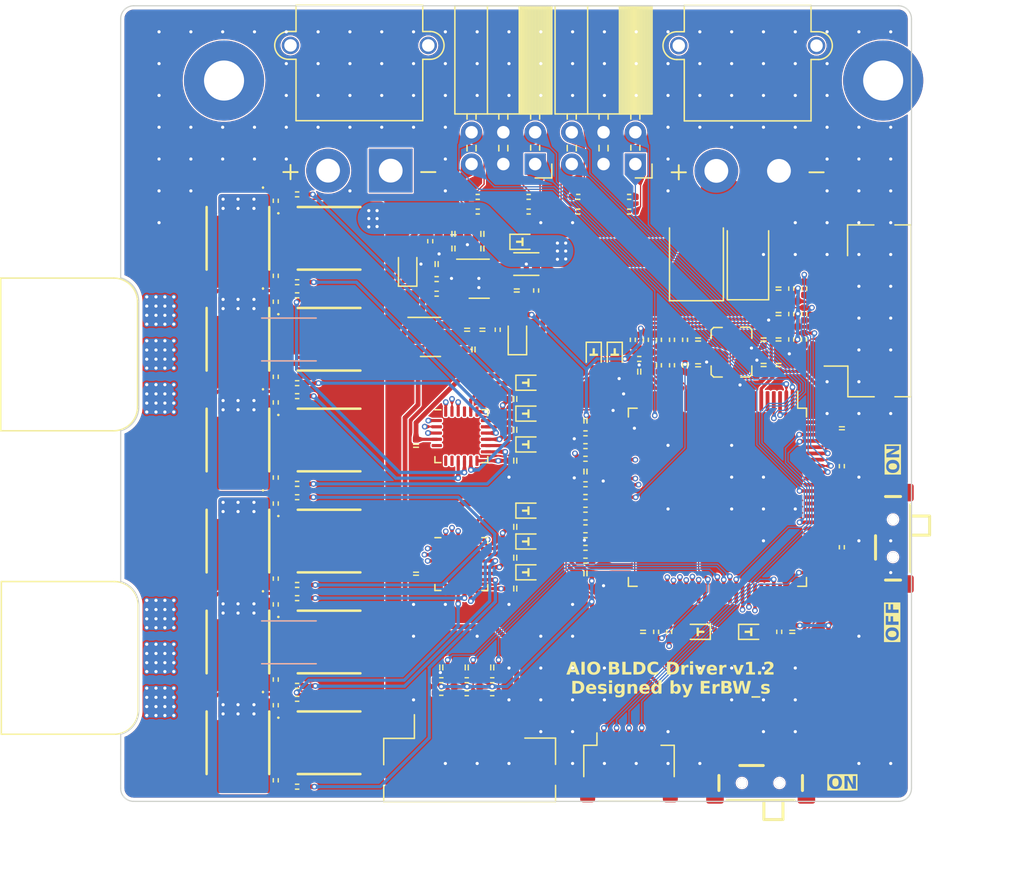
<source format=kicad_pcb>
(kicad_pcb (version 20221018) (generator pcbnew)
  (layers (0 "F.Cu" signal) (1 "In1.Cu" signal) (2 "In2.Cu" signal) (31 "B.Cu" signal) (34 "B.Paste" user) (35 "F.Paste" user) (36 "B.SilkS" user "B.Silkscreen") (37 "F.SilkS" user "F.Silkscreen") (38 "B.Mask" user) (39 "F.Mask" user) (44 "Edge.Cuts" user))
  (net 0 "")
  (net 1 "/CU_SUM1")
  (net 2 "GND")
  (net 3 "/CU_SUM2")
  (net 4 "Net-(D5-K)")
  (net 5 "Net-(D6-K)")
  (net 6 "+3.3VA")
  (net 7 "+3.3V")
  (net 8 "Net-(D7-K)")
  (net 9 "Net-(D8-K)")
  (net 10 "+12V")
  (net 11 "Net-(D9-K)")
  (net 12 "Net-(D10-K)")
  (net 13 "/RST")
  (net 14 "/OSC_N")
  (net 15 "/OSC_P")
  (net 16 "/ENC_A")
  (net 17 "/ENC_B")
  (net 18 "/ENC_C")
  (net 19 "/ENC_U")
  (net 20 "/ENC_V")
  (net 21 "/ENC_W")
  (net 22 "Net-(U3-BS)")
  (net 23 "Net-(D15-K)")
  (net 24 "+5V")
  (net 25 "Net-(U3-FB)")
  (net 26 "Net-(U2-NC)")
  (net 27 "/BREAK1")
  (net 28 "/OP2O")
  (net 29 "Net-(D2-A)")
  (net 30 "/BREAK2")
  (net 31 "/OP4O")
  (net 32 "Net-(D4-A)")
  (net 33 "Net-(D13-A)")
  (net 34 "Net-(D14-A)")
  (net 35 "/PWMAL")
  (net 36 "/PWMBL")
  (net 37 "/PWMCL")
  (net 41 "/LOC")
  (net 42 "/LOB")
  (net 43 "/LOA")
  (net 44 "/HOC")
  (net 45 "/HOB")
  (net 46 "/HOA")
  (net 48 "/PWMAH")
  (net 49 "/PWMBH")
  (net 50 "/PWMCH")
  (net 51 "/PWMUL")
  (net 52 "/PWMVL")
  (net 53 "/PWMWL")
  (net 57 "/LOW")
  (net 58 "/LOV")
  (net 59 "/LOU")
  (net 60 "/HOW")
  (net 61 "/HOV")
  (net 62 "/HOU")
  (net 64 "/PWMUH")
  (net 65 "/PWMVH")
  (net 66 "/PWMWH")
  (net 67 "/WHEEL_DIR")
  (net 68 "/WHEEL_DIR_OUT")
  (net 69 "/WHEEL_PWM")
  (net 70 "/WHEEL_SPD_OUT")
  (net 71 "/UART4_RX")
  (net 72 "/UART4_TX")
  (net 73 "/DAP_SWDIO")
  (net 74 "/DAP_SWCLK")
  (net 75 "/MOTOR_DIR")
  (net 76 "/MOTOR_DIR_OUT")
  (net 77 "/MOTOR_PWM")
  (net 78 "/MOTOR_SPD_OUT")
  (net 79 "/A")
  (net 80 "/B")
  (net 81 "/C")
  (net 82 "/U")
  (net 83 "/V")
  (net 84 "/W")
  (net 85 "Net-(J6-Pin_2)")
  (net 86 "Net-(J6-Pin_3)")
  (net 87 "Net-(J6-Pin_4)")
  (net 89 "Net-(J7-Pin_2)")
  (net 90 "Net-(J7-Pin_3)")
  (net 91 "Net-(J7-Pin_4)")
  (net 93 "/ISUM1")
  (net 94 "/ISUM2")
  (net 95 "Net-(U1-BOOT0)")
  (net 96 "/OP1O")
  (net 97 "/OP1N")
  (net 98 "/OP2N")
  (net 99 "/OP1P")
  (net 100 "/OP2P")
  (net 101 "/ENKEY1")
  (net 102 "/OP3O")
  (net 103 "/OP3N")
  (net 104 "/OP4N")
  (net 105 "/OP3P")
  (net 106 "/OP4P")
  (net 107 "/ENKEY2")
  (net 108 "Net-(U1-PB2{slash}BOOT1)")
  (net 109 "GNDA")
  (net 110 "+3.3VDAC")
  (net 111 "Net-(U3-EN)")
  (net 146 "VCC")
  (net 147 "Net-(Q9-G)")
  (net 148 "Net-(Q8-G)")
  (net 149 "Net-(Q7-G)")
  (net 150 "Net-(Q6-G)")
  (net 151 "Net-(Q5-G)")
  (net 152 "Net-(Q4-G)")
  (net 153 "Net-(Q3-G)")
  (net 154 "Net-(Q2-G)")
  (net 155 "Net-(Q12-G)")
  (net 156 "Net-(Q11-G)")
  (net 157 "Net-(Q10-G)")
  (net 158 "Net-(Q1-G)")
  (footprint "ErBW_s:SOD-323" (layer "F.Cu") (at 166.5276 90.0472 90)
    (fp_text reference "D2" hide)
    (fp_text value "1N5819")
  )
  (footprint "ErBW_s:C_0402" (layer "F.Cu") (at 174.8588 89.0312 90)
    (fp_text reference "C19" hide)
    (fp_text value "20pF")
  )
  (footprint "ErBW_s:C_0402" (layer "F.Cu") (at 156.9267 89.8246)
    (fp_text reference "C34" hide)
    (fp_text value "10nF")
  )
  (footprint "ErBW_s:SOD-323" (layer "F.Cu") (at 160.6351 81.2292 180)
    (fp_text reference "D15" hide)
    (fp_text value "1N5819")
  )
  (footprint "ErBW_s:C_0402" (layer "F.Cu") (at 156.4187 88.2498 -90)
    (fp_text reference "C30" hide)
    (fp_text value "100nF")
  )
  (footprint "ErBW_s:R_0402" (layer "F.Cu") (at 158.419799 117.2718 180)
    (fp_text reference "R61" hide)
    (fp_text value "100R")
  )
  (footprint "ErBW_s:R_0402" (layer "F.Cu") (at 165.8672 102.6202)
    (fp_text reference "R10" hide)
    (fp_text value "100R")
  )
  (footprint "ErBW_s:C_0402" (layer "F.Cu") (at 180.0912 89.0312 90)
    (fp_text reference "C20" hide)
    (fp_text value "20pF")
  )
  (footprint "ErBW_s:SOD-323" (layer "F.Cu") (at 161.1122 97.409 180)
    (fp_text reference "D9" hide)
    (fp_text value "1N5819")
  )
  (footprint "ErBW_s:C_0402" (layer "F.Cu") (at 181.2798 89.027 -90)
    (fp_text reference "C26" hide)
    (fp_text value "10nF")
  )
  (footprint "ErBW_s:R_0402" (layer "F.Cu") (at 182.2958 89.027001 90)
    (fp_text reference "R69" hide)
    (fp_text value "4.7K")
  )
  (footprint "ErBW_s:C_0402" (layer "F.Cu") (at 155.3265 81.7626)
    (fp_text reference "C27" hide)
    (fp_text value "100nF")
  )
  (footprint "ErBW_s:R_0402" (layer "F.Cu") (at 154.355799 116.2304)
    (fp_text reference "R66" hide)
    (fp_text value "4.7K")
  )
  (footprint "ErBW_s:R_0402" (layer "F.Cu") (at 170.159801 90.5806 180)
    (fp_text reference "R63" hide)
    (fp_text value "0R")
  )
  (footprint "ErBW_s:TPH1R403NL" (layer "F.Cu") (at 145.3948 105.1234 -90)
    (fp_text reference "Q4" hide)
    (fp_text value "NMOS" hide)
  )
  (footprint "ErBW_s:TPH1R403NL" (layer "F.Cu") (at 145.3948 121.227 -90)
    (fp_text reference "Q6" hide)
    (fp_text value "NMOS" hide)
  )
  (footprint "ErBW_s:R_0402" (layer "F.Cu") (at 142.8414 85.5036 180)
    (fp_text reference "R36" hide)
    (fp_text value "4R7")
  )
  (footprint "ErBW_s:R_0402" (layer "F.Cu") (at 141.1396 86.011601 -90)
    (fp_text reference "R44" hide)
    (fp_text value "10K")
  )
  (footprint "ErBW_s:R_0402" (layer "F.Cu") (at 183.3118 89.027 -90)
    (fp_text reference "R57" hide)
    (fp_text value "100R")
  )
  (footprint "ErBW_s:R_0402" (layer "F.Cu") (at 142.8414 100.5586 180)
    (fp_text reference "R23" hide)
    (fp_text value "4R7")
  )
  (footprint "ErBW_s:R_0402" (layer "F.Cu") (at 181.3358 112.373801 90)
    (fp_text reference "R18" hide)
    (fp_text value "10K")
  )
  (footprint "Connector_PinSocket_2.54mm:PinSocket_2x03_P2.54mm_Horizontal" (layer "F.Cu") (at 161.8488 75.0198 -90)
    (fp_text reference "J1" hide)
    (fp_text value "FLY_WHEEL")
  )
  (footprint "ErBW_s:C_0402" (layer "F.Cu") (at 170.159798 91.5966 180)
    (fp_text reference "C5" hide)
    (fp_text value "100nF")
  )
  (footprint "ErBW_s:R_0402" (layer "F.Cu") (at 169.3536 77.643)
    (fp_text reference "R53" hide)
    (fp_text value "10K")
  )
  (footprint "ErBW_s:C_0402" (layer "F.Cu") (at 157.6379 81.7626)
    (fp_text reference "C33" hide)
    (fp_text value "10uF")
  )
  (footprint "ErBW_s:R_0402" (layer "F.Cu") (at 165.867199 96.5242)
    (fp_text reference "R9" hide)
    (fp_text value "10K")
  )
  (footprint "ErBW_s:R_0402" (layer "F.Cu") (at 173.8174 89.0566 -90)
    (fp_text reference "R51" hide)
    (fp_text value "10K")
  )
  (footprint "ErBW_s:R_0402" (layer "F.Cu") (at 165.8672 98.556199 180)
    (fp_text reference "R16" hide)
    (fp_text value "1K")
  )
  (footprint "ErBW_s:R_0402" (layer "F.Cu") (at 153.9803 84.201 180)
    (fp_text reference "R73" hide)
    (fp_text value "5K1")
  )
  (footprint "ErBW_s:R_0402" (layer "F.Cu") (at 173.8174 91.0886 -90)
    (fp_text reference "R11" hide)
    (fp_text value "4K7")
  )
  (footprint "ErBW_s:R_0402" (layer "F.Cu") (at 141.1396 110.1852 -90)
    (fp_text reference "R47" hide)
    (fp_text value "10K")
  )
  (footprint "ErBW_s:R_0402" (layer "F.Cu") (at 158.419799 116.2304)
    (fp_text reference "R64" hide)
    (fp_text value "4.7K")
  )
  (footprint "MountingHole:MountingHole_3.2mm_M3_Pad" (layer "F.Cu") (at 189.6364 68.3514)
    (fp_text reference "REF**" hide)
    (fp_text value "MountingHole_3.2mm_M3_Pad")
  )
  (footprint "ErBW_s:C_0402" (layer "F.Cu") (at 152.3372 97.5173 -90)
    (fp_text reference "C14" hide)
    (fp_text value "10uF")
  )
  (footprint "ErBW_s:C_0402" (layer "F.Cu") (at 155.3265 80.5942)
    (fp_text reference "C29" hide)
    (fp_text value "100nF")
  )
  (footprint "ErBW_s:C_0402" (layer "F.Cu") (at 154.3558 115.2144 180)
    (fp_text reference "C23" hide)
    (fp_text value "10nF")
  )
  (footprint "ErBW_s:TPH1R403NL" (layer "F.Cu") (at 138.117 80.949799 180)
    (fp_text reference "Q7" hide)
    (fp_text value "NMOS" hide)
  )
  (footprint "ErBW_s:R_0402" (layer "F.Cu") (at 142.8414 124.7322 180)
    (fp_text reference "R26" hide)
    (fp_text value "4R7")
  )
  (footprint "ErBW_s:C_0402" (layer "F.Cu") (at 186.3396 96.1178 90)
    (fp_text reference "C7" hide)
    (fp_text value "100nF")
  )
  (footprint "ErBW_s:C_0402" (layer "F.Cu") (at 160.262 98.7044 180)
    (fp_text reference "C16" hide)
    (fp_text value "10uF")
  )
  (footprint "ErBW_s:MR30" (layer "F.Cu") (at 131.7517 90.2208 -90)
    (fp_text reference "J4" hide)
    (fp_text value "MR30")
  )
  (footprint "ErBW_s:SOD-323" (layer "F.Cu") (at 161.1122 94.9452 180)
    (fp_text reference "D7" hide)
    (fp_text value "1N5819")
  )
  (footprint "ErBW_s:R_0402" (layer "F.Cu") (at 169.3536 78.8114)
    (fp_text reference "R52" hide)
    (fp_text value "10K")
  )
  (footprint "ErBW_s:Crystal_SMD_3225_4P" (layer "F.Cu") (at 177.5258 90.0472 -90)
    (fp_text reference "Y1" hide)
    (fp_text value "8MHz")
  )
  (footprint "ErBW_s:R_0402" (layer "F.Cu") (at 161.925 85.1154 -90)
    (fp_text reference "R74" hide)
    (fp_text value "1M")
  )
  (footprint "ErBW_s:R_0402" (layer "F.Cu") (at 183.3372 86.995001 -90)
    (fp_text reference "R59" hide)
    (fp_text value "100R")
  )
  (footprint "ErBW_s:C_0402" (layer "F.Cu") (at 157.6379 88.2498 -90)
    (fp_text reference "C31" hide)
    (fp_text value "10uF")
  )
  (footprint "MountingHole:MountingHole_3.2mm_M3_Pad" (layer "F.Cu") (at 137.0076 68.3514)
    (fp_text reference "REF**" hide)
    (fp_text value "MountingHole_3.2mm_M3_Pad")
  )
  (footprint "ErBW_s:R_0402" (layer "F.Cu") (at 158.8571 88.2498 -90)
    (fp_text reference "R72" hide)
    (fp_text value "5K1")
  )
  (footprint "ErBW_s:R_0402" (layer "F.Cu") (at 142.8414 109.6772 180)
    (fp_text reference "R39" hide)
    (fp_text value "4R7")
  )
  (footprint "ErBW_s:C_0402" (layer "F.Cu") (at 153.9803 83.0072)
    (fp_text reference "C28" hide)
    (fp_text value "100pF")
  )
  (footprint "LED_SMD:LED_0603_1608Metric" (layer "F.Cu") (at 160.4319 88.7578 90)
    (fp_text reference "D14" hide)
    (fp_text value "LED")
  )
  (footprint "ErBW_s:R_0402" (layer "F.Cu") (at 186.3396 105.6174 -90)
    (fp_text reference "R19" hide)
    (fp_text value "100R")
  )
  (footprint "ErBW_s:R_0402" (layer "F.Cu") (at 142.8414 92.514 180)
    (fp_text reference "R22" hide)
    (fp_text value "4R7")
  )
  (footprint "ErBW_s:R_0402" (layer "F.Cu") (at 141.1396 100.0506 90)
    (fp_text reference "R29" hide)
    (fp_text value "10K")
  )
  (footprint "ErBW_s:TPH1R403NL" (layer "F.Cu") (at 138.117 121.227 180)
    (fp_text reference "Q12" hide)
    (fp_text value "NMOS" hide)
  )
  (footprint "ErBW_s:R_0402" (layer "F.Cu") (at 142.8414 108.6286 180)
    (fp_text reference "R24" hide)
    (fp_text value "4R7")
  )
  (footprint "Connector_PinSocket_2.54mm:PinSocket_2x03_P2.54mm_Horizontal" (layer "F.Cu") (at 169.8498 75.0198 -90)
    (fp_text reference "J3" hide)
    (fp_text value "MOTOR_BACK")
  )
  (footprint "ErBW_s:R_0402" (layer "F.Cu") (at 165.8672 101.604199)
    (fp_text reference "R15" hide)
    (fp_text value "10K")
  )
  (footprint "ErBW_s:R_0402" (layer "F.Cu") (at 141.1396 77.9526 -90)
    (fp_text reference "R43" hide)
    (fp_text value "10K")
  )
  (footprint "ErBW_s:R_0402" (layer "F.Cu") (at 156.387799 116.2304)
    (fp_text reference "R65" hide)
    (fp_text value "4.7K")
  )
  (footprint "Package_DFN_QFN:QFN-24-1EP_4x4mm_P0.5mm_EP2.7x2.7mm" (layer "F.Cu") (at 155.956 96.7486)
    (fp_text reference "IC1" hide)
    (fp_text value "FD6288Q")
  )
  (footprint "ErBW_s:SPDT_12C01" (layer "F.Cu") (at 190.4238 104.902 90)
    (fp_text reference "SW2" hide)
    (fp_text value "SW_SPDT")
  )
  (footprint "ErBW_s:SPDT_12C01" (layer "F.Cu") (at 179.8574 124.4395)
    (fp_text reference "SW1" hide)
    (fp_text value "SW_SPDT")
  )
  (footprint "ErBW_s:SOD-323" (layer "F.Cu") (at 168.204 90.0472 90)
    (fp_text reference "D1" hide)
    (fp_text value "1N5819")
  )
  (footprint "ErBW_s:C_0402" (layer "F.Cu") (at 160.3811 85.1154 -90)
    (fp_text reference "C35" hide)
    (fp_text value "10uF")
  )
  (footprint "Package_TO_SOT_SMD:SOT-23-5" (layer "F.Cu") (at 153.4922 88.8238)
    (fp_text reference "U2" hide)
    (fp_text value "RT9013-33GB")
  )
  (footprint "Package_QFP:LQFP-100_14x14mm_P0.5mm" (layer "F.Cu") (at 176.403 101.6254 -90)
    (fp_text reference "U1" hide)
    (fp_text value "~")
  )
  (footprint "ErBW_s:C_0402" (layer "F.Cu") (at 158.4198 115.2144 180)
    (fp_text reference "C21" hide)
    (fp_text value "10nF")
  )
  (footprint "ErBW_s:R_0402" (layer "F.Cu") (at 156.387799 117.2718 180)
    (fp_text reference "R58" hide)
    (fp_text value "100R")
  )
  (footprint "ErBW_s:R_0402" (layer "F.Cu") (at 165.2896 78.8114)
    (fp_text reference "R54" hide)
    (fp_text value "10K")
  )
  (footprint "ErBW_s:C_0402" (layer "F.Cu") (at 152.3372 107.7281 -90)
    (fp_text reference "C15" hide)
    (fp_text value "10uF")
  )
  (footprint "Connector_JST:JST_ZE_SM06B-ZESS-TB_1x06-1MP_P1.50mm_Horizontal" (layer "F.Cu") (at 156.6164 123.8758)
    (fp_text reference "J6" hide)
    (fp_text value "Hall")
  )
  (footprint "ErBW_s:R_0402" (layer "F.Cu") (at 142.8414 93.5482 180)
    (fp_text reference "R37" hide)
    (fp_text value "4R7")
  )
  (footprint "ErBW_s:SOD-323" (layer "F.Cu") (at 161.1122 92.4814 180)
    (fp_text reference "D5" hide)
    (fp_text value "1N5819")
  )
  (footprint "ErBW_s:R_0402" (layer "F.Cu") (at 172.776 91.0886 -90)
    (fp_text reference "R60" hide)
    (fp_text value "0R")
  )
  (footprint "ErBW_s:C_0402" (layer "F.Cu") (at 181.2798 84.963 -90)
    (fp_text reference "C24" hide)
    (fp_text value "10nF")
  )
  (footprint "ErBW_s:R_0402" (layer "F.Cu") (at 165.2896 77.643)
    (fp_text reference "R55" hide)
    (fp_text value "10K")
  )
  (footprint "ErBW_s:C_0402" (layer "F.Cu") (at 181.2798 86.995 -90)
    (fp_text reference "C25" hide)
    (fp_text value "10nF")
  )
  (footprint "ErBW_s:R_0402" (layer "F.Cu") (at 157.2632 78.8114)
    (fp_text reference "R41" hide)
    (fp_text value "10K")
  )
  (footprint "ErBW_s:R_0402" (layer "F.Cu") (at 165.8672 104.6522 180)
    (fp_text reference "R5" hide)
    (fp_text value "10K")
  )
  (footprint "Connector_AMASS:AMASS_XT30PW-M_1x02_P2.50mm_Horizontal" (layer "F.Cu") (at 181.316 75.564)
    (fp_text reference "J9" hide)
    (fp_text value "MOTOR")
  )
  (footprint "ErBW_s:C_0402" (layer "F.Cu") (at 165.8672 95.508199)
    (fp_text reference "C11" hide)
    (fp_text value "100nF")
  )
  (footprint "ErBW_s:C_0402" (layer "F.Cu") (at 165.8672 107.7002)
    (fp_text reference "C6" hide)
    (fp_text value "100nF")
  )
  (footprint "ErBW_s:TPH1R403NL" (layer "F.Cu") (at 145.3948 113.1824 -90)
    (fp_text reference "Q5" hide)
    (fp_text value "NMOS" hide)
  )
  (footprint "ErBW_s:C_0402" (layer "F.Cu") (at 180.0912 91.0632 -90)
    (fp_text reference "C9" hide)
    (fp_text value "100nF")
  )
  (footprint "ErBW_s:R_0402" (layer "F.Cu") (at 170.6932 89.0566 90)
    (fp_text reference "R12" hide)
    (fp_text value "1K5")
  )
  (footprint "ErBW_s:R_0402" (layer "F.Cu") (at 153.4723 81.1784 90)
    (fp_text reference "R71" hide)
    (fp_text value "5K1")
  )
  (footprint "ErBW_s:C_0402" (layer "F.Cu") (at 181.285 91.0632 -90)
    (fp_text reference "C8" hide)
    (fp_text value "100nF")
  )
  (footprint "ErBW_s:TPH1R403NL" (layer "F.Cu") (at 145.3948 89.0088 -90)
    (fp_text reference "Q2" hide)
    (fp_text value "NMOS" hide)
  )
  (footprint "ErBW_s:R_0402" (layer "F.Cu") (at 141.1396 118.2298 -90)
    (fp_text reference "R48" hide)
    (fp_text value "10K")
  )
  (footprint "ErBW_s:R_0402" (layer "F.Cu") (at 169.6518 89.0566 90)
    (fp_text reference "R6" hide)
    (fp_text value "10K")
  )
  (footprint "ErBW_s:R_0402" (layer "F.Cu") (at 142.8414 116.6876 180)
    (fp_text reference "R25" hide)
    (fp_text value "4R7")
  )
  (footprint "ErBW_s:R_0402" (layer "F.Cu") (at 141.139599 92.006 90)
    (fp_text reference "R28" hide)
    (fp_text value "10K")
  )
  (footprint "ErBW_s:R_0402" (layer "F.Cu") (at 165.8672 106.6842 180)
    (fp_text reference "R4" hide)
    (fp_text value "1K")
  )
  (footprint "ErBW_s:R_0402" (layer "F.Cu") (at 165.8672 97.540199 180)
    (fp_text reference "R17" hide)
    (fp_text value "100R")
  )
  (footprint "ErBW_s:R_0402" (layer "F.Cu") (at 142.8414 77.4446 180)
    (fp_text reference "R35" hide)
    (fp_text value "4R7")
  )
  (footprint "ErBW_s:C_0402" (layer "F.Cu") (at 170.464601 112.3738 90)
    (fp_text reference "C1" hide)
    (fp_text value "1uF")
  )
  (footprint "Connector_AMASS:AMASS_XT30PW-M_1x02_P2.50mm_Horizontal" (layer "F.Cu") (at 150.3144 75.5456)
    (fp_text reference "J8" hide)
    (fp_text value "MOTOR")
  )
  (footprint "ErBW_s:R_0402" (layer "F.Cu") (at 171.7346 91.0886 -90)
    (fp_text reference "R70" hide)
    (fp_text value "0R")
  )
  (footprint "ErBW_s:R_0402" (layer "F.Cu") (at 161.3272 78.8114)
    (fp_text reference "R33" hide)
    (fp_text value "10K")
  )
  (footprint "ErBW_s:R_0402" (layer "F.Cu") (at 171.7346 89.0566 90)
    (fp_text reference "R14" hide)
    (fp_text value "10K")
  )
  (footprint "ErBW_s:C_0402" (layer "F.Cu") (at 165.8672 99.572199)
    (fp_text reference "C2" hide)
    (fp_text value "1uF")
  )
  (footprint "ErBW_s:SOD-323" (layer "F.Cu") (at 161.1122 105.156 180)
    (fp_text reference "D8" hide)
    (fp_text value "1N5819")
  )
  (footprint "ErBW_s:TPH1R403NL" (layer "F.Cu") (at 138.117 97.0534 180)
    (fp_text reference "Q9" hide)
    (fp_text value "NMOS" hide)
  )
  (footprint "ErBW_s:R_0402" (layer "F.Cu") (at 142.8414 84.455 180)
    (fp_text reference "R21" hide)
    (fp_text value "4R7")
  )
  (footprint "ErBW_s:R_0402" (layer "F.Cu") (at 154.3558 117.2464 180)
    (fp_text reference "R56" hide)
    (fp_text value "100R")
  )
  (footprint "ErBW_s:C_0402" (layer "F.Cu") (at 160.262 106.4514 180)
    (fp_text reference "C13" hide)
    (fp_text value "10uF")
  )
  (footprint "ErBW_s:R_0402" (layer "F.Cu") (at 182.2958 86.995001 90)
    (fp_text reference "R68" hide)
    (fp_text value "4.7K")
  )
  (footprint "ErBW_s:R_0402" (layer "F.Cu") (at 157.2632 77.643)
    (fp_text reference "R42" hide)
    (fp_text value "10K")
  )
  (footprint "ErBW_s:L_NR201612" (layer "F.Cu") (at 161.1431 83.0072)
    (fp_text reference "L1" hide)
    (fp_text value "6.8uH")
  )
  (footprint "ErBW_s:SOD-323" (layer "F.Cu") (at 161.1122 107.6198 180)
    (fp_text reference "D10" hide)
    (fp_text value "1N5819")
  )
  (footprint "ErBW_s:R_0402" (layer "F.Cu") (at 165.8672 100.5882)
    (fp_text reference "R20" hide)
    (fp_text value "10K")
  )
  (footprint "ErBW_s:R_0402" (layer "F.Cu") (at 161.3272 77.643)
    (fp_text reference "R34" hide)
    (fp_text value "10K")
  )
  (footprint "ErBW_s:R_0402" (layer "F.Cu") (at 142.8414 117.7218 180)
    (fp_text reference "R40" hide)
    (fp_text value "4R7")
  )
  (footprint "ErBW_s:R_0402" (layer "F.Cu") (at 186.3396 99.1404 90)
    (fp_text reference "R1" hide)
    (fp_text value "10K")
  )
  (footprint "ErBW_s:TPH1R403NL" (layer "F.Cu") (at 138.116999 113.1824 180)
    (fp_text reference "Q11" hide)
    (fp_text value "NMOS" hide)
  )
  (footprint "ErBW_s:R_0402" (layer "F.Cu") (at 142.8414 101.6182 180)
    (fp_text reference "R38" hide)
    (fp_text value "4R7")
  )
  (footprint "ErBW_s:R_0402" (layer "F.Cu") (at 141.1396 83.947 90)
    (fp_text reference "R27" hide)
    (fp_text value "10K")
  )
  (footprint "ErBW_s:R_0402" (layer "F.Cu") (at 171.506001 112.3738 -90)
    (fp_text reference "R8" hide)
    (fp_text value "100R")
  )
  (footprint "Diode_SMD:D_SMA" (layer "F.Cu") (at 178.8414 82.3468 90)
    (fp_text reference "D11" hide)
    (fp_text value "1N4148W")
  )
  (footprint "ErBW_s:TPH1R403NL" (layer "F.Cu") (at 138.117 105.1234 180)
    (fp_text reference "Q10" hide)
    (fp_text value "NMOS" hide)
  )
  (footprint "ErBW_s:R_0402" (layer "F.Cu") (at 165.8672 105.6682)
    (fp_text reference "R2" hide)
    (fp_text value "4K7")
  )
  (footprint "ErBW_s:C_0402" (layer "F.Cu") (at 160.262 93.7768 180)
    (fp_text reference "C3" hide)
    (fp_text value "10uF")
  )
  (footprint "ErBW_s:C_0402" (layer "F.Cu") (at 160.262 108.9152 180)
    (fp_text reference "C17" hide)
    (fp_text value "10uF")
  )
  (footprint "Diode_SMD:D_SMB" (layer "F.Cu") (at 174.7266 82.2706 90)
    (fp_text reference "D12" hide)
    (fp_text value "TVS")
  )
  (footprint "ErBW_s:C_0402" (layer "F.Cu") (at 174.8588 91.0886 90)
    (fp_text reference "C18" hide)
    (fp_text value "100nF")
  )
  (footprint "ErBW_s:SOD-323" (layer "F.Cu") (at 161.1122 102.6922 180)
    (fp_text reference "D6" hide)
    (fp_text value "1N5819")
  )
  (footprint "Package_TO_SOT_SMD:SOT-23-6" (layer "F.Cu") (at 157.3839 84.1756)
    (fp_text reference "U3" hide)
    (fp_text value "ME3116")
  )
  (footprint "ErBW_s:TPH1R403NL" (layer "F.Cu") (at 145.3948 97.0534 -90)
    (fp_text reference "Q3" hide)
    (fp_text value "NMOS" hide)
  )
  (footprint "Connector_JST:JST_SH_SM05B-SRSS-TB_1x05-1MP_P1.00mm_Horizontal" (layer "F.Cu") (at 169.3418 123.2154)
    (fp_text reference "J2" hide)
    (fp_text value "SWD&UART")
  )
  (footprint "ErBW_s:SOD-323" (layer "F.Cu") (at 175.0366 112.373801)
    (fp_text reference "D3" hide)
    (fp_text value "1N5819")
  )
  (footprint "ErBW_s:C_0402" (layer "F.Cu") (at 157.6379 80.5942)
    (fp_text reference "C32" hide)
    (fp_text value "100nF")
  )
  (footprint "Connector_JST:JST_ZE_SM06B-ZESS-TB_1x06-1MP_P1.50mm_Horizontal" (layer "F.Cu") (at 189.8173 86.741 90)
    (fp_text reference "J7" hide)
    (fp_text value "Hall")
  )
  (footprint "ErBW_s:R_0402" (layer "F.Cu") (at 172.547401 112.3738 -90)
    (fp_text reference "R7" hide)
    (fp_text value "1K")
  )
  (footprint "ErBW_s:R_0402" (layer "F.Cu") (at 141.1396 108.120599 90)
    (fp_text reference "R30" hide)
    (fp_text value "10K")
  )
  (footprint "ErBW_s:C_0402" (layer "F.Cu") (at 182.3772 112.373801 90)
    (fp_text reference "C10" hide)
    (fp_text value "100nF")
  )
  (footprint "ErBW_s:MR30" (layer "F.Cu") (at 131.8006 114.4524 -90)
    (fp_text reference "J5" hide)
    (fp_text value "MR30")
  )
  (footprint "ErBW_s:R_0402" (layer "F.Cu") (at 182.2958 84.963001 90)
    (fp_text reference "R67" hide)
    (fp_text value "4.7K")
  )
  (footprint "ErBW_s:SOD-323" (layer "F.Cu") (at 178.8974 112.3738 180)
    (fp_text reference "D4" hide)
    (fp_text value "1N5819")
  )
  (footprint "ErBW_s:TPH1R403NL" (layer "F.Cu") (at 138.117 89.0088 180)
    (fp_text reference "Q8" hide)
    (fp_text value "NMOS" hide)
  )
  (footprint "ErBW_s:R_0402" (layer "F.Cu") (at 141.139599 102.1262 -90)
    (fp_text reference "R46" hide)
    (fp_text value "10K")
  )
  (footprint "ErBW_s:C_0402" (layer "F.Cu") (at 160.262 96.2406 180)
    (fp_text reference "C12" hide)
    (fp_text value "10uF")
  )
  (footprint "ErBW_s:C_0402" (layer "F.Cu") (at 156.3878 115.2144 180)
    (fp_text reference "C22" hide)
    (fp_text value "10nF")
  )
  (footprint "Package_DFN_QFN:QFN-24-1EP_4x4mm_P0.5mm_EP2.7x2.7mm" (layer "F.Cu") (at 155.956 106.9594)
    (fp_text reference "IC2" hide)
    (fp_text value "FD6288Q")
  )
  (footprint "ErBW_s:TPH1R403NL" (layer "F.Cu") (at 145.3948 80.9498 -90)
    (fp_text reference "Q1" hide)
    (fp_text value "NMOS" hide)
  )
  (footprint "ErBW_s:R_0402" (layer "F.Cu") (at 172.776 89.0566 90)
    (fp_text reference "R13" hide)
    (fp_text value "1K")
  )
  (footprint "ErBW_s:R_0402" (layer "F.Cu") (at 141.1396 124.2242 90)
    (fp_text reference "R32" hide)
    (fp_text value "10K")
  )
  (footprint "ErBW_s:R_0402" (layer "F.Cu") (at 153.9803 85.3694)
    (fp_text reference "R75" hide)
    (fp_text value "1K")
  )
  (footprint "ErBW_s:R_0402" (layer "F.Cu") (at 183.3372 84.963001 -90)
    (fp_text reference "R62" hide)
    (fp_text value "100R")
  )
  (footprint "ErBW_s:R_0402" (layer "F.Cu") (at 141.1396 94.0562 -90)
    (fp_text reference "R45" hide)
    (fp_text value "10K")
  )
  (footprint "ErBW_s:R_0402" (layer "F.Cu") (at 141.1396 116.1796 90)
    (fp_text reference "R31" hide)
    (fp_text value "10K")
  )
  (footprint "ErBW_s:C_0402" (layer "F.Cu") (at 160.262 103.9876 180)
    (fp_text reference "C4" hide)
    (fp_text value "10uF")
  )
  (footprint "LED_SMD:LED_0603_1608Metric" (layer "F.Cu") (at 151.6689 83.2866 90)
    (fp_text reference "D13" hide)
    (fp_text value "LED")
  )
  (footprint "ErBW_s:R_0402" (layer "F.Cu") (at 165.8672 103.636199 180)
    (fp_text reference "R3" hide)
    (fp_text value "1K5")
  )
  (footprint "Resistor_SMD:R_2512_6332Metric" (layer "B.Cu") (at 142.1892 89.027)
    (fp_text reference "R49" hide)
    (fp_text value "2mR")
  )
  (footprint "Resistor_SMD:R_2512_6332Metric" (layer "B.Cu") (at 142.1892 113.2078)
    (fp_text reference "R50" hide)
    (fp_text value "2mR")
  )
  (gr_line (start 191.897219 63.4238) (end 191.897 124.8664) (stroke (width 0.1)) (layer "Edge.Cuts"))
  (gr_arc (start 128.755533 108.3564) (mid 129.798323 109.065922) (end 130.2004 110.2614) (stroke (width 0.1)) (layer "Edge.Cuts"))
  (gr_line (start 129.794 62.3824) (end 190.855819 62.3824) (stroke (width 0.1)) (layer "Edge.Cuts"))
  (gr_arc (start 130.2004 94.4118) (mid 129.798323 95.607278) (end 128.755533 96.3168) (stroke (width 0.1)) (layer "Edge.Cuts"))
  (gr_arc (start 128.7526 63.4238) (mid 129.057619 62.687419) (end 129.794 62.3824) (stroke (width 0.1)) (layer "Edge.Cuts"))
  (gr_line (start 128.7526 124.8664) (end 128.755533 120.5484) (stroke (width 0.1)) (layer "Edge.Cuts"))
  (gr_arc (start 130.2004 118.6434) (mid 129.798323 119.838878) (end 128.755533 120.5484) (stroke (width 0.1)) (layer "Edge.Cuts"))
  (gr_arc (start 190.855819 62.3824) (mid 191.5922 62.687419) (end 191.897219 63.4238) (stroke (width 0.1)) (layer "Edge.Cuts"))
  (gr_line (start 130.2004 118.6434) (end 130.2004 110.2614) (stroke (width 0.1)) (layer "Edge.Cuts"))
  (gr_arc (start 191.897 124.8664) (mid 191.591981 125.602781) (end 190.8556 125.9078) (stroke (width 0.1)) (layer "Edge.Cuts"))
  (gr_arc (start 129.794 125.9078) (mid 129.057619 125.602781) (end 128.7526 124.8664) (stroke (width 0.1)) (layer "Edge.Cuts"))
  (gr_line (start 128.7526 84.0994) (end 128.7526 63.4238) (stroke (width 0.1)) (layer "Edge.Cuts"))
  (gr_line (start 190.8556 125.9078) (end 129.794 125.9078) (stroke (width 0.1)) (layer "Edge.Cuts"))
  (gr_arc (start 128.7526 84.0994) (mid 129.79539 84.808922) (end 130.197467 86.0044) (stroke (width 0.1)) (layer "Edge.Cuts"))
  (gr_line (start 128.755533 108.3564) (end 128.755533 96.3168) (stroke (width 0.1)) (layer "Edge.Cuts"))
  (gr_line (start 130.2004 94.4118) (end 130.197467 86.0044) (stroke (width 0.1)) (layer "Edge.Cuts"))
  (gr_text "东华大学 2023\n敏感词汇队" (at 188.7728 118.237 90) (layer "F.Cu") (effects (font (size 1 1))))
  (gr_text "OFF" (at 190.4492 111.5822 90) (layer "F.SilkS" knockout) (effects (font (size 1 1) (thickness 0.25) bold)))
  (gr_text "AIO BLDC Driver v1.2" (at 172.6692 115.3668) (layer "F.SilkS") (effects (font (size 1 1) (thickness 0.16) bold)))
  (gr_text "ON" (at 186.4106 124.4854) (layer "F.SilkS" knockout) (effects (font (size 1 1) (thickness 0.25) bold)))
  (gr_text "Designed by ErBW_s" (at 172.6692 116.8908) (layer "F.SilkS") (effects (font (size 1 1) (thickness 0.16) bold)))
  (gr_text "ON" (at 190.5 98.5774 90) (layer "F.SilkS" knockout) (effects (font (size 1 1) (thickness 0.25) bold)))
  (segment (start 173.2788 89.281) (end 173.2788 89.780032) (width 0.1016) (layer "F.Cu") (net 1))
  (segment (start 174.033832 90.0684) (end 174.2492 90.283768) (width 0.1016) (layer "F.Cu") (net 1))
  (segment (start 173.0502 89.0524) (end 173.2788 89.281) (width 0.1016) (layer "F.Cu") (net 1))
  (segment (start 174.903 92.353) (end 174.903 93.9504) (width 0.1016) (layer "F.Cu") (net 1))
  (segment (start 173.2788 89.780032) (end 173.567168 90.0684) (width 0.1016) (layer "F.Cu") (net 1))
  (segment (start 169.6518 89.5646) (end 170.164 89.0524) (width 0.1016) (layer "F.Cu") (net 1))
  (segment (start 171.510201 112.8776) (end 171.506001 112.8818) (width 0.1016) (layer "F.Cu") (net 1))
  (segment (start 170.164 89.0524) (end 173.0502 89.0524) (width 0.1016) (layer "F.Cu") (net 1))
  (segment (start 171.963701 112.8776) (end 171.510201 112.8776) (width 0.1016) (layer "F.Cu") (net 1))
  (segment (start 174.903 93.9504) (end 174.903 107.440279) (width 0.1016) (layer "F.Cu") (net 1))
  (segment (start 173.567168 90.0684) (end 174.033832 90.0684) (width 0.1016) (layer "F.Cu") (net 1))
  (segment (start 170.464601 112.8818) (end 171.506001 112.8818) (width 0.1016) (layer "F.Cu") (net 1))
  (segment (start 174.2492 90.283768) (end 174.2492 91.6992) (width 0.1016) (layer "F.Cu") (net 1))
  (segment (start 174.903 107.440279) (end 175.641 108.178279) (width 0.1016) (layer "F.Cu") (net 1))
  (segment (start 174.2492 91.6992) (end 174.903 92.353) (width 0.1016) (layer "F.Cu") (net 1))
  (via (at 171.963701 112.8776) (size 0.4572) (drill 0.254) (layers "F.Cu" "B.Cu") (net 1))
  (via (at 175.641 108.178279) (size 0.4572) (drill 0.254) (layers "F.Cu" "B.Cu") (net 1))
  (segment (start 175.641 108.178279) (end 175.641 109.200301) (width 0.1016) (layer "B.Cu") (net 1))
  (segment (start 175.641 109.200301) (end 171.963701 112.8776) (width 0.1016) (layer "B.Cu") (net 1))
  (via (at 168.91 93.3704) (size 0.4572) (drill 0.254) (layers "F.Cu" "B.Cu") (net 2))
  (via (at 154.6787 67.0006) (size 0.4572) (drill 0.254) (layers "F.Cu" "B.Cu") (net 2))
  (via (at 131.8187 64.4606) (size 0.4572) (drill 0.254) (layers "F.Cu" "B.Cu") (net 2))
  (via (at 187.6987 100.0206) (size 0.4572) (drill 0.254) (layers "F.Cu" "B.Cu") (net 2))
  (via (at 152.7302 83.0072) (size 0.4572) (drill 0.254) (layers "F.Cu" "B.Cu") (net 2))
  (via (at 139.4387 72.0806) (size 0.4572) (drill 0.254) (layers "F.Cu" "B.Cu") (net 2))
  (via (at 164.8387 115.2606) (size 0.4572) (drill 0.254) (layers "F.Cu" "B.Cu") (net 2))
  (via (at 169.9187 69.5406) (size 0.4572) (drill 0.254) (layers "F.Cu" "B.Cu") (net 2))
  (via (at 187.6987 122.8806) (size 0.4572) (drill 0.254) (layers "F.Cu" "B.Cu") (net 2))
  (via (at 180.0787 115.2606) (size 0.4572) (drill 0.254) (layers "F.Cu" "B.Cu") (net 2))
  (via (at 172.4587 122.8806) (size 0.4572) (drill 0.254) (layers "F.Cu" "B.Cu") (net 2))
  (via (at 185.1587 67.0006) (size 0.4572) (drill 0.254) (layers "F.Cu" "B.Cu") (net 2))
  (via (at 164.8387 122.8806) (size 0.4572) (drill 0.254) (layers "F.Cu" "B.Cu") (net 2))
  (via (at 185.1587 69.5406) (size 0.4572) (drill 0.254) (layers "F.Cu" "B.Cu") (net 2))
  (via (at 147.0587 77.1606) (size 0.4572) (drill 0.254) (layers "F.Cu" "B.Cu") (net 2))
  (via (at 154.178 82.1944) (size 0.4572) (drill 0.254) (layers "F.Cu" "B.Cu") (net 2))
  (via (at 190.2387 74.6206) (size 0.4572) (drill 0.254) (layers "F.Cu" "B.Cu") (net 2))
  (via (at 144.5187 69.5406) (size 0.4572) (drill 0.254) (layers "F.Cu" "B.Cu") (net 2))
  (via (at 159.7587 69.5406) (size 0.4572) (drill 0.254) (layers "F.Cu" "B.Cu") (net 2))
  (via (at 187.6987 77.1606) (size 0.4572) (drill 0.254) (layers "F.Cu" "B.Cu") (net 2))
  (via (at 167.3787 117.8006) (size 0.4572) (drill 0.254) (layers "F.Cu" "B.Cu") (net 2))
  (via (at 139.4387 74.6206) (size 0.4572) (drill 0.254) (layers "F.Cu" "B.Cu") (net 2))
  (via (at 174.9987 122.8806) (size 0.4572) (drill 0.254) (layers "F.Cu" "B.Cu") (net 2))
  (via (at 174.9987 67.0006) (size 0.4572) (drill 0.254) (layers "F.Cu" "B.Cu") (net 2))
  (via (at 182.1434 90.17) (size 0.4572) (drill 0.254) (layers "F.Cu" "B.Cu") (net 2))
  (via (at 162.2987 120.3406) (size 0.4572) (drill 0.254) (layers "F.Cu" "B.Cu") (net 2))
  (via (at 185.1587 82.2406) (size 0.4572) (drill 0.254) (layers "F.Cu" "B.Cu") (net 2))
  (via (at 190.2387 82.2406) (size 0.4572) (drill 0.254) (layers "F.Cu" "B.Cu") (net 2))
  (via (at 141.9787 74.6206) (size 0.4572) (drill 0.254) (layers "F.Cu" "B.Cu") (net 2))
  (via (at 185.1587 92.4006) (size 0.4572) (drill 0.254) (layers "F.Cu" "B.Cu") (net 2))
  (via (at 164.8387 112.7206) (size 0.4572) (drill 0.254) (layers "F.Cu" "B.Cu") (net 2))
  (via (at 187.6987 82.2406) (size 0.4572) (drill 0.254) (layers "F.Cu" "B.Cu") (net 2))
  (via (at 172.4587 67.0006) (size 0.4572) (drill 0.254) (layers "F.Cu" "B.Cu") (net 2))
  (via (at 159.7587 110.1806) (size 0.4572) (drill 0.254) (layers "F.Cu" "B.Cu") (net 2))
  (via (at 165.7858 105.0544) (size 0.4572) (drill 0.254) (layers "F.Cu" "B.Cu") (net 2))
  (via (at 164.8387 120.3406) (size 0.4572) (drill 0.254) (layers "F.Cu" "B.Cu") (net 2))
  (via (at 157.2187 64.4606) (size 0.4572) (drill 0.254) (layers "F.Cu" "B.Cu") (net 2))
  (via (at 172.4587 74.6206) (size 0.4572) (drill 0.254) (layers "F.Cu" "B.Cu") (net 2))
  (via (at 169.9187 64.4606) (size 0.4572) (drill 0.254) (layers "F.Cu" "B.Cu") (net 2))
  (via (at 179.1208 89.7128) (size 0.4572) (drill 0.254) (layers "F.Cu" "B.Cu") (net 2))
  (via (at 134.3587 77.1606) (size 0.4572) (drill 0.254) (layers "F.Cu" "B.Cu") (net 2))
  (via (at 147.0587 64.4606) (size 0.4572) (drill 0.254) (layers "F.Cu" "B.Cu") (net 2))
  (via (at 164.973 96.9518) (size 0.4572) (drill 0.254) (layers "F.Cu" "B.Cu") (net 2))
  (via (at 157.2187 112.7206) (size 0.4572) (drill 0.254) (layers "F.Cu" "B.Cu") (net 2))
  (via (at 159.7587 117.8006) (size 0.4572) (drill 0.254) (layers "F.Cu" "B.Cu") (net 2))
  (via (at 185.1587 79.7006) (size 0.4572) (drill 0.254) (layers "F.Cu" "B.Cu") (net 2))
  (via (at 144.5187 67.0006) (size 0.4572) (drill 0.254) (layers "F.Cu" "B.Cu") (net 2))
  (via (at 190.2387 89.8606) (size 0.4572) (drill 0.254) (layers "F.Cu" "B.Cu") (net 2))
  (via (at 180.0787 72.0806) (size 0.4572) (drill 0.254) (layers "F.Cu" "B.Cu") (net 2))
  (via (at 187.6987 74.6206) (size 0.4572) (drill 0.254) (layers "F.Cu" "B.Cu") (net 2))
  (via (at 182.6187 79.7006) (size 0.4572) (drill 0.254) (layers "F.Cu" "B.Cu") (net 2))
  (via (at 154.6787 64.4606) (size 0.4572) (drill 0.254) (layers "F.Cu" "B.Cu") (net 2))
  (via (at 154.2796 115.6208) (size 0.4572) (drill 0.254) (layers "F.Cu" "B.Cu") (net 2))
  (via (at 177.5387 67.0006) (size 0.4572) (drill 0.254) (layers "F.Cu" "B.Cu") (net 2))
  (via (at 172.4587 120.3406) (size 0.4572) (drill 0.254) (layers "F.Cu" "B.Cu") (net 2))
  (via (at 190.2387 122.8806) (size 0.4572) (drill 0.254) (layers "F.Cu" "B.Cu") (net 2))
  (via (at 172.4587 102.5606) (size 0.4572) (drill 0.254) (layers "F.Cu" "B.Cu") (net 2))
  (via (at 190.2387 94.9406) (size 0.4572) (drill 0.254) (layers "F.Cu" "B.Cu") (net 2))
  (via (at 180.0787 117.8006) (size 0.4572) (drill 0.254) (layers "F.Cu" "B.Cu") (net 2))
  (via (at 139.4387 64.4606) (size 0.4572) (drill 0.254) (layers "F.Cu" "B.Cu") (net 2))
  (via (at 157.2187 122.8806) (size 0.4572) (drill 0.254) (layers "F.Cu" "B.Cu") (net 2))
  (via (at 168.0718 94.6912) (size 0.4572) (drill 0.254) (layers "F.Cu" "B.Cu") (net 2))
  (via (at 174.9987 72.0806) (size 0.4572) (drill 0.254) (layers "F.Cu" "B.Cu") (net 2))
  (via (at 141.9787 64.4606) (size 0.4572) (drill 0.254) (layers "F.Cu" "B.Cu") (net 2))
  (via (at 187.6987 79.7006) (size 0.4572) (drill 0.254) (layers "F.Cu" "B.Cu") (net 2))
  (via (at 131.8187 77.1606) (size 0.4572) (drill 0.254) (layers "F.Cu" "B.Cu") (net 2))
  (via (at 187.6987 112.7206) (size 0.4572) (drill 0.254) (layers "F.Cu" "B.Cu") (net 2))
  (via (at 182.6187 102.5606) (size 0.4572) (drill 0.254) (layers "F.Cu" "B.Cu") (net 2))
  (via (at 157.2187 69.5406) (size 0.4572) (drill 0.254) (layers "F.Cu" "B.Cu") (net 2))
  (via (at 169.9187 122.8806) (size 0.4572) (drill 0.254) (layers "F.Cu" "B.Cu") (net 2))
  (via (at 164.8387 110.1806) (size 0.4572) (drill 0.254) (layers "F.Cu" "B.Cu") (net 2))
  (via (at 134.3587 64.4606) (size 0.4572) (drill 0.254) (layers "F.Cu" "B.Cu") (net 2))
  (via (at 167.3787 122.8806) (size 0.4572) (drill 0.254) (layers "F.Cu" "B.Cu") (net 2))
  (via (at 177.5387 100.0206) (size 0.4572) (drill 0.254) (layers "F.Cu" "B.Cu") (net 2))
  (via (at 187.6987 94.9406) (size 0.4572) (drill 0.254) (layers "F.Cu" "B.Cu") (net 2))
  (via (at 147.0587 69.5406) (size 0.4572) (drill 0.254) (layers "F.Cu" "B.Cu") (net 2))
  (via (at 190.2387 105.1006) (size 0.4572) (drill 0.254) (layers "F.Cu" "B.Cu") (net 2))
  (via (at 179.5526 90.678) (size 0.4572) (drill 0.254) (layers "F.Cu" "B.Cu") (net 2))
  (via (at 187.6987 84.7806) (size 0.4572) (drill 0.254) (layers "F.Cu" "B.Cu") (net 2))
  (via (at 177.5387 102.5606) (size 0.4572) (drill 0.254) (layers "F.Cu" "B.Cu") (net 2))
  (via (at 164.8387 64.4606) (size 0.4572) (drill 0.254) (layers "F.Cu" "B.Cu") (net 2))
  (via (at 182.6187 82.2406) (size 0.4572) (drill 0.254) (layers "F.Cu" "B.Cu") (net 2))
  (via (at 182.6187 72.0806) (size 0.4572) (drill 0.254) (layers "F.Cu" "B.Cu") (net 2))
  (via (at 162.2987 117.8006) (size 0.4572) (drill 0.254) (layers "F.Cu" "B.Cu") (net 2))
  (via (at 131.8187 67.0006) (size 0.4572) (drill 0.254) (layers "F.Cu" "B.Cu") (net 2))
  (via (at 167.2844 100.33) (size 0.4572) (drill 0.254) (layers "F.Cu" "B.Cu") (net 2))
  (via (at 185.1587 72.0806) (size 0.4572) (drill 0.254) (layers "F.Cu" "B.Cu") (net 2))
  (via (at 164.8387 79.7006) (size 0.4572) (drill 0.254) (layers "F.Cu" "B.Cu") (net 2))
  (via (at 157.353 84.8868) (size 0.4572) (drill 0.254) (layers "F.Cu" "B.Cu") (net 2))
  (via (at 182.6187 120.3406) (size 0.4572) (drill 0.254) (layers "F.Cu" "B.Cu") (net 2))
  (via (at 154.6787 122.8806) (size 0.4572) (drill 0.254) (layers "F.Cu" "B.Cu") (net 2))
  (via (at 187.6987 72.0806) (size 0.4572) (drill 0.254) (layers "F.Cu" "B.Cu") (net 2))
  (via (at 149.5987 67.0006) (size 0.4572) (drill 0.254) (layers "F.Cu" "B.Cu") (net 2))
  (via (at 172.4587 69.5406) (size 0.4572) (drill 0.254) (layers "F.Cu" "B.Cu") (net 2))
  (via (at 155.1686 84.1502) (size 0.4572) (drill 0.254) (layers "F.Cu" "B.Cu") (net 2))
  (via (at 169.7736 96.1136) (size 0.4572) (drill 0.254) (layers "F.Cu" "B.Cu") (net 2))
  (via (at 180.0787 102.5606) (size 0.4572) (drill 0.254) (layers "F.Cu" "B.Cu") (net 2))
  (via (at 131.8187 79.7006) (size 0.4572) (drill 0.254) (layers "F.Cu" "B.Cu") (net 2))
  (via (at 154.6787 77.1606) (size 0.4572) (drill 0.254) (layers "F.Cu" "B.Cu") (net 2))
  (via (at 169.9187 67.0006) (size 0.4572) (drill 0.254) (layers "F.Cu" "B.Cu") (net 2))
  (via (at 152.1387 67.0006) (size 0.4572) (drill 0.254) (layers "F.Cu" "B.Cu") (net 2))
  (via (at 190.2387 87.3206) (size 0.4572) (drill 0.254) (layers "F.Cu" "B.Cu") (net 2))
  (via (at 147.0587 72.0806) (size 0.4572) (drill 0.254) (layers "F.Cu" "B.Cu") (net 2))
  (via (at 167.3098 108.6866) (size 0.4572) (drill 0.254) (layers "F.Cu" "B.Cu") (net 2))
  (via (at 180.0787 105.1006) (size 0.4572) (drill 0.254) (layers "F.Cu" "B.Cu") (net 2))
  (via (at 182.6187 115.2606) (size 0.4572) (drill 0.254) (layers "F.Cu" "B.Cu") (net 2))
  (via (at 159.7587 122.8806) (size 0.4572) (drill 0.254) (layers "F.Cu" "B.Cu") (net 2))
  (via (at 177.5387 69.5406) (size 0.4572) (drill 0.254) (layers "F.Cu" "B.Cu") (net 2))
  (via (at 141.9787 69.5406) (size 0.4572) (drill 0.254) (layers "F.Cu" "B.Cu") (net 2))
  (via (at 180.0787 67.0006) (size 0.4572) (drill 0.254) (layers "F.Cu" "B.Cu") (net 2))
  (via (at 162.2987 115.2606) (size 0.4572) (drill 0.254) (layers "F.Cu" "B.Cu") (net 2))
  (via (at 152.1387 72.0806) (size 0.4572) (drill 0.254) (layers "F.Cu" "B.Cu") (net 2))
  (via (at 182.6187 69.5406) (size 0.4572) (drill 0.254) (layers "F.Cu" "B.Cu") (net 2))
  (via (at 152.1387 64.4606) (size 0.4572) (drill 0.254) (layers "F.Cu" "B.Cu") (net 2))
  (via (at 167.3787 67.0006) (size 0.4572) (drill 0.254) (layers "F.Cu" "B.Cu") (net 2))
  (via (at 156.4386 81.4578) (size 0.4572) (drill 0.254) (layers "F.Cu" "B.Cu") (net 2))
  (via (at 172.4587 72.0806) (size 0.4572) (drill 0.254) (layers "F.Cu" "B.Cu") (net 2))
  (via (at 174.9987 64.4606) (size 0.4572) (drill 0.254) (layers "F.Cu" "B.Cu") (net 2))
  (via (at 152.1387 110.1806) (size 0.4572) (drill 0.254) (layers "F.Cu" "B.Cu") (net 2))
  (via (at 136.8987 64.4606) (size 0.4572) (drill 0.254) (layers "F.Cu" "B.Cu") (net 2))
  (via (at 177.5387 64.4606) (size 0.4572) (drill 0.254) (layers "F.Cu" "B.Cu") (net 2))
  (via (at 147.0587 67.0006) (size 0.4572) (drill 0.254) (layers "F.Cu" "B.Cu") (net 2))
  (via (at 131.8187 72.0806) (size 0.4572) (drill 0.254) (layers "F.Cu" "B.Cu") (net 2))
  (via (at 157.2187 67.0006) (size 0.4572) (drill 0.254) (layers "F.Cu" "B.Cu") (net 2))
  (via (at 162.2987 64.4606) (size 0.4572) (drill 0.254) (layers "F.Cu" "B.Cu") (net 2))
  (via (at 190.2387 64.4606) (size 0.4572) (drill 0.254) (layers "F.Cu" "B.Cu") (net 2))
  (via (at 154.6787 69.5406) (size 0.4572) (drill 0.254) (layers "F.Cu" "B.Cu") (net 2))
  (via (at 157.353 84.1502) (size 0.4572) (drill 0.254) (layers "F.Cu" "B.Cu") (net 2))
  (via (at 190.2387 72.0806) (size 0.4572) (drill 0.254) (layers "F.Cu" "B.Cu") (net 2))
  (via (at 131.8187 74.6206) (size 0.4572) (drill 0.254) (layers "F.Cu" "B.Cu") (net 2))
  (via (at 187.6987 64.4606) (size 0.4572) (drill 0.254) (layers "F.Cu" "B.Cu") (net 2))
  (via (at 175.5394 90.8304) (size 0.4572) (drill 0.254) (layers "F.Cu" "B.Cu") (net 2))
  (via (at 182.6187 67.0006) (size 0.4572) (drill 0.254) (layers "F.Cu" "B.Cu") (net 2))
  (via (at 164.973 100.076) (size 0.4572) (drill 0.254) (layers "F.Cu" "B.Cu") (net 2))
  (via (at 164.8387 69.5406) (size 0.4572) (drill 0.254) (layers "F.Cu" "B.Cu") (net 2))
  (via (at 167.3787 64.4606) (size 0.4572) (drill 0.254) (layers "F.Cu" "B.Cu") (net 2))
  (via (at 174.9987 69.5406) (size 0.4572) (drill 0.254) (layers "F.Cu" "B.Cu") (net 2))
  (via (at 180.0787 100.0206) (size 0.4572) (drill 0.254) (layers "F.Cu" "B.Cu") (net 2))
  (via (at 182.6187 117.8006) (size 0.4572) (drill 0.254) (layers "F.Cu" "B.Cu") (net 2))
  (via (at 177.5387 72.0806) (size 0.4572) (drill 0.254) (layers "F.Cu" "B.Cu") (net 2))
  (via (at 187.6987 89.8606) (size 0.4572) (drill 0.254) (layers "F.Cu" "B.Cu") (net 2))
  (via (at 144.5187 72.0806) (size 0.4572) (drill 0.254) (layers "F.Cu" "B.Cu") (net 2))
  (via (at 152.1387 117.8006) (size 0.4572) (drill 0.254) (layers "F.Cu" "B.Cu") (net 2))
  (via (at 180.0787 120.3406) (size 0.4572) (drill 0.254) (layers "F.Cu" "B.Cu") (net 2))
  (via (at 159.7587 64.4606) (size 0.4572) (drill 0.254) (layers "F.Cu" "B.Cu") (net 2))
  (via (at 177.5387 117.8006) (size 0.4572) (drill 0.254) (layers "F.Cu" "B.Cu") (net 2))
  (via (at 154.6787 72.0806) (size 0.4572) (drill 0.254) (layers "F.Cu" "B.Cu") (net 2))
  (via (at 164.8387 67.0006) (size 0.4572) (drill 0.254) (layers "F.Cu" "B.Cu") (net 2))
  (via (at 190.2387 77.1606) (size 0.4572) (drill 0.254) (layers "F.Cu" "B.Cu") (net 2))
  (via (at 187.6987 92.4006) (size 0.4572) (drill 0.254) (layers "F.Cu" "B.Cu") (net 2))
  (via (at 177.5387 115.2606) (size 0.4572) (drill 0.254) (layers "F.Cu" "B.Cu") (net 2))
  (via (at 152.1387 112.7206) (size 0.4572) (drill 0.254) (layers "F.Cu" "B.Cu") (net 2))
  (via (at 190.2387 84.7806) (size 0.4572) (drill 0.254) (layers "F.Cu" "B.Cu") (net 2))
  (via (at 187.6987 105.1006) (size 0.4572) (drill 0.254) (layers "F.Cu" "B.Cu") (net 2))
  (via (at 149.5987 64.4606) (size 0.4572) (drill 0.254) (layers "F.Cu" "B.Cu") (net 2))
  (via (at 154.6787 110.1806) (size 0.4572) (drill 0.254) (layers "F.Cu" "B.Cu") (net 2))
  (via (at 185.1587 77.1606) (size 0.4572) (drill 0.254) (layers "F.Cu" "B.Cu") (net 2))
  (via (at 162.2987 67.0006) (size 0.4572) (drill 0.254) (layers "F.Cu" "B.Cu") (net 2))
  (via (at 172.4587 77.1606) (size 0.4572) (drill 0.254) (layers "F.Cu" "B.Cu") (net 2))
  (via (at 168.5544 92.1512) (size 0.4572) (drill 0.254) (layers "F.Cu" "B.Cu") (net 2))
  (via (at 167.3787 115.2606) (size 0.4572) (drill 0.254) (layers "F.Cu" "B.Cu") (net 2))
  (via (at 136.8987 72.0806) (size 0.4572) (drill 0.254) (layers "F.Cu" "B.Cu") (net 2))
  (via (at 190.2387 107.6406) (size 0.4572) (drill 0.254) (layers "F.Cu" "B.Cu") (net 2))
  (via (at 172.4587 97.4806) (size 0.4572) (drill 0.254) (layers "F.Cu" "B.Cu") (net 2))
  (via (at 170.1546 91.059) (size 0.4572) (drill 0.254) (layers "F.Cu" "B.Cu") (net 2))
  (via (at 164.8387 117.8006) (size 0.4572) (drill 0.254) (layers "F.Cu" "B.Cu") (net 2))
  (via (at 149.5987 72.0806) (size 0.4572) (drill 0.254) (layers "F.Cu" "B.Cu") (net 2))
  (via (at 180.0787 82.2406) (size 0.4572) (drill 0.254) (layers "F.Cu" "B.Cu") (net 2))
  (via (at 187.6987 87.3206) (size 0.4572) (drill 0.254) (layers "F.Cu" "B.Cu") (net 2))
  (via (at 152.1387 69.5406) (size 0.4572) (drill 0.254) (layers "F.Cu" "B.Cu") (net 2))
  (via (at 141.9787 67.0006) (size 0.4572) (drill 0.254) (layers "F.Cu" "B.Cu") (net 2))
  (via (at 180.0787 69.5406) (size 0.4572) (drill 0.254) (layers "F.Cu" "B.Cu") (net 2))
  (via (at 174.9987 115.2606) (size 0.4572) (drill 0.254) (layers "F.Cu" "B.Cu") (net 2))
  (via (at 144.5187 64.4606) (size 0.4572) (drill 0.254) (layers "F.Cu" "B.Cu") (net 2))
  (via (at 134.3587 72.0806) (size 0.4572) (drill 0.254) (layers "F.Cu" "B.Cu") (net 2))
  (via (at 167.3787 69.5406) (size 0.4572) (drill 0.254) (layers "F.Cu" "B.Cu") (net 2))
  (via (at 180.0787 64.4606) (size 0.4572) (drill 0.254) (layers "F.Cu" "B.Cu") (net 2))
  (via (at 159.7587 115.2606) (size 0.4572) (drill 0.254) (layers "F.Cu" "B.Cu") (net 2))
  (via (at 134.3587 74.6206) (size 0.4572) (drill 0.254) (layers "F.Cu" "B.Cu") (net 2))
  (via (at 159.7587 67.0006) (size 0.4572) (drill 0.254) (layers "F.Cu" "B.Cu") (net 2))
  (via (at 149.5987 69.5406) (size 0.4572) (drill 0.254) (layers "F.Cu" "B.Cu") (net 2))
  (via (at 172.4587 64.4606) (size 0.4572) (drill 0.254) (layers "F.Cu" "B.Cu") (net 2))
  (via (at 162.2987 112.7206) (size 0.4572) (drill 0.254) (layers "F.Cu" "B.Cu") (net 2))
  (via (at 177.5387 97.4806) (size 0.4572) (drill 0.254) (layers "F.Cu" "B.Cu") (net 2))
  (via (at 131.8187 69.5406) (size 0.4572) (drill 0.254) (layers "F.Cu" "B.Cu") (net 2))
  (via (at 185.1587 64.4606) (size 0.4572) (drill 0.254) (layers "F.Cu" "B.Cu") (net 2))
  (via (at 154.6787 74.6206) (size 0.4572) (drill 0.254) (layers "F.Cu" "B.Cu") (net 2))
  (via (at 180.4924 87.4776) (size 0.4572) (drill 0.254) (layers "F.Cu" "B.Cu") (net 2))
  (via (at 136.8987 74.6206) (size 0.4572) (drill 0.254) (layers "F.Cu" "B.Cu") (net 2))
  (via (at 190.2387 79.7006) (size 0.4572) (drill 0.254) (layers "F.Cu" "B.Cu") (net 2))
  (via (at 178.2064 92.6592) (size 0.4572) (drill 0.254) (layers "F.Cu" "B.Cu") (net 2))
  (via (at 159.7587 100.0206) (size 0.4572) (drill 0.254) (layers "F.Cu" "B.Cu") (net 2))
  (via (at 162.2987 79.7006) (size 0.4572) (drill 0.254) (layers "F.Cu" "B.Cu") (net 2))
  (via (at 185.1587 94.9406) (size 0.4572) (drill 0.254) (layers "F.Cu" "B.Cu") (net 2))
  (via (at 141.9787 72.0806) (size 0.4572) (drill 0.254) (layers "F.Cu" "B.Cu") (net 2))
  (via (at 185.1587 74.6206) (size 0.4572) (drill 0.254) (layers "F.Cu" "B.Cu") (net 2))
  (via (at 182.6187 64.4606) (size 0.4572) (drill 0.254) (layers "F.Cu" "B.Cu") (net 2))
  (via (at 162.2987 69.5406) (size 0.4572) (drill 0.254) (layers "F.Cu" "B.Cu") (net 2))
  (segment (start 168.728 97.1254) (end 167.711208 97.1254) (width 0.1016) (layer "F.Cu") (net 3))
  (segment (start 165.3592 101.604199) (end 165.862 101.101399) (width 0.1016) (layer "F.Cu") (net 3))
  (segment (start 165.862 101.101399) (end 165.862 99.572199) (width 0.1016) (layer "F.Cu") (net 3))
  (segment (start 167.711208 97.1254) (end 166.597808 96.012) (width 0.1016) (layer "F.Cu") (net 3))
  (segment (start 165.8874 97.011999) (end 165.3592 97.540199) (width 0.1016) (layer "F.Cu") (net 3))
  (segment (start 166.597808 96.012) (end 166.1414 96.012) (width 0.1016) (layer "F.Cu") (net 3))
  (segment (start 165.862 98.042999) (end 165.862 99.572199) (width 0.1016) (layer "F.Cu") (net 3))
  (segment (start 165.3592 97.540199) (end 165.862 98.042999) (width 0.1016) (layer "F.Cu") (net 3))
  (segment (start 165.8874 96.266) (end 165.8874 97.011999) (width 0.1016) (layer "F.Cu") (net 3))
  (segment (start 166.1414 96.012) (end 165.8874 96.266) (width 0.1016) (layer "F.Cu") (net 3))
  (segment (start 165.862 99.572199) (end 165.3592 99.572199) (width 0.1016) (layer "F.Cu") (net 3))
  (segment (start 160.77 93.7768) (end 160.77 93.4682) (width 0.254) (layer "F.Cu") (net 4))
  (segment (start 160.77 93.4682) (end 159.7832 92.4814) (width 0.254) (layer "F.Cu") (net 4))
  (segment (start 156.706 94.7861) (end 156.706 93.8396) (width 0.254) (layer "F.Cu") (net 4))
  (segment (start 158.0642 92.4814) (end 159.7832 92.4814) (width 0.254) (layer "F.Cu") (net 4))
  (segment (start 156.706 93.8396) (end 158.0642 92.4814) (width 0.254) (layer "F.Cu") (net 4))
  (segment (start 160.77 103.9876) (end 160.77 103.679) (width 0.254) (layer "F.Cu") (net 5))
  (segment (start 156.706 104.0504) (end 158.0642 102.6922) (width 0.254) (layer "F.Cu") (net 5))
  (segment (start 158.0642 102.6922) (end 159.7832 102.6922) (width 0.254) (layer "F.Cu") (net 5))
  (segment (start 160.77 103.679) (end 159.7832 102.6922) (width 0.254) (layer "F.Cu") (net 5))
  (segment (start 156.706 104.9969) (end 156.706 104.0504) (width 0.254) (layer "F.Cu") (net 5))
  (segment (start 170.667798 91.5966) (end 170.667798 90.580603) (width 0.254) (layer "F.Cu") (net 6))
  (segment (start 171.903 93.9504) (end 171.903 92.831802) (width 0.254) (layer "F.Cu") (net 6))
  (segment (start 171.7346 90.5806) (end 170.667801 90.5806) (width 0.254) (layer "F.Cu") (net 6))
  (segment (start 170.667798 90.580603) (end 170.667801 90.5806) (width 0.254) (layer "F.Cu") (net 6))
  (segment (start 171.903 92.831802) (end 170.667798 91.5966) (width 0.254) (layer "F.Cu") (net 6))
  (segment (start 169.0158 90.5806) (end 169.0116 90.5764) (width 0.254) (layer "F.Cu") (net 7))
  (segment (start 170.6932 88.5486) (end 171.1758 88.066) (width 0.254) (layer "F.Cu") (net 7))
  (segment (start 186.3396 94.671) (end 186.3396 95.6098) (width 0.254) (layer "F.Cu") (net 7))
  (segment (start 166.37 107.7054) (end 166.3752 107.7002) (width 0.254) (layer "F.Cu") (net 7))
  (segment (start 168.728 107.6254) (end 166.45 107.6254) (width 0.254) (layer "F.Cu") (net 7))
  (segment (start 170.6922 88.5486) (end 170.2816 88.138) (width 0.254) (layer "F.Cu") (net 7))
  (segment (start 184.15 124.4092) (end 182.88 124.4092) (width 0.254) (layer "F.Cu") (net 7))
  (segment (start 181.056306 87.9856) (end 181.813201 87.9856) (width 0.254) (layer "F.Cu") (net 7))
  (segment (start 153.847799 116.2304) (end 153.8478 116.2304) (width 0.254) (layer "F.Cu") (net 7))
  (segment (start 185.2676 111.8616) (end 185.2676 123.2916) (width 0.254) (layer "F.Cu") (net 7))
  (segment (start 153.8478 116.2304) (end 154.3558 116.7384) (width 0.254) (layer "F.Cu") (net 7))
  (segment (start 179.903 92.9532) (end 179.903 93.9504) (width 0.254) (layer "F.Cu") (net 7))
  (segment (start 158.8571 87.7418) (end 156.4187 87.7418) (width 0.381) (layer "F.Cu") (net 7))
  (segment (start 165.234069 103.636199) (end 165.3592 103.636199) (width 0.254) (layer "F.Cu") (net 7))
  (segment (start 166.45 107.6254) (end 166.3752 107.7002) (width 0.254) (layer "F.Cu") (net 7))
  (segment (start 180.6956 88.370706) (end 180.6956 88.346306) (width 0.254) (layer "F.Cu") (net 7))
  (segment (start 166.3752 95.508199) (end 166.374199 95.508199) (width 0.254) (layer "F.Cu") (net 7))
  (segment (start 182.2958 85.471) (end 182.8292 84.9376) (width 0.254) (layer "F.Cu") (net 7))
  (segment (start 166.526599 95.508199) (end 166.3752 95.508199) (width 0.254) (layer "F.Cu") (net 7))
  (segment (start 164.592 106.673894) (end 164.592 104.278268) (width 0.254) (layer "F.Cu") (net 7))
  (segment (start 182.2958 85.471001) (end 182.2958 85.471) (width 0.254) (layer "F.Cu") (net 7))
  (segment (start 182.0926 123.6218) (end 178.7857 123.6218) (width 0.254) (layer "F.Cu") (net 7))
  (segment (start 166.367645 109.958955) (end 166.367645 111.203745) (width 0.254) (layer "F.Cu") (net 7))
  (segment (start 181.285 91.5712) (end 183.2398 91.5712) (width 0.254) (layer "F.Cu") (net 7))
  (segment (start 158.419799 116.7384) (end 157.911799 116.2304) (width 0.254) (layer "F.Cu") (net 7))
  (segment (start 177.842332 92.0758) (end 177.403 92.515132) (width 0.254) (layer "F.Cu") (net 7))
  (segment (start 159.5531 87.0458) (end 161.5694 87.0458) (width 0.381) (layer "F.Cu") (net 7))
  (segment (start 182.977399 111.865801) (end 182.9816 111.8616) (width 0.254) (layer "F.Cu") (net 7))
  (segment (start 164.592 104.278268) (end 165.234069 103.636199) (width 0.254) (layer "F.Cu") (net 7))
  (segment (start 156.387799 116.7384) (end 155.879799 116.2304) (width 0.254) (layer "F.Cu") (net 7))
  (segment (start 165.6588 107.188) (end 165.106106 107.188) (width 0.254) (layer "F.Cu") (net 7))
  (segment (start 165.106106 107.188) (end 164.592 106.673894) (width 0.254) (layer "F.Cu") (net 7))
  (segment (start 167.6438 96.6254) (end 166.526599 95.508199) (width 0.254) (layer "F.Cu") (net 7))
  (segment (start 166.374199 95.508199) (end 165.9382 95.0722) (width 0.254) (layer "F.Cu") (net 7))
  (segment (start 180.0912 91.5712) (end 179.5866 92.0758) (width 0.254) (layer "F.Cu") (net 7))
  (segment (start 182.2958 89.535) (end 182.2958 89.535001) (width 0.254) (layer "F.Cu") (net 7))
  (segment (start 171.1758 88.066) (end 173.3348 88.066) (width 0.254) (layer "F.Cu") (net 7))
  (segment (start 182.3772 111.865801) (end 182.3772 109.3262) (width 0.254) (layer "F.Cu") (net 7))
  (segment (start 189.611 102.616) (end 189.611 105.9688) (width 0.254) (layer "F.Cu") (net 7))
  (segment (start 177.403 92.515132) (end 177.403 93.9504) (width 0.254) (layer "F.Cu") (net 7))
  (segment (start 180.6956 88.346306) (end 181.056306 87.9856) (width 0.254) (layer "F.Cu") (net 7))
  (segment (start 180.6956 88.370706) (end 180.6956 90.9818) (width 0.254) (layer "F.Cu") (net 7))
  (segment (start 183.2398 91.5712) (end 186.3396 94.671) (width 0.254) (layer "F.Cu") (net 7))
  (segment (start 182.3772 111.865801) (end 182.977399 111.865801) (width 0.254) (layer "F.Cu") (net 7))
  (segment (start 166.367645 111.203745) (end 177.6074 122.4435) (width 0.254) (layer "F.Cu") (net 7))
  (segment (start 174.3474 88.0186) (end 180.343494 88.0186) (width 0.254) (layer "F.Cu") (net 7))
  (segment (start 184.078 95.6254) (end 186.324 95.6254) (width 0.254) (layer "F.Cu") (net 7))
  (segment (start 168.728 96.6254) (end 167.6438 96.6254) (width 0.254) (layer "F.Cu") (net 7))
  (segment (start 178.7857 123.6218) (end 177.6074 122.4435) (width 0.254) (layer "F.Cu") (net 7))
  (segment (start 182.8038 89.027) (end 182.2958 89.535) (width 0.254) (layer "F.Cu") (net 7))
  (segment (start 182.3772 109.3262) (end 182.403 109.3004) (width 0.254) (layer "F.Cu") (net 7))
  (segment (start 158.8571 87.7418) (end 159.5531 87.0458) (width 0.381) (layer "F.Cu") (net 7))
  (segment (start 154.7617 87.7418) (end 156.4187 87.7418) (width 0.381) (layer "F.Cu") (net 7))
  (segment (start 156.4132 116.7384) (end 156.387799 116.7384) (width 0.254) (layer "F.Cu") (net 7))
  (segment (start 186.324 95.6254) (end 186.3396 95.6098) (width 0.254) (layer "F.Cu") (net 7))
  (segment (start 190.4492 101.7778) (end 189.611 102.616) (width 0.254) (layer "F.Cu") (net 7))
  (segment (start 179.5866 92.0758) (end 177.842332 92.0758) (width 0.254) (layer "F.Cu") (net 7))
  (segment (start 170.6932 88.5486) (end 170.6922 88.5486) (width 0.254) (layer "F.Cu") (net 7))
  (segment (start 158.4198 116.7384) (end 158.419799 116.7384) (width 0.254) (layer "F.Cu") (net 7))
  (segment (start 190.4492 99.7194) (end 190.4492 101.7778) (width 0.254) (layer "F.Cu") (net 7))
  (segment (start 185.2676 123.2916) (end 184.15 124.4092) (width 0.254) (layer "F.Cu") (net 7))
  (segment (start 188.4278 108.7014) (end 185.2676 111.8616) (width 0.254) (layer "F.Cu") (net 7))
  (segment (start 180.6956 90.9818) (end 181.285 91.5712) (width 0.254) (layer "F.Cu") (net 7))
  (segment (start 181.813201 87.9856) (end 182.2958 87.503001) (width 0.254) (layer "F.Cu") (net 7))
  (segment (start 181.285 91.5712) (end 180.0912 91.5712) (width 0.254) (layer "F.Cu") (net 7))
  (segment (start 182.8292 86.9696) (end 182.8292 86.969601) (width 0.254) (layer "F.Cu") (net 7))
  (segment (start 189.611 105.9688) (end 188.4278 107.152) (width 0.254) (layer "F.Cu") (net 7))
  (segment (start 169.651801 90.5806) (end 169.0158 90.5806) (width 0.254) (layer "F.Cu") (net 7))
  (segment (start 173.3348 88.066) (end 173.8174 88.5486) (width 0.254) (layer "F.Cu") (net 7))
  (segment (start 180.343494 88.0186) (end 180.6956 88.370706) (width 0.254) (layer "F.Cu") (net 7))
  (segment (start 154.6297 87.8738) (end 154.7617 87.7418) (width 0.381) (layer "F.Cu") (net 7))
  (segment (start 166.3752 107.7002) (end 166.171 107.7002) (width 0.254) (layer "F.Cu") (net 7))
  (segment (start 186.3396 95.6098) (end 190.4492 99.7194) (width 0.254) (layer "F.Cu") (net 7))
  (segment (start 166.37 108.3056) (end 166.37 107.7054) (width 0.254) (layer "F.Cu") (net 7))
  (segment (start 173.8174 88.5486) (end 174.3474 88.0186) (width 0.254) (layer "F.Cu") (net 7))
  (segment (start 181.285 91.5712) (end 179.903 92.9532) (width 0.254) (layer "F.Cu") (net 7))
  (segment (start 182.8292 86.969601) (end 182.2958 87.503001) (width 0.254) (layer "F.Cu") (net 7))
  (segment (start 188.4278 107.152) (end 188.4278 108.7014) (width 0.254) (layer "F.Cu") (net 7))
  (segment (start 166.171 107.7002) (end 165.6588 107.188) (width 0.254) (layer "F.Cu") (net 7))
  (segment (start 182.88 124.4092) (end 182.0926 123.6218) (width 0.254) (layer "F.Cu") (net 7))
  (via (at 158.4198 116.7384) (size 0.4572) (drill 0.254) (layers "F.Cu" "B.Cu") (net 7))
  (via (at 170.2816 88.138) (size 0.4572) (drill 0.254) (layers "F.Cu" "B.Cu") (net 7))
  (via (at 166.367645 109.958955) (size 0.4572) (drill 0.254) (layers "F.Cu" "B.Cu") (net 7))
  (via (at 182.8292 86.9696) (size 0.4572) (drill 0.254) (layers "F.Cu" "B.Cu") (net 7))
  (via (at 154.3558 116.7384) (size 0.4572) (drill 0.254) (layers "F.Cu" "B.Cu") (net 7))
  (via (at 182.8038 89.027) (size 0.4572) (drill 0.254) (layers "F.Cu" "B.Cu") (net 7))
  (via (at 185.2676 111.8616) (size 0.4572) (drill 0.254) (layers "F.Cu" "B.Cu") (net 7))
  (via (at 182.8292 84.9376) (size 0.4572) (drill 0.254) (layers "F.Cu" "B.Cu") (net 7))
  (via (at 166.37 108.3056) (size 0.4572) (drill 0.254) (layers "F.Cu" "B.Cu") (net 7))
  (via (at 161.5694 87.0458) (size 0.4572) (drill 0.254) (layers "F.Cu" "B.Cu") (net 7))
  (via (at 182.9816 111.8616) (size 0.4572) (drill 0.254) (layers "F.Cu" "B.Cu") (net 7))
  (via (at 156.4132 116.7384) (size 0.4572) (drill 0.254) (layers "F.Cu" "B.Cu") (net 7))
  (via (at 165.9382 95.0722) (size 0.4572) (drill 0.254) (layers "F.Cu" "B.Cu") (net 7))
  (via (at 169.0116 90.5764) (size 0.4572) (drill 0.254) (layers "F.Cu" "B.Cu") (net 7))
  (segment (start 166.7764 90.5764) (end 165.9382 91.4146) (width 0.254) (layer "B.Cu") (net 7))
  (segment (start 159.5882 116.7384) (end 166.367645 109.958955) (width 0.254) (layer "B.Cu") (net 7))
  (segment (start 185.2676 111.8616) (end 182.9816 111.8616) (width 0.254) (layer "B.Cu") (net 7))
  (segment (start 165.9382 91.4146) (end 161.5694 87.0458) (width 0.254) (layer "B.Cu") (net 7))
  (segment (start 156.4132 116.7384) (end 158.4198 116.7384) (width 0.254) (layer "B.Cu") (net 7))
  (segment (start 166.367645 109.958955) (end 166.37 109.9566) (width 0.254) (layer "B.Cu") (net 7))
  (segment (start 182.8038 89.027) (end 182.8038 86.995) (width 0.254) (layer "B.Cu") (net 7))
  (segment (start 158.4198 116.7384) (end 159.5882 116.7384) (width 0.254) (layer "B.Cu") (net 7))
  (segment (start 170.2816 89.3064) (end 169.0116 90.5764) (width 0.254) (layer "B.Cu") (net 7))
  (segment (start 182.8292 86.9696) (end 182.8292 84.9376) (width 0.254) (layer "B.Cu") (net 7))
  (segment (start 169.0116 90.5764) (end 166.7764 90.5764) (width 0.254) (layer "B.Cu") (net 7))
  (segment (start 154.3558 116.7384) (end 156.4132 116.7384) (width 0.254) (layer "B.Cu") (net 7))
  (segment (start 170.2816 88.138) (end 170.2816 89.3064) (width 0.254) (layer "B.Cu") (net 7))
  (segment (start 165.9382 95.0722) (end 165.9382 91.4146) (width 0.254) (layer "B.Cu") (net 7))
  (segment (start 166.37 109.9566) (end 166.37 108.3056) (width 0.254) (layer "B.Cu") (net 7))
  (segment (start 182.8038 86.995) (end 182.8292 86.9696) (width 0.254) (layer "B.Cu") (net 7))
  (segment (start 158.7298 95.9986) (end 159.7832 94.9452) (width 0.254) (layer "F.Cu") (net 8))
  (segment (start 160.77 95.932) (end 159.7832 94.9452) (width 0.254) (layer "F.Cu") (net 8))
  (segment (start 160.77 96.2406) (end 160.77 95.932) (width 0.254) (layer "F.Cu") (net 8))
  (segment (start 157.9185 95.9986) (end 158.7298 95.9986) (width 0.254) (layer "F.Cu") (net 8))
  (segment (start 158.7298 106.2094) (end 159.7832 105.156) (width 0.254) (layer "F.Cu") (net 9))
  (segment (start 160.77 106.4514) (end 160.77 106.1428) (width 0.254) (layer "F.Cu") (net 9))
  (segment (start 157.9185 106.2094) (end 158.7298 106.2094) (width 0.254) (layer "F.Cu") (net 9))
  (segment (start 160.77 106.1428) (end 159.7832 105.156) (width 0.254) (layer "F.Cu") (net 9))
  (segment (start 152.3372 95.671722) (end 152.3372 97.0093) (width 0.381) (layer "F.Cu") (net 10))
  (segment (start 153.9935 96.9986) (end 152.3479 96.9986) (width 0.254) (layer "F.Cu") (net 10))
  (segment (start 159.9493 84.1756) (end 158.5214 84.1756) (width 0.381) (layer "F.Cu") (net 10))
  (segment (start 161.925 84.6074) (end 162.4711 85.1535) (width 0.381) (layer "F.Cu") (net 10))
  (segment (start 160.3811 84.6074) (end 159.9493 84.1756) (width 0.381) (layer "F.Cu") (net 10))
  (segment (start 162.4412 92.4814) (end 161.8991 91.9393) (width 0.381) (layer "F.Cu") (net 10))
  (segment (start 156.069622 91.9393) (end 152.3372 95.671722) (width 0.381) (layer "F.Cu") (net 10))
  (segment (start 161.925 84.6074) (end 160.3811 84.6074) (width 0.381) (layer "F.Cu") (net 10))
  (segment (start 161.1431 83.8255) (end 161.925 84.6074) (width 0.381) (layer "F.Cu") (net 10))
  (segment (start 161.1431 83.0072) (end 161.1431 83.8255) (width 0.381) (layer "F.Cu") (net 10))
  (segment (start 161.8356 102.0866) (end 156.065616 102.0866) (width 0.508) (layer "F.Cu") (net 10))
  (segment (start 162.4711 85.1535) (end 162.4711 92.4515) (width 0.381) (layer "F.Cu") (net 10))
  (segment (start 162.4711 92.4515) (end 162.4412 92.4814) (width 0.381) (layer "F.Cu") (net 10))
  (segment (start 152.3479 107.2094) (end 152.3372 107.2201) (width 0.254) (layer "F.Cu") (net 10))
  (segment (start 178.8414 84.3468) (end 178.8414 84.290089) (width 2.54) (layer "F.Cu") (net 10))
  (segment (start 162.4412 102.6922) (end 161.8356 102.0866) (width 0.508) (layer "F.Cu") (net 10))
  (segment (start 162.4412 92.4814) (end 162.4412 107.6198) (width 0.381) (layer "F.Cu") (net 10))
  (segment (start 174.7266 80.175289) (end 174.7266 80.1206) (width 2.54) (layer "F.Cu") (net 10))
  (segment (start 153.9935 107.2094) (end 152.3479 107.2094) (width 0.254) (layer "F.Cu") (net 10))
  (segment (start 152.3479 96.9986) (end 152.3372 97.0093) (width 0.254) (layer "F.Cu") (net 10))
  (segment (start 178.8414 84.290089) (end 174.7266 80.175289) (width 2.54) (layer "F.Cu") (net 10))
  (segment (start 152.3372 105.815016) (end 152.3372 107.2201) (width 0.508) (layer "F.Cu") (net 10))
  (segment (start 161.8991 91.9393) (end 156.069622 91.9393) (width 0.381) (layer "F.Cu") (net 10))
  (segment (start 156.065616 102.0866) (end 152.3372 105.815016) (width 0.508) (layer "F.Cu") (net 10))
  (via (at 148.5646 79.375) (size 0.4572) (drill 0.254) (layers "F.Cu" "B.Cu") (net 10))
  (via (at 164.2872 82.6008) (size 0.4572) (drill 0.254) (layers "F.Cu" "B.Cu") (net 10))
  (via (at 163.6268 82.6262) (size 0.4572) (drill 0.254) (layers "F.Cu" "B.Cu") (net 10))
  (via (at 148.5646 80.0354) (size 0.4572) (drill 0.254) (layers "F.Cu" "B.Cu") (net 10))
  (via (at 149.225 80.01) (size 0.4572) (drill 0.254) (layers "F.Cu" "B.Cu") (net 10))
  (via (at 149.225 79.375) (size 0.4572) (drill 0.254) (layers "F.Cu" "B.Cu") (net 10))
  (via (at 163.6268 81.9658) (size 0.4572) (drill 0.254) (layers "F.Cu" "B.Cu") (net 10))
  (via (at 164.2872 81.3308) (size 0.4572) (drill 0.254) (layers "F.Cu" "B.Cu") (net 10))
  (via (at 161.1431 83.0072) (size 0.4572) (drill 0.254) (layers "F.Cu" "B.Cu") (net 10))
  (via (at 148.5646 78.74) (size 0.4572) (drill 0.254) (layers "F.Cu" "B.Cu") (net 10))
  (via (at 163.6268 81.3308) (size 0.4572) (drill 0.254) (layers "F.Cu" "B.Cu") (net 10))
  (via (at 164.2872 81.9658) (size 0.4572) (drill 0.254) (layers "F.Cu" "B.Cu") (net 10))
  (via (at 149.225 78.74) (size 0.4572) (drill 0.254) (layers "F.Cu" "B.Cu") (net 10))
  (segment (start 159.9692 81.9658) (end 157.353 79.3496) (width 2.54) (layer "B.Cu") (net 10))
  (segment (start 157.353 79.3496) (end 148.9456 79.3496) (width 2.54) (layer "B.Cu") (net 10))
  (segment (start 163.6268 81.9658) (end 159.9692 81.9658) (width 2.54) (layer "B.Cu") (net 10))
  (segment (start 159.6936 97.4986) (end 159.7832 97.409) (width 0.254) (layer "F.Cu") (net 11))
  (segment (start 160.77 98.3958) (end 159.7832 97.409) (width 0.254) (layer "F.Cu") (net 11))
  (segment (start 160.77 98.7044) (end 160.77 98.3958) (width 0.254) (layer "F.Cu") (net 11))
  (segment (start 157.9185 97.4986) (end 159.6936 97.4986) (width 0.254) (layer "F.Cu") (net 11))
  (segment (start 160.77 108.6066) (end 159.7832 107.6198) (width 0.254) (layer "F.Cu") (net 12))
  (segment (start 157.9185 107.7094) (end 159.6936 107.7094) (width 0.254) (layer "F.Cu") (net 12))
  (segment (start 160.77 108.9152) (end 160.77 108.6066) (width 0.254) (layer "F.Cu") (net 12))
  (segment (start 159.6936 107.7094) (end 159.7832 107.6198) (width 0.254) (layer "F.Cu") (net 12))
  (segment (start 174.8588 91.5966) (end 174.4524 91.1902) (width 0.1016) (layer "F.Cu") (net 13))
  (segment (start 174.4524 90.1996) (end 173.8174 89.5646) (width 0.1016) (layer "F.Cu") (net 13))
  (segment (start 174.8588 91.5966) (end 175.903 92.6408) (width 0.1016) (layer "F.Cu") (net 13))
  (segment (start 175.903 92.6408) (end 175.903 93.9504) (width 0.1016) (layer "F.Cu") (net 13))
  (segment (start 174.4524 91.1902) (end 174.4524 90.1996) (width 0.1016) (layer "F.Cu") (net 13))
  (segment (start 177.4282 91.761) (end 176.403 92.7862) (width 0.1016) (layer "F.Cu") (net 14))
  (segment (start 176.403 92.7862) (end 176.403 93.9504) (width 0.1016) (layer "F.Cu") (net 14))
  (segment (start 177.4282 89.6996) (end 177.4282 91.761) (width 0.1016) (layer "F.Cu") (net 14))
  (segment (start 176.0838 89.5392) (end 174.8588 89.5392) (width 0.1016) (layer "F.Cu") (net 14))
  (segment (start 176.6758 88.9472) (end 176.0838 89.5392) (width 0.1016) (layer "F.Cu") (net 14))
  (segment (start 176.6758 88.9472) (end 177.4282 89.6996) (width 0.1016) (layer "F.Cu") (net 14))
  (segment (start 176.903 92.62) (end 176.903 93.9504) (width 0.1016) (layer "F.Cu") (net 15))
  (segment (start 179.9838 89.5392) (end 178.3758 91.1472) (width 0.1016) (layer "F.Cu") (net 15))
  (segment (start 180.0912 89.5392) (end 179.9838 89.5392) (width 0.1016) (layer "F.Cu") (net 15))
  (segment (start 178.3758 91.1472) (end 176.903 92.62) (width 0.1016) (layer "F.Cu") (net 15))
  (segment (start 176.403 107.980329) (end 176.39825 107.975579) (width 0.1016) (layer "F.Cu") (net 16))
  (segment (start 158.9278 114.6048) (end 158.9278 115.2144) (width 0.1016) (layer "F.Cu") (net 16))
  (segment (start 176.403 109.3004) (end 176.403 107.980329) (width 0.1016) (layer "F.Cu") (net 16))
  (segment (start 158.927799 117.2718) (end 158.927799 115.214401) (width 0.1016) (layer "F.Cu") (net 16))
  (segment (start 158.927799 115.214401) (end 158.9278 115.2144) (width 0.1016) (layer "F.Cu") (net 16))
  (via (at 176.39825 107.975579) (size 0.4572) (drill 0.254) (layers "F.Cu" "B.Cu") (net 16))
  (via (at 158.9278 114.6048) (size 0.4572) (drill 0.254) (layers "F.Cu" "B.Cu") (net 16))
  (segment (start 164.422168 107.3658) (end 158.9278 112.860168) (width 0.1016) (layer "B.Cu") (net 16))
  (segment (start 158.9278 112.860168) (end 158.9278 114.6048) (width 0.1016) (layer "B.Cu") (net 16))
  (segment (start 176.39825 107.975579) (end 175.788471 107.3658) (width 0.1016) (layer "B.Cu") (net 16))
  (segment (start 175.788471 107.3658) (end 164.422168 107.3658) (width 0.1016) (layer "B.Cu") (net 16))
  (segment (start 156.8958 115.2144) (end 156.8958 117.271799) (width 0.1016) (layer "F.Cu") (net 17))
  (segment (start 176.903 109.3004) (end 176.903 108.209998) (width 0.1016) (layer "F.Cu") (net 17))
  (segment (start 156.8958 114.6048) (end 156.8958 115.2144) (width 0.1016) (layer "F.Cu") (net 17))
  (segment (start 156.8958 117.271799) (end 156.895799 117.2718) (width 0.1016) (layer "F.Cu") (net 17))
  (segment (start 176.903 108.209998) (end 176.906609 108.206389) (width 0.1016) (layer "F.Cu") (net 17))
  (via (at 156.8958 114.6048) (size 0.4572) (drill 0.254) (layers "F.Cu" "B.Cu") (net 17))
  (via (at 176.906609 108.206389) (size 0.4572) (drill 0.254) (layers "F.Cu" "B.Cu") (net 17))
  (segment (start 164.338 107.1626) (end 156.8958 114.6048) (width 0.1016) (layer "B.Cu") (net 17))
  (segment (start 176.906609 108.206389) (end 176.906609 107.736534) (width 0.1016) (layer "B.Cu") (net 17))
  (segment (start 176.906609 107.736534) (end 176.332675 107.1626) (width 0.1016) (layer "B.Cu") (net 17))
  (segment (start 176.332675 107.1626) (end 164.338 107.1626) (width 0.1016) (layer "B.Cu") (net 17))
  (segment (start 177.403 109.3004) (end 177.403 107.945557) (width 0.1016) (layer "F.Cu") (net 18))
  (segment (start 154.8638 117.2464) (end 154.8638 115.2144) (width 0.1016) (layer "F.Cu") (net 18))
  (segment (start 154.8638 114.6048) (end 154.8638 115.2144) (width 0.1016) (layer "F.Cu") (net 18))
  (segment (start 177.403 107.945557) (end 177.397041 107.939598) (width 0.1016) (layer "F.Cu") (net 18))
  (via (at 154.8638 114.6048) (size 0.4572) (drill 0.254) (layers "F.Cu" "B.Cu") (net 18))
  (via (at 177.397041 107.939598) (size 0.4572) (drill 0.254) (layers "F.Cu" "B.Cu") (net 18))
  (segment (start 176.416843 106.9594) (end 164.253832 106.9594) (width 0.1016) (layer "B.Cu") (net 18))
  (segment (start 177.397041 107.939598) (end 176.416843 106.9594) (width 0.1016) (layer "B.Cu") (net 18))
  (segment (start 156.989432 114.2238) (end 155.2448 114.2238) (width 0.1016) (layer "B.Cu") (net 18))
  (segment (start 164.253832 106.9594) (end 156.989432 114.2238) (width 0.1016) (layer "B.Cu") (net 18))
  (segment (start 155.2448 114.2238) (end 154.8638 114.6048) (width 0.1016) (layer "B.Cu") (net 18))
  (segment (start 183.3372 84.455001) (end 183.3372 83.8454) (width 0.1016) (layer "F.Cu") (net 19))
  (segment (start 183.337199 84.455) (end 183.3372 84.455001) (width 0.1016) (layer "F.Cu") (net 19))
  (segment (start 184.078 99.6254) (end 185.2102 99.6254) (width 0.1016) (layer "F.Cu") (net 19))
  (segment (start 185.2102 99.6254) (end 185.2168 99.6188) (width 0.1016) (layer "F.Cu") (net 19))
  (segment (start 181.2798 84.455) (end 183.337199 84.455) (width 0.1016) (layer "F.Cu") (net 19))
  (via (at 183.3372 83.8454) (size 0.4572) (drill 0.254) (layers "F.Cu" "B.Cu") (net 19))
  (via (at 185.2168 99.6188) (size 0.4572) (drill 0.254) (layers "F.Cu" "B.Cu") (net 19))
  (segment (start 183.3372 88.5698) (end 183.3372 83.8454) (width 0.1016) (layer "B.Cu") (net 19))
  (segment (start 183.642 98.044) (end 183.642 88.8746) (width 0.1016) (layer "B.Cu") (net 19))
  (segment (start 183.642 88.8746) (end 183.3372 88.5698) (width 0.1016) (layer "B.Cu") (net 19))
  (segment (start 185.2168 99.6188) (end 183.642 98.044) (width 0.1016) (layer "B.Cu") (net 19))
  (segment (start 184.078 99.1254) (end 185.460519 99.1254) (width 0.1016) (layer "F.Cu") (net 20))
  (segment (start 183.337201 86.487) (end 183.3372 86.487001) (width 0.1016) (layer "F.Cu") (net 20))
  (segment (start 183.9468 86.487) (end 183.337201 86.487) (width 0.1016) (layer "F.Cu") (net 20))
  (segment (start 185.460519 99.1254) (end 185.46648 99.119439) (width 0.1016) (layer "F.Cu") (net 20))
  (segment (start 183.3372 86.487001) (end 181.279801 86.487001) (width 0.1016) (layer "F.Cu") (net 20))
  (segment (start 181.279801 86.487001) (end 181.2798 86.487) (width 0.1016) (layer "F.Cu") (net 20))
  (via (at 183.9468 86.487) (size 0.4572) (drill 0.254) (layers "F.Cu" "B.Cu") (net 20))
  (via (at 185.46648 99.119439) (size 0.4572) (drill 0.254) (layers "F.Cu" "B.Cu") (net 20))
  (segment (start 183.8452 88.753016) (end 183.5404 88.448216) (width 0.1016) (layer "B.Cu") (net 20))
  (segment (start 183.8452 97.498159) (end 183.8452 88.753016) (width 0.1016) (layer "B.Cu") (net 20))
  (segment (start 183.5404 88.448216) (end 183.5404 86.8934) (width 0.1016) (layer "B.Cu") (net 20))
  (segment (start 185.46648 99.119439) (end 183.8452 97.498159) (width 0.1016) (layer "B.Cu") (net 20))
  (segment (start 183.5404 86.8934) (end 183.9468 86.487) (width 0.1016) (layer "B.Cu") (net 20))
  (segment (start 184.078 98.1254) (end 185.2116 98.1254) (width 0.1016) (layer "F.Cu") (net 21))
  (segment (start 184.15 88.519) (end 183.3118 88.519) (width 0.1016) (layer "F.Cu") (net 21))
  (segment (start 183.3118 88.519) (end 181.2798 88.519) (width 0.1016) (layer "F.Cu") (net 21))
  (segment (start 185.2116 98.1254) (end 185.2168 98.1202) (width 0.1016) (layer "F.Cu") (net 21))
  (via (at 184.15 88.519) (size 0.4572) (drill 0.254) (layers "F.Cu" "B.Cu") (net 21))
  (via (at 185.2168 98.1202) (size 0.4572) (drill 0.254) (layers "F.Cu" "B.Cu") (net 21))
  (segment (start 184.024276 88.644724) (end 184.15 88.519) (width 0.1016) (layer "B.Cu") (net 21))
  (segment (start 185.2168 98.1202) (end 184.0484 96.9518) (width 0.1016) (layer "B.Cu") (net 21))
  (segment (start 184.0484 88.668848) (end 184.024276 88.644724) (width 0.1016) (layer "B.Cu") (net 21))
  (segment (start 184.0484 96.9518) (end 184.0484 88.668848) (width 0.1016) (layer "B.Cu") (net 21))
  (segment (start 154.8185 81.7977) (end 154.8185 80.5942) (width 0.381) (layer "F.Cu") (net 22))
  (segment (start 156.2464 83.2256) (end 154.8185 81.7977) (width 0.381) (layer "F.Cu") (net 22))
  (segment (start 158.5214 83.2256) (end 160.15 83.2256) (width 0.381) (layer "F.Cu") (net 23))
  (segment (start 160.15 83.2256) (end 160.3684 83.0072) (width 0.381) (layer "F.Cu") (net 23))
  (segment (start 157.9293 82.6335) (end 156.7054 82.6335) (width 0.381) (layer "F.Cu") (net 23))
  (segment (start 156.7054 82.6335) (end 155.8345 81.7626) (width 0.381) (layer "F.Cu") (net 23))
  (segment (start 158.5214 83.2256) (end 157.9293 82.6335) (width 0.381) (layer "F.Cu") (net 23))
  (segment (start 160.3684 83.0072) (end 160.3684 82.2915) (width 0.381) (layer "F.Cu") (net 23))
  (segment (start 160.3684 82.2915) (end 159.3061 81.2292) (width 0.381) (layer "F.Cu") (net 23))
  (segment (start 155.8345 80.5942) (end 155.8345 81.7626) (width 0.381) (layer "F.Cu") (net 23))
  (segment (start 160.3664 113.732) (end 160.3664 119.8258) (width 0.381) (layer "F.Cu") (net 24))
  (segment (start 153.4723 84.201) (end 152.8696 84.8037) (width 0.381) (layer "F.Cu") (net 24))
  (segment (start 150.9014 81.9658) (end 152.8318 80.0354) (width 0.381) (layer "F.Cu") (net 24))
  (segment (start 152.8696 84.8037) (end 151.201049 84.8037) (width 0.381) (layer "F.Cu") (net 24))
  (segment (start 163.0934 86.1568) (end 164.338 87.4014) (width 0.254) (layer "F.Cu") (net 24))
  (segment (start 152.3547 89.7738) (end 152.5016 89.9207) (width 0.381) (layer "F.Cu") (net 24))
  (segment (start 151.384 88.1126) (end 151.6228 87.8738) (width 0.381) (layer "F.Cu") (net 24))
  (segment (start 151.384 89.535) (end 151.384 88.1126) (width 0.381) (layer "F.Cu") (net 24))
  (segment (start 152.8696 87.3589) (end 152.3547 87.8738) (width 0.381) (layer "F.Cu") (net 24))
  (segment (start 158.5976 111.9632) (end 160.3664 113.732) (width 0.381) (layer "F.Cu") (net 24))
  (segment (start 163.0934 84.8614) (end 163.0934 86.1568) (width 0.254) (layer "F.Cu") (net 24))
  (segment (start 156.5711 80.0354) (end 157.1299 80.5942) (width 0.381) (layer "F.Cu") (net 24))
  (segment (start 151.6228 87.8738) (end 152.3547 87.8738) (width 0.381) (layer "F.Cu") (net 24))
  (segment (start 151.4602 110.49) (end 152.9334 111.9632) (width 0.381) (layer "F.Cu") (net 24))
  (segment (start 161.9178 83.0072) (end 161.9178 83.6858) (width 0.254) (layer "F.Cu") (net 24))
  (segment (start 161.9178 83.6858) (end 163.0934 84.8614) (width 0.254) (layer "F.Cu") (net 24))
  (segment (start 152.3547 89.7738) (end 151.6228 89.7738) (width 0.381) (layer "F.Cu") (net 24))
  (segment (start 151.4602 95.2754) (end 151.4602 110.49) (width 0.381) (layer "F.Cu") (net 24))
  (segment (start 151.6228 89.7738) (end 151.384 89.535) (width 0.381) (layer "F.Cu") (net 24))
  (segment (start 181.7278 82.991) (end 185.7673 82.991) (width 0.254) (layer "F.Cu") (net 24))
  (segment (start 152.5016 94.234) (end 151.4602 95.2754) (width 0.381) (layer "F.Cu") (net 24))
  (segment (start 152.9334 111.9632) (end 158.5976 111.9632) (width 0.381) (layer "F.Cu") (net 24))
  (segment (start 153.4723 81.6864) (end 153.4723 84.201) (width 0.381) (layer "F.Cu") (net 24))
  (segment (start 164.338 87.4014) (end 179.4764 87.4014) (width 0.254) (layer "F.Cu") (net 24))
  (segment (start 151.201049 84.8037) (end 150.9014 84.504051) (width 0.381) (layer "F.Cu") (net 24))
  (segment (start 152.8696 84.8037) (end 152.8696 87.3589) (width 0.381) (layer "F.Cu") (net 24))
  (segment (start 179.4764 87.4014) (end 180.594 86.2838) (width 0.254) (layer "F.Cu") (net 24))
  (segment (start 180.594 86.2838) (end 180.594 84.1248) (width 0.254) (layer "F.Cu") (net 24))
  (segment (start 161.9178 82.951032) (end 159.014868 80.0481) (width 0.381) (layer "F.Cu") (net 24))
  (segment (start 152.5016 89.9207) (end 152.5016 94.234) (width 0.381) (layer "F.Cu") (net 24))
  (segment (start 157.1299 81.7626) (end 157.1299 80.5942) (width 0.381) (layer "F.Cu") (net 24))
  (segment (start 161.9178 83.0072) (end 161.9178 82.951032) (width 0.381) (layer "F.Cu") (net 24))
  (segment (start 159.014868 80.0481) (end 157.676 80.0481) (width 0.381) (layer "F.Cu") (net 24))
  (segment (start 152.8318 80.0354) (end 156.5711 80.0354) (width 0.381) (layer "F.Cu") (net 24))
  (segment (start 180.594 84.1248) (end 181.7278 82.991) (width 0.254) (layer "F.Cu") (net 24))
  (segment (start 160.3664 119.8258) (end 160.3664 119.467295) (width 0.254) (layer "F.Cu") (net 24))
  (segment (start 150.9014 84.504051) (end 150.9014 81.9658) (width 0.381) (layer "F.Cu") (net 24))
  (segment (start 157.676 80.0481) (end 157.1299 80.5942) (width 0.381) (layer "F.Cu") (net 24))
  (segment (start 154.4883 83.0072) (end 154.4883 85.3694) (width 0.381) (layer "F.Cu") (net 25))
  (segment (start 156.2464 85.1256) (end 156.0026 85.3694) (width 0.381) (layer "F.Cu") (net 25))
  (segment (start 156.0026 85.3694) (end 154.4883 85.3694) (width 0.381) (layer "F.Cu") (net 25))
  (segment (start 156.3679 89.7738) (end 156.4187 89.8246) (width 0.381) (layer "F.Cu") (net 26))
  (segment (start 154.6297 89.7738) (end 156.3679 89.7738) (width 0.381) (layer "F.Cu") (net 26))
  (segment (start 167.6908 93.1164) (end 170.2308 95.6564) (width 0.1016) (layer "F.Cu") (net 27))
  (segment (start 167.6908 90.2716) (end 167.6908 93.1164) (width 0.1016) (layer "F.Cu") (net 27))
  (segment (start 168.204 88.7182) (end 168.204 89.7584) (width 0.1016) (layer "F.Cu") (net 27))
  (segment (start 168.728 98.1254) (end 167.609532 98.1254) (width 0.1016) (layer "F.Cu") (net 27))
  (segment (start 170.2308 95.6564) (end 170.2308 97.4852) (width 0.1016) (layer "F.Cu") (net 27))
  (segment (start 170.2308 97.4852) (end 169.5906 98.1254) (width 0.1016) (layer "F.Cu") (net 27))
  (segment (start 166.375199 96.891067) (end 166.375199 96.5242) (width 0.1016) (layer "F.Cu") (net 27))
  (segment (start 169.5906 98.1254) (end 168.728 98.1254) (width 0.1016) (layer "F.Cu") (net 27))
  (segment (start 168.204 89.7584) (end 167.6908 90.2716) (width 0.1016) (layer "F.Cu") (net 27))
  (segment (start 167.609532 98.1254) (end 166.375199 96.891067) (width 0.1016) (layer "F.Cu") (net 27))
  (segment (start 168.204 88.7182) (end 166.5276 88.7182) (width 0.1016) (layer "F.Cu") (net 27))
  (segment (start 170.403 93.1108) (end 170.403 93.9504) (width 0.1016) (layer "F.Cu") (net 28))
  (segment (start 168.6684 91.3762) (end 170.403 93.1108) (width 0.1016) (layer "F.Cu") (net 28))
  (segment (start 168.204 91.3762) (end 168.6684 91.3762) (width 0.1016) (layer "F.Cu") (net 28))
  (segment (start 179.37717 122.4435) (end 180.6074 122.4435) (width 0.1016) (layer "F.Cu") (net 29))
  (segment (start 164.3634 93.5404) (end 164.3634 101.6244) (width 0.1016) (layer "F.Cu") (net 29))
  (segment (start 170.058201 113.124531) (end 179.37717 122.4435) (width 0.1016) (layer "F.Cu") (net 29))
  (segment (start 164.3126 107.3658) (end 170.058201 113.111401) (width 0.1016) (layer "F.Cu") (net 29))
  (segment (start 170.058201 113.111401) (end 170.058201 113.124531) (width 0.1016) (layer "F.Cu") (net 29))
  (segment (start 166.5276 91.3762) (end 164.3634 93.5404) (width 0.1016) (layer "F.Cu") (net 29))
  (segment (start 164.3634 101.6244) (end 165.3592 102.6202) (width 0.1016) (layer "F.Cu") (net 29))
  (segment (start 165.3592 102.6202) (end 165.3592 102.687) (width 0.1016) (layer "F.Cu") (net 29))
  (segment (start 164.3126 103.7336) (end 164.3126 107.3658) (width 0.1016) (layer "F.Cu") (net 29))
  (segment (start 165.3592 102.687) (end 164.3126 103.7336) (width 0.1016) (layer "F.Cu") (net 29))
  (segment (start 178.076399 111.865801) (end 181.3358 111.865801) (width 0.1016) (layer "F.Cu") (net 30))
  (segment (start 175.403 109.3004) (end 175.403 111.411201) (width 0.1016) (layer "F.Cu") (net 30))
  (segment (start 177.568399 112.373801) (end 177.5684 112.3738) (width 0.1016) (layer "F.Cu") (net 30))
  (segment (start 177.5684 112.3738) (end 178.076399 111.865801) (width 0.1016) (layer "F.Cu") (net 30))
  (segment (start 176.3656 112.373801) (end 177.568399 112.373801) (width 0.1016) (layer "F.Cu") (net 30))
  (segment (start 175.403 111.411201) (end 176.3656 112.373801) (width 0.1016) (layer "F.Cu") (net 30))
  (segment (start 173.7076 112.373801) (end 170.260401 112.373801) (width 0.1016) (layer "F.Cu") (net 31))
  (segment (start 169.5878 102.1254) (end 168.728 102.1254) (width 0.1016) (layer "F.Cu") (net 31))
  (segment (start 170.260401 112.373801) (end 169.799 111.9124) (width 0.1016) (layer "F.Cu") (net 31))
  (segment (start 169.799 111.9124) (end 169.799 102.3366) (width 0.1016) (layer "F.Cu") (net 31))
  (segment (start 169.799 102.3366) (end 169.5878 102.1254) (width 0.1016) (layer "F.Cu") (net 31))
  (segment (start 186.7662 105.536) (end 186.3396 105.1094) (width 0.1016) (layer "F.Cu") (net 32))
  (segment (start 183.3838 112.3738) (end 186.7662 108.9914) (width 0.1016) (layer "F.Cu") (net 32))
  (segment (start 186.7662 108.9914) (end 186.7662 105.536) (width 0.1016) (layer "F.Cu") (net 32))
  (segment (start 187.297 104.152) (end 186.3396 105.1094) (width 0.1016) (layer "F.Cu") (net 32))
  (segment (start 180.2264 112.3738) (end 183.3838 112.3738) (width 0.1016) (layer "F.Cu") (net 32))
  (segment (start 188.4278 104.152) (end 187.297 104.152) (width 0.1016) (layer "F.Cu") (net 32))
  (segment (start 152.8793 80.6704) (end 151.6689 81.8808) (width 0.381) (layer "F.Cu") (net 33))
  (segment (start 153.4723 80.6704) (end 152.8793 80.6704) (width 0.381) (layer "F.Cu") (net 33))
  (segment (start 151.6689 81.8808) (end 151.6689 82.4991) (width 0.381) (layer "F.Cu") (net 33))
  (segment (start 159.6444 88.7578) (end 160.4319 87.9703) (width 0.381) (layer "F.Cu") (net 34))
  (segment (start 158.8571 88.7578) (end 159.6444 88.7578) (width 0.381) (layer "F.Cu") (net 34))
  (segment (start 153.9881 95.504) (end 153.9935 95.4986) (width 0.1016) (layer "F.Cu") (net 35))
  (segment (start 169.847 98.6254) (end 169.8498 98.6282) (width 0.1016) (layer "F.Cu") (net 35))
  (segment (start 168.728 98.6254) (end 169.847 98.6254) (width 0.1016) (layer "F.Cu") (net 35))
  (segment (start 153.3144 95.504) (end 153.9881 95.504) (width 0.1016) (layer "F.Cu") (net 35))
  (via (at 153.3144 95.504) (size 0.4572) (drill 0.254) (layers "F.Cu" "B.Cu") (net 35))
  (via (at 169.8498 98.6282) (size 0.4572) (drill 0.254) (layers "F.Cu" "B.Cu") (net 35))
  (segment (start 153.98012 95.98522) (end 153.9935 95.9986) (width 0.1016) (layer "F.Cu") (net 36))
  (segment (start 169.8484 100.1254) (end 169.8498 100.1268) (width 0.1016) (layer "F.Cu") (net 36))
  (segment (start 153.031329 95.98522) (end 153.98012 95.98522) (width 0.1016) (layer "F.Cu") (net 36))
  (segment (start 168.728 100.1254) (end 169.8484 100.1254) (width 0.1016) (layer "F.Cu") (net 36))
  (via (at 153.031329 95.98522) (size 0.4572) (drill 0.254) (layers "F.Cu" "B.Cu") (net 36))
  (via (at 169.8498 100.1268) (size 0.4572) (drill 0.254) (layers "F.Cu" "B.Cu") (net 36))
  (segment (start 153.289 96.4946) (end 153.9895 96.4946) (width 0.1016) (layer "F.Cu") (net 37))
  (segment (start 153.9895 96.4946) (end 153.9935 96.4986) (width 0.1016) (layer "F.Cu") (net 37))
  (segment (start 168.728 100.6254) (end 170.105279 100.6254) (width 0.1016) (layer "F.Cu") (net 37))
  (segment (start 170.105279 100.6254) (end 170.109827 100.620852) (width 0.1016) (layer "F.Cu") (net 37))
  (via (at 153.289 96.4946) (size 0.4572) (drill 0.254) (layers "F.Cu" "B.Cu") (net 37))
  (via (at 170.109827 100.620852) (size 0.4572) (drill 0.254) (layers "F.Cu" "B.Cu") (net 37))
  (segment (start 155.706 100.0974) (end 155.706 98.7111) (width 0.254) (layer "F.Cu") (net 41))
  (segment (start 144.1704 93.5482) (end 143.3494 93.5482) (width 0.254) (layer "F.Cu") (net 41))
  (segment (start 155.702 100.1014) (end 155.706 100.0974) (width 0.254) (layer "F.Cu") (net 41))
  (via (at 144.1704 93.5482) (size 0.4572) (drill 0.254) (layers "F.Cu" "B.Cu") (net 41))
  (via (at 155.702 100.1014) (size 0.4572) (drill 0.254) (layers "F.Cu" "B.Cu") (net 41))
  (segment (start 155.702 100.1014) (end 150.7236 100.1014) (width 0.254) (layer "B.Cu") (net 41))
  (segment (start 150.7236 100.1014) (end 144.1704 93.5482) (width 0.254) (layer "B.Cu") (net 41))
  (segment (start 156.206 99.641977) (end 156.199629 99.648348) (width 0.254) (layer "F.Cu") (net 42))
  (segment (start 142.7988 86.0542) (end 143.3494 85.5036) (width 0.254) (layer "F.Cu") (net 42))
  (segment (start 156.206 98.7111) (end 156.206 99.641977) (width 0.254) (layer "F.Cu") (net 42))
  (segment (start 142.7988 86.0552) (end 142.7988 86.0542) (width 0.254) (layer "F.Cu") (net 42))
  (via (at 156.199629 99.648348) (size 0.4572) (drill 0.254) (layers "F.Cu" "B.Cu") (net 42))
  (via (at 142.7988 86.0552) (size 0.4572) (drill 0.254) (layers "F.Cu" "B.Cu") (net 42))
  (segment (start 156.195481 99.6442) (end 151.0284 99.6442) (width 0.254) (layer "B.Cu") (net 42))
  (segment (start 142.7988 91.4146) (end 142.7988 86.0552) (width 0.254) (layer "B.Cu") (net 42))
  (segment (start 156.199629 99.648348) (end 156.195481 99.6442) (width 0.254) (layer "B.Cu") (net 42))
  (segment (start 151.0284 99.6442) (end 142.7988 91.4146) (width 0.254) (layer "B.Cu") (net 42))
  (segment (start 156.706 98.7111) (end 156.706 99.429) (width 0.254) (layer "F.Cu") (net 43))
  (segment (start 156.706 99.429) (end 156.718 99.441) (width 0.254) (layer "F.Cu") (net 43))
  (segment (start 144.0942 77.4446) (end 143.3494 77.4446) (width 0.254) (layer "F.Cu") (net 43))
  (via (at 144.0942 77.4446) (size 0.4572) (drill 0.254) (layers "F.Cu" "B.Cu") (net 43))
  (via (at 156.718 99.441) (size 0.4572) (drill 0.254) (layers "F.Cu" "B.Cu") (net 43))
  (segment (start 159.8168 96.9518) (end 159.8168 93.1672) (width 0.254) (layer "B.Cu") (net 43))
  (segment (start 157.3276 99.441) (end 159.8168 96.9518) (width 0.254) (layer "B.Cu") (net 43))
  (segment (start 156.718 99.441) (end 157.3276 99.441) (width 0.254) (layer "B.Cu") (net 43))
  (segment (start 159.8168 93.1672) (end 144.0942 77.4446) (width 0.254) (layer "B.Cu") (net 43))
  (segment (start 159.4558 97.9986) (end 157.9185 97.9986) (width 0.254) (layer "F.Cu") (net 44))
  (segment (start 144.145 100.5586) (end 143.3494 100.5586) (width 0.254) (layer "F.Cu") (net 44))
  (segment (start 159.4612 97.9932) (end 159.4558 97.9986) (width 0.254) (layer "F.Cu") (net 44))
  (via (at 144.145 100.5586) (size 0.4572) (drill 0.254) (layers "F.Cu" "B.Cu") (net 44))
  (via (at 159.4612 97.9932) (size 0.4572) (drill 0.254) (layers "F.Cu" "B.Cu") (net 44))
  (segment (start 158.0134 100.5586) (end 144.145 100.5586) (width 0.254) (layer "B.Cu") (net 44))
  (segment (start 159.4612 97.9932) (end 159.4612 99.1108) (width 0.254) (layer "B.Cu") (net 44))
  (segment (start 159.4612 99.1108) (end 158.0134 100.5586) (width 0.254) (layer "B.Cu") (net 44))
  (segment (start 158.7206 96.4986) (end 158.7246 96.4946) (width 0.254) (layer "F.Cu") (net 45))
  (segment (start 157.9185 96.4986) (end 158.7206 96.4986) (width 0.254) (layer "F.Cu") (net 45))
  (segment (start 144.5514 92.514) (end 143.3494 92.514) (width 0.254) (layer "F.Cu") (net 45))
  (via (at 158.7246 96.4946) (size 0.4572) (drill 0.254) (layers "F.Cu" "B.Cu") (net 45))
  (via (at 144.5514 92.514) (size 0.4572) (drill 0.254) (layers "F.Cu" "B.Cu") (net 45))
  (segment (start 154.9218 92.514) (end 158.7246 96.3168) (width 0.254) (layer "B.Cu") (net 45))
  (segment (start 158.7246 96.3168) (end 158.7246 96.4946) (width 0.254) (layer "B.Cu") (net 45))
  (segment (start 144.5514 92.514) (end 154.9218 92.514) (width 0.254) (layer "B.Cu") (net 45))
  (segment (start 157.9118 94.7928) (end 157.9051 94.7861) (width 0.254) (layer "F.Cu") (net 46))
  (segment (start 144.1704 84.455) (end 143.3494 84.455) (width 0.254) (layer "F.Cu") (net 46))
  (segment (start 157.9051 94.7861) (end 157.206 94.7861) (width 0.254) (layer "F.Cu") (net 46))
  (via (at 157.9118 94.7928) (size 0.4572) (drill 0.254) (layers "F.Cu" "B.Cu") (net 46))
  (via (at 144.1704 84.455) (size 0.4572) (drill 0.254) (layers "F.Cu" "B.Cu") (net 46))
  (segment (start 147.574 84.455) (end 144.1704 84.455) (width 0.254) (layer "B.Cu") (net 46))
  (segment (start 157.9118 94.7928) (end 147.574 84.455) (width 0.254) (layer "B.Cu") (net 46))
  (segment (start 155.702 94.7821) (end 155.706 94.7861) (width 0.1016) (layer "F.Cu") (net 48))
  (segment (start 178.403 110.605004) (end 178.403049 110.605053) (width 0.1016) (layer "F.Cu") (net 48))
  (segment (start 155.702 94.0308) (end 155.702 94.7821) (width 0.1016) (layer "F.Cu") (net 48))
  (segment (start 178.403 109.3004) (end 178.403 110.605004) (width 0.1016) (layer "F.Cu") (net 48))
  (via (at 178.403049 110.605053) (size 0.4572) (drill 0.254) (layers "F.Cu" "B.Cu") (net 48))
  (via (at 155.702 94.0308) (size 0.4572) (drill 0.254) (layers "F.Cu" "B.Cu") (net 48))
  (segment (start 178.903 110.3738) (end 178.9176 110.3884) (width 0.1016) (layer "F.Cu") (net 49))
  (segment (start 155.208579 94.783521) (end 155.206 94.7861) (width 0.1016) (layer "F.Cu") (net 49))
  (segment (start 178.903 109.3004) (end 178.903 110.3738) (width 0.1016) (layer "F.Cu") (net 49))
  (segment (start 155.208579 93.769577) (end 155.208579 94.783521) (width 0.1016) (layer "F.Cu") (net 49))
  (via (at 178.9176 110.3884) (size 0.4572) (drill 0.254) (layers "F.Cu" "B.Cu") (net 49))
  (via (at 155.208579 93.769577) (size 0.4572) (drill 0.254) (layers "F.Cu" "B.Cu") (net 49))
  (segment (start 179.403 110.667291) (end 179.39882 110.671471) (width 0.1016) (layer "F.Cu") (net 50))
  (segment (start 154.714932 94.030372) (end 154.714932 94.777168) (width 0.1016) (layer "F.Cu") (net 50))
  (segment (start 154.714932 94.777168) (end 154.706 94.7861) (width 0.1016) (layer "F.Cu") (net 50))
  (segment (start 179.403 109.3004) (end 179.403 110.667291) (width 0.1016) (layer "F.Cu") (net 50))
  (via (at 154.714932 94.030372) (size 0.4572) (drill 0.254) (layers "F.Cu" "B.Cu") (net 50))
  (via (at 179.39882 110.671471) (size 0.4572) (drill 0.254) (layers "F.Cu" "B.Cu") (net 50))
  (segment (start 172.403 109.3004) (end 172.403 108.009681) (width 0.1016) (layer "F.Cu") (net 51))
  (segment (start 153.2636 105.7148) (end 153.9881 105.7148) (width 0.1016) (layer "F.Cu") (net 51))
  (segment (start 172.403 108.009681) (end 172.398439 108.00512) (width 0.1016) (layer "F.Cu") (net 51))
  (segment (start 153.9881 105.7148) (end 153.9935 105.7094) (width 0.1016) (layer "F.Cu") (net 51))
  (via (at 153.2636 105.7148) (size 0.4572) (drill 0.254) (layers "F.Cu" "B.Cu") (net 51))
  (via (at 172.398439 108.00512) (size 0.4572) (drill 0.254) (layers "F.Cu" "B.Cu") (net 51))
  (segment (start 173.403 109.3004) (end 173.403 107.996639) (width 0.1016) (layer "F.Cu") (net 52))
  (segment (start 173.403 107.996639) (end 173.409241 107.990398) (width 0.1016) (layer "F.Cu") (net 52))
  (segment (start 153.002377 106.208221) (end 153.992321 106.208221) (width 0.1016) (layer "F.Cu") (net 52))
  (segment (start 153.992321 106.208221) (end 153.9935 106.2094) (width 0.1016) (layer "F.Cu") (net 52))
  (via (at 173.409241 107.990398) (size 0.4572) (drill 0.254) (layers "F.Cu" "B.Cu") (net 52))
  (via (at 153.002377 106.208221) (size 0.4572) (drill 0.254) (layers "F.Cu" "B.Cu") (net 52))
  (segment (start 153.9935 106.7094) (end 153.2676 106.7094) (width 0.1016) (layer "F.Cu") (net 53))
  (segment (start 174.403 109.3004) (end 174.403 107.956359) (width 0.1016) (layer "F.Cu") (net 53))
  (segment (start 174.403 107.956359) (end 174.405039 107.95432) (width 0.1016) (layer "F.Cu") (net 53))
  (segment (start 153.2676 106.7094) (end 153.2636 106.7054) (width 0.1016) (layer "F.Cu") (net 53))
  (via (at 153.2636 106.7054) (size 0.4572) (drill 0.254) (layers "F.Cu" "B.Cu") (net 53))
  (via (at 174.405039 107.95432) (size 0.4572) (drill 0.254) (layers "F.Cu" "B.Cu") (net 53))
  (segment (start 142.8486 117.221) (end 143.3494 117.7218) (width 0.254) (layer "F.Cu") (net 57))
  (segment (start 155.706 110.1299) (end 155.702 110.1339) (width 0.254) (layer "F.Cu") (net 57))
  (segment (start 155.706 108.9219) (end 155.706 110.1299) (width 0.254) (layer "F.Cu") (net 57))
  (segment (start 142.7988 117.221) (end 142.8486 117.221) (width 0.254) (layer "F.Cu") (net 57))
  (via (at 155.702 110.1339) (size 0.4572) (drill 0.254) (layers "F.Cu" "B.Cu") (net 57))
  (via (at 142.7988 117.221) (size 0.4572) (drill 0.254) (layers "F.Cu" "B.Cu") (net 57))
  (segment (start 151.394212 116.2304) (end 143.7894 116.2304) (width 0.254) (layer "B.Cu") (net 57))
  (segment (start 155.702 111.922612) (end 151.394212 116.2304) (width 0.254) (layer "B.Cu") (net 57))
  (segment (start 155.702 110.1339) (end 155.702 111.922612) (width 0.254) (layer "B.Cu") (net 57))
  (segment (start 143.7894 116.2304) (end 142.7988 117.221) (width 0.254) (layer "B.Cu") (net 57))
  (segment (start 144.2974 109.6772) (end 143.3494 109.6772) (width 0.254) (layer "F.Cu") (net 58))
  (segment (start 156.206 109.6772) (end 156.206 108.9219) (width 0.254) (layer "F.Cu") (net 58))
  (via (at 144.2974 109.6772) (size 0.4572) (drill 0.254) (layers "F.Cu" "B.Cu") (net 58))
  (via (at 156.206 109.6772) (size 0.4572) (drill 0.254) (layers "F.Cu" "B.Cu") (net 58))
  (segment (start 156.206 109.6772) (end 144.2974 109.6772) (width 0.254) (layer "B.Cu") (net 58))
  (segment (start 143.3566 101.6254) (end 143.3494 101.6182) (width 0.254) (layer "F.Cu") (net 59))
  (segment (start 156.706 109.917891) (end 156.706 108.9219) (width 0.254) (layer "F.Cu") (net 59))
  (segment (start 144.145 101.6254) (end 143.3566 101.6254) (width 0.254) (layer "F.Cu") (net 59))
  (segment (start 156.708536 109.920427) (end 156.706 109.917891) (width 0.254) (layer "F.Cu") (net 59))
  (via (at 144.145 101.6254) (size 0.4572) (drill 0.254) (layers "F.Cu" "B.Cu") (net 59))
  (via (at 156.708536 109.920427) (size 0.4572) (drill 0.254) (layers "F.Cu" "B.Cu") (net 59))
  (segment (start 156.708536 109.920427) (end 157.861 108.767963) (width 0.254) (layer "B.Cu") (net 59))
  (segment (start 157.861 106.8324) (end 158.623 106.0704) (width 0.254) (layer "B.Cu") (net 59))
  (segment (start 157.861 108.767963) (end 157.861 106.8324) (width 0.254) (layer "B.Cu") (net 59))
  (segment (start 158.623 104.5464) (end 155.702 101.6254) (width 0.254) (layer "B.Cu") (net 59))
  (segment (start 155.702 101.6254) (end 144.145 101.6254) (width 0.254) (layer "B.Cu") (net 59))
  (segment (start 158.623 106.0704) (end 158.623 104.5464) (width 0.254) (layer "B.Cu") (net 59))
  (segment (start 158.6538 108.2094) (end 158.6738 108.2294) (width 0.254) (layer "F.Cu") (net 60))
  (segment (start 144.2212 124.7322) (end 143.3494 124.7322) (width 0.254) (layer "F.Cu") (net 60))
  (segment (start 157.9185 108.2094) (end 158.6538 108.2094) (width 0.254) (layer "F.Cu") (net 60))
  (via (at 158.6738 108.2294) (size 0.4572) (drill 0.254) (layers "F.Cu" "B.Cu") (net 60))
  (via (at 144.2212 124.7322) (size 0.4572) (drill 0.254) (layers "F.Cu" "B.Cu") (net 60))
  (segment (start 149.4862 124.7322) (end 153.3906 120.8278) (width 0.254) (layer "B.Cu") (net 60))
  (segment (start 153.3906 120.8278) (end 153.3906 115.2398) (width 0.254) (layer "B.Cu") (net 60))
  (segment (start 158.6738 109.9566) (end 158.6738 108.2294) (width 0.254) (layer "B.Cu") (net 60))
  (segment (start 144.2212 124.7322) (end 149.4862 124.7322) (width 0.254) (layer "B.Cu") (net 60))
  (segment (start 153.3906 115.2398) (end 158.6738 109.9566) (width 0.254) (layer "B.Cu") (net 60))
  (segment (start 157.9185 106.7094) (end 158.6698 106.7094) (width 0.254) (layer "F.Cu") (net 61))
  (segment (start 158.6698 106.7094) (end 158.6738 106.7054) (width 0.254) (layer "F.Cu") (net 61))
  (segment (start 143.3494 116.6876) (end 144.2974 116.6876) (width 0.254) (layer "F.Cu") (net 61))
  (via (at 144.2974 116.6876) (size 0.4572) (drill 0.254) (layers "F.Cu" "B.Cu") (net 61))
  (via (at 158.6738 106.7054) (size 0.4572) (drill 0.254) (layers "F.Cu" "B.Cu") (net 61))
  (segment (start 158.2166 109.910906) (end 151.414506 116.713) (width 0.254) (layer "B.Cu") (net 61))
  (segment (start 158.2166 107.1626) (end 158.2166 109.910906) (width 0.254) (layer "B.Cu") (net 61))
  (segment (start 158.6738 106.7054) (end 158.2166 107.1626) (width 0.254) (layer "B.Cu") (net 61))
  (segment (start 151.414506 116.713) (end 144.2974 116.713) (width 0.254) (layer "B.Cu") (net 61))
  (segment (start 158.0575 104.9969) (end 158.0642 105.0036) (width 0.254) (layer "F.Cu") (net 62))
  (segment (start 157.206 104.9969) (end 158.0575 104.9969) (width 0.254) (layer "F.Cu") (net 62))
  (segment (start 144.2974 108.6286) (end 143.3494 108.6286) (width 0.254) (layer "F.Cu") (net 62))
  (via (at 144.2974 108.6286) (size 0.4572) (drill 0.254) (layers "F.Cu" "B.Cu") (net 62))
  (via (at 158.0642 105.0036) (size 0.4572) (drill 0.254) (layers "F.Cu" "B.Cu") (net 62))
  (segment (start 144.2974 108.6286) (end 154.4392 108.6286) (width 0.254) (layer "B.Cu") (net 62))
  (segment (start 154.4392 108.6286) (end 158.0642 105.0036) (width 0.254) (layer "B.Cu") (net 62))
  (segment (start 155.702 104.9929) (end 155.706 104.9969) (width 0.1016) (layer "F.Cu") (net 64))
  (segment (start 172.903 109.3004) (end 172.903 108.26) (width 0.1016) (layer "F.Cu") (net 64))
  (segment (start 155.702 104.3178) (end 155.702 104.9929) (width 0.1016) (layer "F.Cu") (net 64))
  (segment (start 172.903 108.26) (end 172.8978 108.2548) (width 0.1016) (layer "F.Cu") (net 64))
  (via (at 155.702 104.3178) (size 0.4572) (drill 0.254) (layers "F.Cu" "B.Cu") (net 64))
  (via (at 172.8978 108.2548) (size 0.4572) (drill 0.254) (layers "F.Cu" "B.Cu") (net 64))
  (segment (start 155.20938 104.055069) (end 155.20938 104.99352) (width 0.1016) (layer "F.Cu") (net 65))
  (segment (start 173.903 109.3004) (end 173.903 108.2402) (width 0.1016) (layer "F.Cu") (net 65))
  (segment (start 173.903 108.2402) (end 173.9138 108.2294) (width 0.1016) (layer "F.Cu") (net 65))
  (segment (start 155.20938 104.99352) (end 155.206 104.9969) (width 0.1016) (layer "F.Cu") (net 65))
  (via (at 173.9138 108.2294) (size 0.4572) (drill 0.254) (layers "F.Cu" "B.Cu") (net 65))
  (via (at 155.20938 104.055069) (size 0.4572) (drill 0.254) (layers "F.Cu" "B.Cu") (net 65))
  (segment (start 174.903 108.2054) (end 174.9044 108.204) (width 0.1016) (layer "F.Cu") (net 66))
  (segment (start 154.7114 104.3432) (end 154.7114 104.9915) (width 0.1016) (layer "F.Cu") (net 66))
  (segment (start 174.903 109.3004) (end 174.903 108.2054) (width 0.1016) (layer "F.Cu") (net 66))
  (segment (start 154.7114 104.9915) (end 154.706 104.9969) (width 0.1016) (layer "F.Cu") (net 66))
  (via (at 154.7114 104.3432) (size 0.4572) (drill 0.254) (layers "F.Cu" "B.Cu") (net 66))
  (via (at 174.9044 108.204) (size 0.4572) (drill 0.254) (layers "F.Cu" "B.Cu") (net 66))
  (segment (start 181.903 93.9504) (end 181.903 92.577321) (width 0.1016) (layer "F.Cu") (net 67))
  (segment (start 161.8488 75.0198) (end 162.2416 75.4126) (width 0.1016) (layer "F.Cu") (net 67))
  (segment (start 181.903 92.577321) (end 181.903348 92.576973) (width 0.1016) (layer "F.Cu") (net 67))
  (segment (start 162.2416 78.405) (end 161.8352 78.8114) (width 0.1016) (layer "F.Cu") (net 67))
  (segment (start 162.2416 75.4126) (end 162.2416 78.405) (width 0.1016) (layer "F.Cu") (net 67))
  (via (at 181.903348 92.576973) (size 0.4572) (drill 0.254) (layers "F.Cu" "B.Cu") (net 67))
  (segment (start 181.903348 92.576973) (end 179.405973 92.576973) (width 0.1016) (layer "B.Cu") (net 67))
  (segment (start 179.405973 92.576973) (end 161.8488 75.0198) (width 0.1016) (layer "B.Cu") (net 67))
  (segment (start 160.8464 76.6542) (end 161.8352 77.643) (width 0.1016) (layer "F.Cu") (net 68))
  (segment (start 161.8488 72.4798) (end 160.8464 73.4822) (width 0.1016) (layer "F.Cu") (net 68))
  (segment (start 182.403 92.8426) (end 182.3974 92.837) (width 0.1016) (layer "F.Cu") (net 68))
  (segment (start 160.8464 73.4822) (end 160.8464 76.6542) (width 0.1016) (layer "F.Cu") (net 68))
  (segment (start 182.403 93.9504) (end 182.403 92.8426) (width 0.1016) (layer "F.Cu") (net 68))
  (via (at 182.3974 92.837) (size 0.4572) (drill 0.254) (layers "F.Cu" "B.Cu") (net 68))
  (segment (start 163.5506 74.1816) (end 161.8488 72.4798) (width 0.1016) (layer "B.Cu") (net 68))
  (segment (start 182.061164 92.195973) (end 179.312341 92.195973) (width 0.1016) (layer "B.Cu") (net 68))
  (segment (start 182.3974 92.837) (end 182.3974 92.532209) (width 0.1016) (layer "B.Cu") (net 68))
  (segment (start 163.5506 76.434232) (end 163.5506 74.1816) (width 0.1016) (layer "B.Cu") (net 68))
  (segment (start 179.312341 92.195973) (end 163.5506 76.434232) (width 0.1016) (layer "B.Cu") (net 68))
  (segment (start 182.3974 92.532209) (end 182.061164 92.195973) (width 0.1016) (layer "B.Cu") (net 68))
  (segment (start 155.9188 75.8698) (end 155.9188 77.975) (width 0.1016) (layer "F.Cu") (net 69))
  (segment (start 156.7688 75.0198) (end 155.9188 75.8698) (width 0.1016) (layer "F.Cu") (net 69))
  (segment (start 182.9642 101.1254) (end 182.9562 101.1174) (width 0.1016) (layer "F.Cu") (net 69))
  (segment (start 155.9188 77.975) (end 156.7552 78.8114) (width 0.1016) (layer "F.Cu") (net 69))
  (segment (start 184.078 101.1254) (end 182.9642 101.1254) (width 0.1016) (layer "F.Cu") (net 69))
  (via (at 182.9562 101.1174) (size 0.4572) (drill 0.254) (layers "F.Cu" "B.Cu") (net 69))
  (segment (start 179.5526 93.010968) (end 163.376632 76.835) (width 0.1016) (layer "B.Cu") (net 69))
  (segment (start 182.9562 101.1174) (end 182.9562 100.845968) (width 0.1016) (layer "B.Cu") (net 69))
  (segment (start 163.376632 76.835) (end 158.584 76.835) (width 0.1016) (layer "B.Cu") (net 69))
  (segment (start 179.5526 97.442368) (end 179.5526 93.010968) (width 0.1016) (layer "B.Cu") (net 69))
  (segment (start 182.9562 100.845968) (end 179.5526 97.442368) (width 0.1016) (layer "B.Cu") (net 69))
  (segment (start 158.584 76.835) (end 156.7688 75.0198) (width 0.1016) (layer "B.Cu") (net 69))
  (segment (start 157.7712 73.4822) (end 157.7712 76.627) (width 0.1016) (layer "F.Cu") (net 70))
  (segment (start 171.403 93.9504) (end 171.403 95.0938) (width 0.1016) (layer "F.Cu") (net 70))
  (segment (start 157.7712 76.627) (end 156.7552 77.643) (width 0.1016) (layer "F.Cu") (net 70))
  (segment (start 171.403 95.0938) (end 171.3992 95.0976) (width 0.1016) (layer "F.Cu") (net 70))
  (segment (start 156.7688 72.4798) (end 157.7712 73.4822) (width 0.1016) (layer "F.Cu") (net 70))
  (via (at 171.3992 95.0976) (size 0.4572) (drill 0.254) (layers "F.Cu" "B.Cu") (net 70))
  (segment (start 155.7664 75.435008) (end 155.7664 73.4822) (width 0.1016) (layer "B.Cu") (net 70))
  (segment (start 157.369592 77.0382) (end 155.7664 75.435008) (width 0.1016) (layer "B.Cu") (net 70))
  (segment (start 171.3992 85.144936) (end 163.292464 77.0382) (width 0.1016) (layer "B.Cu") (net 70))
  (segment (start 163.292464 77.0382) (end 157.369592 77.0382) (width 0.1016) (layer "B.Cu") (net 70))
  (segment (start 155.7664 73.4822) (end 156.7688 72.4798) (width 0.1016) (layer "B.Cu") (net 70))
  (segment (start 171.3992 95.0976) (end 171.3992 85.144936) (width 0.1016) (layer "B.Cu") (net 70))
  (segment (start 167.3352 120.0404) (end 167.3352 121.2088) (width 0.1016) (layer "F.Cu") (net 71))
  (segment (start 167.3352 121.2088) (end 167.3418 121.2154) (width 0.1016) (layer "F.Cu") (net 71))
  (segment (start 182.9346 96.6254) (end 182.9308 96.6216) (width 0.1016) (layer "F.Cu") (net 71))
  (segment (start 184.078 96.6254) (end 182.9346 96.6254) (width 0.1016) (layer "F.Cu") (net 71))
  (via (at 167.3352 120.0404) (size 0.4572) (drill 0.254) (layers "F.Cu" "B.Cu") (net 71))
  (via (at 182.9308 96.6216) (size 0.4572) (drill 0.254) (layers "F.Cu" "B.Cu") (net 71))
  (segment (start 182.9308 96.6216) (end 181.8386 97.7138) (width 0.1016) (layer "B.Cu") (net 71))
  (segment (start 183.7436 103.6828) (end 167.386 120.0404) (width 0.1016) (layer "B.Cu") (net 71))
  (segment (start 183.7436 100.771264) (end 183.7436 103.6828) (width 0.1016) (layer "B.Cu") (net 71))
  (segment (start 181.8386 98.866264) (end 183.7436 100.771264) (width 0.1016) (layer "B.Cu") (net 71))
  (segment (start 167.386 120.0404) (end 167.3352 120.0404) (width 0.1016) (layer "B.Cu") (net 71))
  (segment (start 181.8386 97.7138) (end 181.8386 98.866264) (width 0.1016) (layer "B.Cu") (net 71))
  (segment (start 183.019042 97.1254) (end 184.078 97.1254) (width 0.1016) (layer "F.Cu") (net 72))
  (segment (start 182.965626 97.178816) (end 183.019042 97.1254) (width 0.1016) (layer "F.Cu") (net 72))
  (segment (start 168.3418 121.2154) (end 168.3418 120.0498) (width 0.1016) (layer "F.Cu") (net 72))
  (segment (start 168.3418 120.0498) (end 168.3512 120.0404) (width 0.1016) (layer "F.Cu") (net 72))
  (via (at 168.3512 120.0404) (size 0.4572) (drill 0.254) (layers "F.Cu" "B.Cu") (net 72))
  (via (at 182.965626 97.178816) (size 0.4572) (drill 0.254) (layers "F.Cu" "B.Cu") (net 72))
  (segment (start 183.9468 103.766968) (end 168.3512 119.362568) (width 0.1016) (layer "B.Cu") (net 72))
  (segment (start 183.9468 100.687096) (end 183.9468 103.766968) (width 0.1016) (layer "B.Cu") (net 72))
  (segment (start 182.0418 98.782096) (end 183.9468 100.687096) (width 0.1016) (layer "B.Cu") (net 72))
  (segment (start 182.0418 98.102642) (end 182.0418 98.782096) (width 0.1016) (layer "B.Cu") (net 72))
  (segment (start 168.3512 119.362568) (end 168.3512 120.0404) (width 0.1016) (layer "B.Cu") (net 72))
  (segment (start 182.965626 97.178816) (end 182.0418 98.102642) (width 0.1016) (layer "B.Cu") (net 72))
  (segment (start 180.903 109.3004) (end 180.903 108.1828) (width 0.1016) (layer "F.Cu") (net 73))
  (segment (start 180.903 108.1828) (end 180.8988 108.1786) (width 0.1016) (layer "F.Cu") (net 73))
  (segment (start 169.3418 120.0404) (end 169.3418 121.2154) (width 0.1016) (layer "F.Cu") (net 73))
  (via (at 169.3418 120.0404) (size 0.4572) (drill 0.254) (layers "F.Cu" "B.Cu") (net 73))
  (via (at 180.8988 108.1786) (size 0.4572) (drill 0.254) (layers "F.Cu" "B.Cu") (net 73))
  (segment (start 169.3418 118.659336) (end 169.3418 120.0404) (width 0.1016) (layer "B.Cu") (net 73))
  (segment (start 179.822536 108.1786) (end 169.3418 118.659336) (width 0.1016) (layer "B.Cu") (net 73))
  (segment (start 180.8988 108.1786) (end 179.822536 108.1786) (width 0.1016) (layer "B.Cu") (net 73))
  (segment (start 170.3418 121.2154) (end 170.3418 120.0564) (width 0.1016) (layer "F.Cu") (net 74))
  (segment (start 170.3418 120.0564) (end 170.3578 120.0404) (width 0.1016) (layer "F.Cu") (net 74))
  (segment (start 182.9054 107.6452) (end 184.0582 107.6452) (width 0.1016) (layer "F.Cu") (net 74))
  (segment (start 184.0582 107.6452) (end 184.078 107.6254) (width 0.1016) (layer "F.Cu") (net 74))
  (via (at 170.3578 120.0404) (size 0.4572) (drill 0.254) (layers "F.Cu" "B.Cu") (net 74))
  (via (at 182.9054 107.6452) (size 0.4572) (drill 0.254) (layers "F.Cu" "B.Cu") (net 74))
  (segment (start 170.3578 120.0404) (end 170.3578 117.930704) (width 0.1016) (layer "B.Cu") (net 74))
  (segment (start 179.728904 108.5596) (end 181.991 108.5596) (width 0.1016) (layer "B.Cu") (net 74))
  (segment (start 170.3578 117.930704) (end 179.728904 108.5596) (width 0.1016) (layer "B.Cu") (net 74))
  (segment (start 181.991 108.5596) (end 182.9054 107.6452) (width 0.1016) (layer "B.Cu") (net 74))
  (segment (start 170.268 75.438) (end 170.268 78.405) (width 0.1016) (layer "F.Cu") (net 75))
  (segment (start 180.903 95.317441) (end 180.907439 95.32188) (width 0.1016) (layer "F.Cu") (net 75))
  (segment (start 169.8498 75.0198) (end 170.268 75.438) (width 0.1016) (layer "F.Cu") (net 75))
  (segment (start 170.268 78.405) (end 169.8616 78.8114) (width 0.1016) (layer "F.Cu") (net 75))
  (segment (start 180.903 93.9504) (end 180.903 95.317441) (width 0.1016) (layer "F.Cu") (net 75))
  (via (at 180.907439 95.32188) (size 0.4572) (drill 0.254) (layers "F.Cu" "B.Cu") (net 75))
  (segment (start 169.8498 79.105064) (end 169.8498 75.0198) (width 0.1016) (layer "B.Cu") (net 75))
  (segment (start 181.702136 94.6912) (end 183.2356 93.157736) (width 0.1016) (layer "B.Cu") (net 75))
  (segment (start 183.2356 92.490864) (end 169.8498 79.105064) (width 0.1016) (layer "B.Cu") (net 75))
  (segment (start 183.2356 93.157736) (end 183.2356 92.490864) (width 0.1016) (layer "B.Cu") (net 75))
  (segment (start 180.907439 95.032745) (end 181.248984 94.6912) (width 0.1016) (layer "B.Cu") (net 75))
  (segment (start 180.907439 95.32188) (end 180.907439 95.032745) (width 0.1016) (layer "B.Cu") (net 75))
  (segment (start 181.248984 94.6912) (end 181.702136 94.6912) (width 0.1016) (layer "B.Cu") (net 75))
  (segment (start 168.8474 73.4822) (end 168.8474 76.6288) (width 0.1016) (layer "F.Cu") (net 76))
  (segment (start 169.8498 72.4798) (end 168.8474 73.4822) (width 0.1016) (layer "F.Cu") (net 76))
  (segment (start 168.8474 76.6288) (end 169.8616 77.643) (width 0.1016) (layer "F.Cu") (net 76))
  (segment (start 181.403 95.0684) (end 181.4068 95.0722) (width 0.1016) (layer "F.Cu") (net 76))
  (segment (start 181.403 93.9504) (end 181.403 95.0684) (width 0.1016) (layer "F.Cu") (net 76))
  (via (at 181.4068 95.0722) (size 0.4572) (drill 0.254) (layers "F.Cu" "B.Cu") (net 76))
  (segment (start 183.4388 93.241904) (end 183.4388 92.406696) (width 0.1016) (layer "B.Cu") (net 76))
  (segment (start 170.8912 73.5212) (end 169.8498 72.4798) (width 0.1016) (layer "B.Cu") (net 76))
  (segment (start 183.4388 92.406696) (end 170.8912 79.859096) (width 0.1016) (layer "B.Cu") (net 76))
  (segment (start 170.8912 79.859096) (end 170.8912 73.5212) (width 0.1016) (layer "B.Cu") (net 76))
  (segment (start 181.608504 95.0722) (end 183.4388 93.241904) (width 0.1016) (layer "B.Cu") (net 76))
  (segment (start 181.4068 95.0722) (end 181.608504 95.0722) (width 0.1016) (layer "B.Cu") (net 76))
  (segment (start 163.9198 75.8698) (end 163.9198 77.9496) (width 0.1016) (layer "F.Cu") (net 77))
  (segment (start 164.7698 75.0198) (end 163.9198 75.8698) (width 0.1016) (layer "F.Cu") (net 77))
  (segment (start 182.9628 103.6254) (end 182.9562 103.632) (width 0.1016) (layer "F.Cu") (net 77))
  (segment (start 184.078 103.6254) (end 182.9628 103.6254) (width 0.1016) (layer "F.Cu") (net 77))
  (segment (start 163.9198 77.9496) (end 164.7816 78.8114) (width 0.1016) (layer "F.Cu") (net 77))
  (via (at 182.9562 103.632) (size 0.4572) (drill 0.254) (layers "F.Cu" "B.Cu") (net 77))
  (segment (start 179.7558 94.869) (end 180.4924 94.1324) (width 0.1016) (layer "B.Cu") (net 77))
  (segment (start 182.7784 93.0402) (end 182.7784 92.6084) (width 0.1016) (layer "B.Cu") (net 77))
  (segment (start 180.4924 94.1324) (end 181.6862 94.1324) (width 0.1016) (layer "B.Cu") (net 77))
  (segment (start 179.7558 97.3582) (end 179.7558 94.869) (width 0.1016) (layer "B.Cu") (net 77))
  (segment (start 183.3372 103.251) (end 183.3372 100.9396) (width 0.1016) (layer "B.Cu") (net 77))
  (segment (start 181.6862 94.1324) (end 182.7784 93.0402) (width 0.1016) (layer "B.Cu") (net 77))
  (segment (start 182.9562 103.632) (end 183.3372 103.251) (width 0.1016) (layer "B.Cu") (net 77))
  (segment (start 165.1898 75.0198) (end 164.7698 75.0198) (width 0.1016) (layer "B.Cu") (net 77))
  (segment (start 182.7784 92.6084) (end 165.1898 75.0198) (width 0.1016) (layer "B.Cu") (net 77))
  (segment (start 183.3372 100.9396) (end 179.7558 97.3582) (width 0.1016) (layer "B.Cu") (net 77))
  (segment (start 164.7698 72.4798) (end 165.7722 73.4822) (width 0.1016) (layer "F.Cu") (net 78))
  (segment (start 177.903 109.3004) (end 177.903 108.18) (width 0.1016) (layer "F.Cu") (net 78))
  (segment (start 165.7722 73.4822) (end 165.7722 76.6524) (width 0.1016) (layer "F.Cu") (net 78))
  (segment (start 165.7722 76.6524) (end 164.7816 77.643) (width 0.1016) (layer "F.Cu") (net 78))
  (segment (start 177.903 108.18) (end 177.9016 108.1786) (width 0.1016) (layer "F.Cu") (net 78))
  (via (at 177.9016 108.1786) (size 0.4572) (drill 0.254) (layers "F.Cu" "B.Cu") (net 78))
  (segment (start 180.576568 94.3356) (end 181.770368 94.3356) (width 0.1016) (layer "B.Cu") (net 78))
  (segment (start 166.2176 75.760232) (end 166.2176 73.9276) (width 0.1016) (layer "B.Cu") (net 78))
  (segment (start 183.0324 93.073568) (end 183.0324 92.575032) (width 0.1016) (layer "B.Cu") (net 78))
  (segment (start 182.0672 104.013) (end 183.114016 104.013) (width 0.1016) (layer "B.Cu") (net 78))
  (segment (start 177.9016 108.1786) (end 182.0672 104.013) (width 0.1016) (layer "B.Cu") (net 78))
  (segment (start 183.114016 104.013) (end 183.5404 103.586616) (width 0.1016) (layer "B.Cu") (net 78))
  (segment (start 166.2176 73.9276) (end 164.7698 72.4798) (width 0.1016) (layer "B.Cu") (net 78))
  (segment (start 183.5404 103.586616) (end 183.5404 100.855432) (width 0.1016) (layer "B.Cu") (net 78))
  (segment (start 179.959 94.953168) (end 180.576568 94.3356) (width 0.1016) (layer "B.Cu") (net 78))
  (segment (start 183.5404 100.855432) (end 179.959 97.274032) (width 0.1016) (layer "B.Cu") (net 78))
  (segment (start 179.959 97.274032) (end 179.959 94.953168) (width 0.1016) (layer "B.Cu") (net 78))
  (segment (start 181.770368 94.3356) (end 183.0324 93.073568) (width 0.1016) (layer "B.Cu") (net 78))
  (segment (start 183.0324 92.575032) (end 166.2176 75.760232) (width 0.1016) (layer "B.Cu") (net 78))
  (segment (start 157.9185 95.4986) (end 157.9239 95.504) (width 0.254) (layer "F.Cu") (net 79))
  (segment (start 157.9239 95.504) (end 158.721506 95.504) (width 0.254) (layer "F.Cu") (net 79))
  (segment (start 159.2546 94.970906) (end 159.2546 94.2762) (width 0.254) (layer "F.Cu") (net 79))
  (segment (start 158.721506 95.504) (end 159.2546 94.970906) (width 0.254) (layer "F.Cu") (net 79))
  (segment (start 159.2546 94.2762) (end 159.754 93.7768) (width 0.254) (layer "F.Cu") (net 79))
  (via (at 130.8354 87.8078) (size 0.4572) (drill 0.254) (layers "F.Cu" "B.Cu") (net 79))
  (via (at 132.2832 86.36) (size 0.4572) (drill 0.254) (layers "F.Cu" "B.Cu") (net 79))
  (via (at 130.8354 85.6234) (size 0.4572) (drill 0.254) (layers "F.Cu" "B.Cu") (net 79))
  (via (at 130.8354 86.36) (size 0.4572) (drill 0.254) (layers "F.Cu" "B.Cu") (net 79))
  (via (at 132.9944 86.36) (size 0.4572) (drill 0.254) (layers "F.Cu" "B.Cu") (net 79))
  (via (at 131.572 85.6234) (size 0.4572) (drill 0.254) (layers "F.Cu" "B.Cu") (net 79))
  (via (at 159.2546 94.2762) (size 0.4572) (drill 0.254) (layers "F.Cu" "B.Cu") (net 79))
  (via (at 132.2832 85.6234) (size 0.4572) (drill 0.254) (layers "F.Cu" "B.Cu") (net 79))
  (via (at 131.572 87.0966) (size 0.4572) (drill 0.254) (layers "F.Cu" "B.Cu") (net 79))
  (via (at 131.572 87.8078) (size 0.4572) (drill 0.254) (layers "F.Cu" "B.Cu") (net 79))
  (via (at 132.2832 87.0966) (size 0.4572) (drill 0.254) (layers "F.Cu" "B.Cu") (net 79))
  (via (at 131.572 86.36) (size 0.4572) (drill 0.254) (layers "F.Cu" "B.Cu") (net 79))
  (via (at 132.2832 87.8078) (size 0.4572) (drill 0.254) (layers "F.Cu" "B.Cu") (net 79))
  (via (at 130.8354 87.0966) (size 0.4572) (drill 0.254) (layers "F.Cu" "B.Cu") (net 79))
  (via (at 132.9944 85.6234) (size 0.4572) (drill 0.254) (layers "F.Cu" "B.Cu") (net 79))
  (via (at 132.9944 87.0966) (size 0.4572) (drill 0.254) (layers "F.Cu" "B.Cu") (net 79))
  (via (at 132.9944 87.8078) (size 0.4572) (drill 0.254) (layers "F.Cu" "B.Cu") (net 79))
  (segment (start 157.9185 96.9986) (end 158.996 96.9986) (width 0.254) (layer "F.Cu") (net 80))
  (segment (start 158.996 96.9986) (end 159.754 96.2406) (width 0.254) (layer "F.Cu") (net 80))
  (via (at 132.9944 91.313) (size 0.4572) (drill 0.254) (layers "F.Cu" "B.Cu") (net 80))
  (via (at 132.9944 90.6018) (size 0.4572) (drill 0.254) (layers "F.Cu" "B.Cu") (net 80))
  (via (at 132.9944 89.1286) (size 0.4572) (drill 0.254) (layers "F.Cu" "B.Cu") (net 80))
  (via (at 131.572 89.8652) (size 0.4572) (drill 0.254) (layers "F.Cu" "B.Cu") (net 80))
  (via (at 130.8354 89.8652) (size 0.4572) (drill 0.254) (layers "F.Cu" "B.Cu") (net 80))
  (via (at 130.8354 89.1286) (size 0.4572) (drill 0.254) (layers "F.Cu" "B.Cu") (net 80))
  (via (at 132.2832 91.313) (size 0.4572) (drill 0.254) (layers "F.Cu" "B.Cu") (net 80))
  (via (at 132.9944 89.8652) (size 0.4572) (drill 0.254) (layers "F.Cu" "B.Cu") (net 80))
  (via (at 132.2832 89.8652) (size 0.4572) (drill 0.254) (layers "F.Cu" "B.Cu") (net 80))
  (via (at 132.2832 90.6018) (size 0.4572) (drill 0.254) (layers "F.Cu" "B.Cu") (net 80))
  (via (at 131.572 90.6018) (size 0.4572) (drill 0.254) (layers "F.Cu" "B.Cu") (net 80))
  (via (at 131.572 91.313) (size 0.4572) (drill 0.254) (layers "F.Cu" "B.Cu") (net 80))
  (via (at 130.8354 91.313) (size 0.4572) (drill 0.254) (layers "F.Cu" "B.Cu") (net 80))
  (via (at 132.2832 89.1286) (size 0.4572) (drill 0.254) (layers "F.Cu" "B.Cu") (net 80))
  (via (at 158.996 96.9986) (size 0.4572) (drill 0.254) (layers "F.Cu" "B.Cu") (net 80))
  (via (at 131.572 89.1286) (size 0.4572) (drill 0.254) (layers "F.Cu" "B.Cu") (net 80))
  (via (at 130.8354 90.6018) (size 0.4572) (drill 0.254) (layers "F.Cu" "B.Cu") (net 80))
  (segment (start 157.206 98.7111) (end 158.9024 98.7111) (width 0.254) (layer "F.Cu") (net 81))
  (segment (start 159.7473 98.7111) (end 159.754 98.7044) (width 0.254) (layer "F.Cu") (net 81))
  (segment (start 158.9024 98.7111) (end 159.7473 98.7111) (width 0.254) (layer "F.Cu") (net 81))
  (via (at 132.9944 92.6338) (size 0.4572) (drill 0.254) (layers "F.Cu" "B.Cu") (net 81))
  (via (at 132.2832 94.107) (size 0.4572) (drill 0.254) (layers "F.Cu" "B.Cu") (net 81))
  (via (at 130.8354 94.8182) (size 0.4572) (drill 0.254) (layers "F.Cu" "B.Cu") (net 81))
  (via (at 130.8354 94.107) (size 0.4572) (drill 0.254) (layers "F.Cu" "B.Cu") (net 81))
  (via (at 130.8354 92.6338) (size 0.4572) (drill 0.254) (layers "F.Cu" "B.Cu") (net 81))
  (via (at 132.2832 92.6338) (size 0.4572) (drill 0.254) (layers "F.Cu" "B.Cu") (net 81))
  (via (at 131.572 92.6338) (size 0.4572) (drill 0.254) (layers "F.Cu" "B.Cu") (net 81))
  (via (at 132.9944 94.107) (size 0.4572) (drill 0.254) (layers "F.Cu" "B.Cu") (net 81))
  (via (at 132.2832 94.8182) (size 0.4572) (drill 0.254) (layers "F.Cu" "B.Cu") (net 81))
  (via (at 131.572 93.3704) (size 0.4572) (drill 0.254) (layers "F.Cu" "B.Cu") (net 81))
  (via (at 130.8354 93.3704) (size 0.4572) (drill 0.254) (layers "F.Cu" "B.Cu") (net 81))
  (via (at 132.9944 93.3704) (size 0.4572) (drill 0.254) (layers "F.Cu" "B.Cu") (net 81))
  (via (at 132.2832 93.3704) (size 0.4572) (drill 0.254) (layers "F.Cu" "B.Cu") (net 81))
  (via (at 158.9024 98.7111) (size 0.4572) (drill 0.254) (layers "F.Cu" "B.Cu") (net 81))
  (via (at 131.572 94.8182) (size 0.4572) (drill 0.254) (layers "F.Cu" "B.Cu") (net 81))
  (via (at 132.9944 94.8182) (size 0.4572) (drill 0.254) (layers "F.Cu" "B.Cu") (net 81))
  (via (at 131.572 94.107) (size 0.4572) (drill 0.254) (layers "F.Cu" "B.Cu") (net 81))
  (segment (start 159.2546 105.181706) (end 159.2546 104.487) (width 0.254) (layer "F.Cu") (net 82))
  (segment (start 157.9239 105.7148) (end 158.721506 105.7148) (width 0.254) (layer "F.Cu") (net 82))
  (segment (start 159.2546 104.487) (end 159.754 103.9876) (width 0.254) (layer "F.Cu") (net 82))
  (segment (start 157.9185 105.7094) (end 157.9239 105.7148) (width 0.254) (layer "F.Cu") (net 82))
  (segment (start 158.721506 105.7148) (end 159.2546 105.181706) (width 0.254) (layer "F.Cu") (net 82))
  (via (at 132.2832 112.0394) (size 0.4572) (drill 0.254) (layers "F.Cu" "B.Cu") (net 82))
  (via (at 131.572 111.3282) (size 0.4572) (drill 0.254) (layers "F.Cu" "B.Cu") (net 82))
  (via (at 130.8354 112.0394) (size 0.4572) (drill 0.254) (layers "F.Cu" "B.Cu") (net 82))
  (via (at 130.8354 110.5916) (size 0.4572) (drill 0.254) (layers "F.Cu" "B.Cu") (net 82))
  (via (at 132.9944 112.0394) (size 0.4572) (drill 0.254) (layers "F.Cu" "B.Cu") (net 82))
  (via (at 131.572 110.5916) (size 0.4572) (drill 0.254) (layers "F.Cu" "B.Cu") (net 82))
  (via (at 131.572 112.0394) (size 0.4572) (drill 0.254) (layers "F.Cu" "B.Cu") (net 82))
  (via (at 159.2546 104.487) (size 0.4572) (drill 0.254) (layers "F.Cu" "B.Cu") (net 82))
  (via (at 132.9944 110.5916) (size 0.4572) (drill 0.254) (layers "F.Cu" "B.Cu") (net 82))
  (via (at 130.8354 109.855) (size 0.4572) (drill 0.254) (layers "F.Cu" "B.Cu") (net 82))
  (via (at 132.2832 110.5916) (size 0.4572) (drill 0.254) (layers "F.Cu" "B.Cu") (net 82))
  (via (at 132.9944 111.3282) (size 0.4572) (drill 0.254) (layers "F.Cu" "B.Cu") (net 82))
  (via (at 131.572 109.855) (size 0.4572) (drill 0.254) (layers "F.Cu" "B.Cu") (net 82))
  (via (at 130.8354 111.3282) (size 0.4572) (drill 0.254) (layers "F.Cu" "B.Cu") (net 82))
  (via (at 132.2832 109.855) (size 0.4572) (drill 0.254) (layers "F.Cu" "B.Cu") (net 82))
  (via (at 132.2832 111.3282) (size 0.4572) (drill 0.254) (layers "F.Cu" "B.Cu") (net 82))
  (via (at 132.9944 109.855) (size 0.4572) (drill 0.254) (layers "F.Cu" "B.Cu") (net 82))
  (segment (start 157.9185 107.2094) (end 158.996 107.2094) (width 0.254) (layer "F.Cu") (net 83))
  (segment (start 158.996 107.2094) (end 159.754 106.4514) (width 0.254) (layer "F.Cu") (net 83))
  (via (at 131.572 115.5446) (size 0.4572) (drill 0.254) (layers "F.Cu" "B.Cu") (net 83))
  (via (at 130.8354 114.8334) (size 0.4572) (drill 0.254) (layers "F.Cu" "B.Cu") (net 83))
  (via (at 131.572 113.3602) (size 0.4572) (drill 0.254) (layers "F.Cu" "B.Cu") (net 83))
  (via (at 132.9944 115.5446) (size 0.4572) (drill 0.254) (layers "F.Cu" "B.Cu") (net 83))
  (via (at 131.572 114.8334) (size 0.4572) (drill 0.254) (layers "F.Cu" "B.Cu") (net 83))
  (via (at 130.8354 114.0968) (size 0.4572) (drill 0.254) (layers "F.Cu" "B.Cu") (net 83))
  (via (at 130.8354 113.3602) (size 0.4572) (drill 0.254) (layers "F.Cu" "B.Cu") (net 83))
  (via (at 132.9944 114.0968) (size 0.4572) (drill 0.254) (layers "F.Cu" "B.Cu") (net 83))
  (via (at 132.9944 114.8334) (size 0.4572) (drill 0.254) (layers "F.Cu" "B.Cu") (net 83))
  (via (at 132.2832 113.3602) (size 0.4572) (drill 0.254) (layers "F.Cu" "B.Cu") (net 83))
  (via (at 158.996 107.2094) (size 0.4572) (drill 0.254) (layers "F.Cu" "B.Cu") (net 83))
  (via (at 132.9944 113.3602) (size 0.4572) (drill 0.254) (layers "F.Cu" "B.Cu") (net 83))
  (via (at 132.2832 115.5446) (size 0.4572) (drill 0.254) (layers "F.Cu" "B.Cu") (net 83))
  (via (at 131.572 114.0968) (size 0.4572) (drill 0.254) (layers "F.Cu" "B.Cu") (net 83))
  (via (at 132.2832 114.8334) (size 0.4572) (drill 0.254) (layers "F.Cu" "B.Cu") (net 83))
  (via (at 130.8354 115.5446) (size 0.4572) (drill 0.254) (layers "F.Cu" "B.Cu") (net 83))
  (via (at 132.2832 114.0968) (size 0.4572) (drill 0.254) (layers "F.Cu" "B.Cu") (net 83))
  (segment (start 159.0802 108.9219) (end 159.7473 108.9219) (width 0.254) (layer "F.Cu") (net 84))
  (segment (start 159.7473 108.9219) (end 159.754 108.9152) (width 0.254) (layer "F.Cu") (net 84))
  (segment (start 157.206 108.9219) (end 159.0802 108.9219) (width 0.254) (layer "F.Cu") (net 84))
  (segment (start 159.0802 108.9219) (end 159.1305 108.9219) (width 0.254) (layer "F.Cu") (net 84))
  (via (at 159.1305 108.9219) (size 0.4572) (drill 0.254) (layers "F.Cu" "B.Cu") (net 84))
  (via (at 131.572 117.602) (size 0.4572) (drill 0.254) (layers "F.Cu" "B.Cu") (net 84))
  (via (at 132.2832 117.602) (size 0.4572) (drill 0.254) (layers "F.Cu" "B.Cu") (net 84))
  (via (at 130.8354 118.3386) (size 0.4572) (drill 0.254) (layers "F.Cu" "B.Cu") (net 84))
  (via (at 132.9944 116.8654) (size 0.4572) (drill 0.254) (layers "F.Cu" "B.Cu") (net 84))
  (via (at 132.9944 117.602) (size 0.4572) (drill 0.254) (layers "F.Cu" "B.Cu") (net 84))
  (via (at 131.572 119.0498) (size 0.4572) (drill 0.254) (layers "F.Cu" "B.Cu") (net 84))
  (via (at 132.2832 116.8654) (size 0.4572) (drill 0.254) (layers "F.Cu" "B.Cu") (net 84))
  (via (at 132.2832 119.0498) (size 0.4572) (drill 0.254) (layers "F.Cu" "B.Cu") (net 84))
  (via (at 130.8354 116.8654) (size 0.4572) (drill 0.254) (layers "F.Cu" "B.Cu") (net 84))
  (via (at 131.572 118.3386) (size 0.4572) (drill 0.254) (layers "F.Cu" "B.Cu") (net 84))
  (via (at 130.8354 117.602) (size 0.4572) (drill 0.254) (layers "F.Cu" "B.Cu") (net 84))
  (via (at 132.9944 118.3386) (size 0.4572) (drill 0.254) (layers "F.Cu" "B.Cu") (net 84))
  (via (at 131.572 116.8654) (size 0.4572) (drill 0.254) (layers "F.Cu" "B.Cu") (net 84))
  (via (at 132.9944 119.0498) (size 0.4572) (drill 0.254) (layers "F.Cu" "B.Cu") (net 84))
  (via (at 130.8354 119.0498) (size 0.4572) (drill 0.254) (layers "F.Cu" "B.Cu") (net 84))
  (via (at 132.2832 118.3386) (size 0.4572) (drill 0.254) (layers "F.Cu" "B.Cu") (net 84))
  (segment (start 153.8478 117.2464) (end 154.3664 117.765) (width 0.1016) (layer "F.Cu") (net 85))
  (segment (start 154.3664 117.765) (end 154.3664 119.8258) (width 0.1016) (layer "F.Cu") (net 85))
  (segment (start 155.8664 117.285199) (end 155.879799 117.2718) (width 0.1016) (layer "F.Cu") (net 86))
  (segment (start 155.8664 119.8258) (end 155.8664 117.285199) (width 0.1016) (layer "F.Cu") (net 86))
  (segment (start 157.3664 117.817199) (end 157.911799 117.2718) (width 0.1016) (layer "F.Cu") (net 87))
  (segment (start 157.3664 119.8258) (end 157.3664 117.817199) (width 0.1016) (layer "F.Cu") (net 87))
  (segment (start 183.8558 88.991) (end 185.7673 88.991) (width 0.1016) (layer "F.Cu") (net 89))
  (segment (start 183.3118 89.535) (end 183.8558 88.991) (width 0.1016) (layer "F.Cu") (net 89))
  (segment (start 183.349201 87.491) (end 183.3372 87.503001) (width 0.1016) (layer "F.Cu") (net 90))
  (segment (start 185.7673 87.491) (end 183.349201 87.491) (width 0.1016) (layer "F.Cu") (net 90))
  (segment (start 185.7673 85.991) (end 183.857199 85.991) (width 0.1016) (layer "F.Cu") (net 91))
  (segment (start 183.857199 85.991) (end 183.3372 85.471001) (width 0.1016) (layer "F.Cu") (net 91))
  (segment (start 172.547401 112.8818) (end 172.547401 113.507399) (width 0.254) (layer "F.Cu") (net 93))
  (segment (start 172.547401 113.507399) (end 172.5422 113.5126) (width 0.254) (layer "F.Cu") (net 93))
  (via (at 139.3952 78.5622) (size 0.4572) (drill 0.254) (layers "F.Cu" "B.Cu") (net 93))
  (via (at 138.1252 94.6404) (size 0.4572) (drill 0.254) (layers "F.Cu" "B.Cu") (net 93))
  (via (at 138.1252 86.5632) (size 0.4572) (drill 0.254) (layers "F.Cu" "B.Cu") (net 93))
  (via (at 139.3952 86.5632) (size 0.4572) (drill 0.254) (layers "F.Cu" "B.Cu") (net 93))
  (via (at 138.1252 77.8256) (size 0.4572) (drill 0.254) (layers "F.Cu" "B.Cu") (net 93))
  (via (at 136.9314 78.5622) (size 0.4572) (drill 0.254) (layers "F.Cu" "B.Cu") (net 93))
  (via (at 136.9314 77.8256) (size 0.4572) (drill 0.254) (layers "F.Cu" "B.Cu") (net 93))
  (via (at 136.9314 94.6404) (size 0.4572) (drill 0.254) (layers "F.Cu" "B.Cu") (net 93))
  (via (at 136.9314 85.8266) (size 0.4572) (drill 0.254) (layers "F.Cu" "B.Cu") (net 93))
  (via (at 139.3952 77.8256) (size 0.4572) (drill 0.254) (layers "F.Cu" "B.Cu") (net 93))
  (via (at 136.9314 93.9038) (size 0.4572) (drill 0.254) (layers "F.Cu" "B.Cu") (net 93))
  (via (at 139.3952 94.6404) (size 0.4572) (drill 0.254) (layers "F.Cu" "B.Cu") (net 93))
  (via (at 172.5422 113.5126) (size 0.4572) (drill 0.254) (layers "F.Cu" "B.Cu") (net 93))
  (via (at 139.3952 85.8266) (size 0.4572) (drill 0.254) (layers "F.Cu" "B.Cu") (net 93))
  (via (at 136.9314 86.5632) (size 0.4572) (drill 0.254) (layers "F.Cu" "B.Cu") (net 93))
  (via (at 138.1252 85.8266) (size 0.4572) (drill 0.254) (layers "F.Cu" "B.Cu") (net 93))
  (via (at 138.1252 78.5622) (size 0.4572) (drill 0.254) (layers "F.Cu" "B.Cu") (net 93))
  (via (at 139.3952 93.9038) (size 0.4572) (drill 0.254) (layers "F.Cu" "B.Cu") (net 93))
  (via (at 138.1252 93.9038) (size 0.4572) (drill 0.254) (layers "F.Cu" "B.Cu") (net 93))
  (segment (start 165.0238 98.220799) (end 165.3592 98.556199) (width 0.254) (layer "F.Cu") (net 94))
  (segment (start 165.0238 98.1202) (end 165.0238 98.220799) (width 0.254) (layer "F.Cu") (net 94))
  (via (at 165.0238 98.1202) (size 0.4572) (drill 0.254) (layers "F.Cu" "B.Cu") (net 94))
  (via (at 136.9314 102.7684) (size 0.4572) (drill 0.254) (layers "F.Cu" "B.Cu") (net 94))
  (via (at 139.3952 110.871) (size 0.4572) (drill 0.254) (layers "F.Cu" "B.Cu") (net 94))
  (via (at 139.3952 110.1344) (size 0.4572) (drill 0.254) (layers "F.Cu" "B.Cu") (net 94))
  (via (at 138.1252 118.1862) (size 0.4572) (drill 0.254) (layers "F.Cu" "B.Cu") (net 94))
  (via (at 136.9314 110.871) (size 0.4572) (drill 0.254) (layers "F.Cu" "B.Cu") (net 94))
  (via (at 139.3952 102.7684) (size 0.4572) (drill 0.254) (layers "F.Cu" "B.Cu") (net 94))
  (via (at 138.1252 118.9228) (size 0.4572) (drill 0.254) (layers "F.Cu" "B.Cu") (net 94))
  (via (at 138.1252 110.1344) (size 0.4572) (drill 0.254) (layers "F.Cu" "B.Cu") (net 94))
  (via (at 139.3952 102.0318) (size 0.4572) (drill 0.254) (layers "F.Cu" "B.Cu") (net 94))
  (via (at 136.9314 110.1344) (size 0.4572) (drill 0.254) (layers "F.Cu" "B.Cu") (net 94))
  (via (at 136.9314 118.9228) (size 0.4572) (drill 0.254) (layers "F.Cu" "B.Cu") (net 94))
  (via (at 138.1252 110.871) (size 0.4572) (drill 0.254) (layers "F.Cu" "B.Cu") (net 94))
  (via (at 136.9314 118.1862) (size 0.4572) (drill 0.254) (layers "F.Cu" "B.Cu") (net 94))
  (via (at 136.9314 102.0318) (size 0.4572) (drill 0.254) (layers "F.Cu" "B.Cu") (net 94))
  (via (at 138.1252 102.7684) (size 0.4572) (drill 0.254) (layers "F.Cu" "B.Cu") (net 94))
  (via (at 139.3952 118.1862) (size 0.4572) (drill 0.254) (layers "F.Cu" "B.Cu") (net 94))
  (via (at 139.3952 118.9228) (size 0.4572) (drill 0.254) (layers "F.Cu" "B.Cu") (net 94))
  (via (at 138.1252 102.0318) (size 0.4572) (drill 0.254) (layers "F.Cu" "B.Cu") (net 94))
  (segment (start 186.3396 98.6324) (end 184.085 98.6324) (width 0.1016) (layer "F.Cu") (net 95))
  (segment (start 184.085 98.6324) (end 184.078 98.6254) (width 0.1016) (layer "F.Cu") (net 95))
  (segment (start 164.5666 101.46073) (end 164.5666 95.5929) (width 0.1016) (layer "F.Cu") (net 96))
  (segment (start 166.0652 89.027) (end 167.4876 90.4494) (width 0.1016) (layer "F.Cu") (net 96))
  (segment (start 165.3592 105.6682) (end 164.8714 105.1804) (width 0.1016) (layer "F.Cu") (net 96))
  (segment (start 164.5666 95.5929) (end 165.5191 94.6404) (width 0.1016) (layer "F.Cu") (net 96))
  (segment (start 165.5191 94.6404) (end 166.8018 94.6404) (width 0.1016) (layer "F.Cu") (net 96))
  (segment (start 167.4876 90.4494) (end 167.4876 93.200568) (width 0.1016) (layer "F.Cu") (net 96))
  (segment (start 168.728 94.440968) (end 168.728 95.6254) (width 0.1016) (layer "F.Cu") (net 96))
  (segment (start 165.862 102.362) (end 165.5826 102.0826) (width 0.1016) (layer "F.Cu") (net 96))
  (segment (start 165.1254 104.14) (end 165.608 104.14) (width 0.1016) (layer "F.Cu") (net 96))
  (segment (start 169.292 88.1888) (end 166.2684 88.1888) (width 0.1016) (layer "F.Cu") (net 96))
  (segment (start 164.8714 105.1804) (end 164.8714 104.394) (width 0.1016) (layer "F.Cu") (net 96))
  (segment (start 165.608 104.14) (end 165.862 103.886) (width 0.1016) (layer "F.Cu") (net 96))
  (segment (start 165.862 103.886) (end 165.862 102.362) (width 0.1016) (layer "F.Cu") (net 96))
  (segment (start 166.8018 94.6404) (end 167.7868 95.6254) (width 0.1016) (layer "F.Cu") (net 96))
  (segment (start 166.0652 88.392) (end 166.0652 89.027) (width 0.1016) (layer "F.Cu") (net 96))
  (segment (start 164.8714 104.394) (end 165.1254 104.14) (width 0.1016) (layer "F.Cu") (net 96))
  (segment (start 166.2684 88.1888) (end 166.0652 88.392) (width 0.1016) (layer "F.Cu") (net 96))
  (segment (start 167.4876 93.200568) (end 168.728 94.440968) (width 0.1016) (layer "F.Cu") (net 96))
  (segment (start 167.7868 95.6254) (end 168.728 95.6254) (width 0.1016) (layer "F.Cu") (net 96))
  (segment (start 169.6518 88.5486) (end 169.292 88.1888) (width 0.1016) (layer "F.Cu") (net 96))
  (segment (start 165.18847 102.0826) (end 164.5666 101.46073) (width 0.1016) (layer "F.Cu") (net 96))
  (segment (start 165.5826 102.0826) (end 165.18847 102.0826) (width 0.1016) (layer "F.Cu") (net 96))
  (segment (start 166.3752 106.6842) (end 166.434 106.6254) (width 0.1016) (layer "F.Cu") (net 97))
  (segment (start 166.434 106.6254) (end 168.728 106.6254) (width 0.1016) (layer "F.Cu") (net 97))
  (segment (start 166.3752 105.6682) (end 166.3752 106.6842) (width 0.1016) (layer "F.Cu") (net 97))
  (segment (start 166.3752 104.6522) (end 167.8484 106.1254) (width 0.1016) (layer "F.Cu") (net 98))
  (segment (start 167.8484 106.1254) (end 168.728 106.1254) (width 0.1016) (layer "F.Cu") (net 98))
  (segment (start 166.3752 103.636199) (end 166.3752 104.6522) (width 0.1016) (layer "F.Cu") (net 98))
  (segment (start 172.547401 111.8658) (end 171.903 111.221399) (width 0.1016) (layer "F.Cu") (net 99))
  (segment (start 171.903 111.221399) (end 171.903 109.3004) (width 0.1016) (layer "F.Cu") (net 99))
  (segment (start 171.403 111.762799) (end 171.403 109.3004) (width 0.1016) (layer "F.Cu") (net 100))
  (segment (start 171.506001 111.8658) (end 171.403 111.762799) (width 0.1016) (layer "F.Cu") (net 100))
  (segment (start 168.7228 102.6202) (end 168.728 102.6254) (width 0.1016) (layer "F.Cu") (net 101))
  (segment (start 166.3752 102.6202) (end 168.7228 102.6202) (width 0.1016) (layer "F.Cu") (net 101))
  (segment (start 173.8174 90.5806) (end 173.8174 91.0077) (width 0.1016) (layer "F.Cu") (net 102))
  (segment (start 169.8752 101.6254) (end 168.728 101.6254) (width 0.1016) (layer "F.Cu") (net 102))
  (segment (start 166.3752 101.604199) (end 166.396401 101.6254) (width 0.1016) (layer "F.Cu") (net 102))
  (segment (start 173.8174 91.0077) (end 173.8122 91.0129) (width 0.1016) (layer "F.Cu") (net 102))
  (segment (start 166.396401 101.6254) (end 168.728 101.6254) (width 0.1016) (layer "F.Cu") (net 102))
  (via (at 173.8122 91.0129) (size 0.4572) (drill 0.254) (layers "F.Cu" "B.Cu") (net 102))
  (via (at 169.8752 101.6254) (size 0.4572) (drill 0.254) (layers "F.Cu" "B.Cu") (net 102))
  (segment (start 173.8122 91.0129) (end 173.8122 97.6884) (width 0.1016) (layer "B.Cu") (net 102))
  (segment (start 173.8122 97.6884) (end 169.8752 101.6254) (width 0.1016) (layer "B.Cu") (net 102))
  (segment (start 173.8174 91.5966) (end 174.403 92.1822) (width 0.1016) (layer "F.Cu") (net 103))
  (segment (start 172.776 89.5646) (end 173.4058 90.1944) (width 0.1016) (layer "F.Cu") (net 103))
  (segment (start 174.403 92.1822) (end 174.403 93.9504) (width 0.1016) (layer "F.Cu") (net 103))
  (segment (start 173.4058 90.1944) (end 173.4058 91.185) (width 0.1016) (layer "F.Cu") (net 103))
  (segment (start 173.4058 91.185) (end 173.8174 91.5966) (width 0.1016) (layer "F.Cu") (net 103))
  (segment (start 173.903 92.735208) (end 173.903 93.9504) (width 0.1016) (layer "F.Cu") (net 104))
  (segment (start 172.216484 90.046484) (end 172.952084 90.046484) (width 0.1016) (layer "F.Cu") (net 104))
  (segment (start 173.2026 90.297) (end 173.2026 92.034808) (width 0.1016) (layer "F.Cu") (net 104))
  (segment (start 171.7346 89.5646) (end 170.6932 89.5646) (width 0.1016) (layer "F.Cu") (net 104))
  (segment (start 173.2026 92.034808) (end 173.903 92.735208) (width 0.1016) (layer "F.Cu") (net 104))
  (segment (start 172.952084 90.046484) (end 173.2026 90.297) (width 0.1016) (layer "F.Cu") (net 104))
  (segment (start 171.7346 89.5646) (end 172.216484 90.046484) (width 0.1016) (layer "F.Cu") (net 104))
  (segment (start 167.444401 99.6254) (end 168.728 99.6254) (width 0.1016) (layer "F.Cu") (net 105))
  (segment (start 166.3752 98.556199) (end 167.444401 99.6254) (width 0.1016) (layer "F.Cu") (net 105))
  (segment (start 168.728 99.1254) (end 167.960401 99.1254) (width 0.1016) (layer "F.Cu") (net 106))
  (segment (start 167.960401 99.1254) (end 166.3752 97.540199) (width 0.1016) (layer "F.Cu") (net 106))
  (segment (start 184.078 106.1254) (end 186.3396 106.1254) (width 0.1016) (layer "F.Cu") (net 107))
  (segment (start 166.9124 101.1254) (end 168.728 101.1254) (width 0.1016) (layer "F.Cu") (net 108))
  (segment (start 166.3752 100.5882) (end 166.9124 101.1254) (width 0.1016) (layer "F.Cu") (net 108))
  (segment (start 172.903 92.480494) (end 172.2934 91.870894) (width 0.254) (layer "F.Cu") (net 109))
  (segment (start 172.2934 91.0632) (end 172.776 90.5806) (width 0.254) (layer "F.Cu") (net 109))
  (segment (start 172.2934 91.870894) (end 172.2934 91.0632) (width 0.254) (layer "F.Cu") (net 109))
  (segment (start 172.903 93.9504) (end 172.903 92.480494) (width 0.254) (layer "F.Cu") (net 109))
  (segment (start 171.7346 91.814988) (end 171.7346 91.5966) (width 0.254) (layer "F.Cu") (net 110))
  (segment (start 172.403 92.483388) (end 171.7346 91.814988) (width 0.254) (layer "F.Cu") (net 110))
  (segment (start 172.403 93.9504) (end 172.403 92.483388) (width 0.254) (layer "F.Cu") (net 110))
  (segment (start 159.5653 86.1695) (end 158.5214 85.1256) (width 0.381) (layer "F.Cu") (net 111))
  (segment (start 161.925 85.6234) (end 161.3789 86.1695) (width 0.381) (layer "F.Cu") (net 111))
  (segment (start 161.3789 86.1695) (end 159.5653 86.1695) (width 0.381) (layer "F.Cu") (net 111))
  (segment (start 176.316 75.564) (end 176.316 76.5666) (width 2.54) (layer "F.Cu") (net 146))
  (segment (start 176.316 76.5666) (end 178.8414 79.092) (width 2.54) (layer "F.Cu") (net 146))
  (segment (start 178.8414 79.092) (end 178.8414 80.3468) (width 2.54) (layer "F.Cu") (net 146))
  (segment (start 136.212 93.4802) (end 136.525 93.1672) (width 0.254) (layer "F.Cu") (net 147))
  (segment (start 140.7586 93.1672) (end 141.1396 93.5482) (width 0.254) (layer "F.Cu") (net 147))
  (segment (start 136.525 93.1672) (end 140.7586 93.1672) (width 0.254) (layer "F.Cu") (net 147))
  (segment (start 136.212 94.2034) (end 136.212 93.4802) (width 0.254) (layer "F.Cu") (net 147))
  (segment (start 142.3334 93.5482) (end 141.1396 93.5482) (width 0.254) (layer "F.Cu") (net 147))
  (segment (start 136.525 85.1226) (end 140.7586 85.1226) (width 0.254) (layer "F.Cu") (net 148))
  (segment (start 136.212 85.4356) (end 136.525 85.1226) (width 0.254) (layer "F.Cu") (net 148))
  (segment (start 140.7586 85.1226) (end 141.1396 85.5036) (width 0.254) (layer "F.Cu") (net 148))
  (segment (start 136.212 86.1588) (end 136.212 85.4356) (width 0.254) (layer "F.Cu") (net 148))
  (segment (start 141.139601 85.5036) (end 141.1396 85.503601) (width 0.254) (layer "F.Cu") (net 148))
  (segment (start 142.3334 85.5036) (end 141.1396 85.5036) (width 0.254) (layer "F.Cu") (net 148))
  (segment (start 136.212 78.0998) (end 136.212 77.3766) (width 0.254) (layer "F.Cu") (net 149))
  (segment (start 140.7586 77.0636) (end 141.1396 77.4446) (width 0.254) (layer "F.Cu") (net 149))
  (segment (start 136.212 77.3766) (end 136.525 77.0636) (width 0.254) (layer "F.Cu") (net 149))
  (segment (start 136.525 77.0636) (end 140.7586 77.0636) (width 0.254) (layer "F.Cu") (net 149))
  (segment (start 142.3334 77.4446) (end 141.1396 77.4446) (width 0.254) (layer "F.Cu") (net 149))
  (segment (start 142.3334 124.7322) (end 142.3334 123.3434) (width 0.254) (layer "F.Cu") (net 150))
  (segment (start 142.3334 123.3434) (end 142.5448 123.132) (width 0.254) (layer "F.Cu") (net 150))
  (segment (start 141.1396 124.7322) (end 142.3334 124.7322) (width 0.254) (layer "F.Cu") (net 150))
  (segment (start 142.3334 115.2988) (end 142.5448 115.0874) (width 0.254) (layer "F.Cu") (net 151))
  (segment (start 141.1396 116.6876) (end 142.3334 116.6876) (width 0.254) (layer "F.Cu") (net 151))
  (segment (start 142.3334 116.6876) (end 142.3334 115.2988) (width 0.254) (layer "F.Cu") (net 151))
  (segment (start 142.3334 108.628599) (end 142.3334 107.239799) (width 0.254) (layer "F.Cu") (net 152))
  (segment (start 141.1396 108.628599) (end 142.3334 108.628599) (width 0.254) (layer "F.Cu") (net 152))
  (segment (start 142.3334 107.239799) (end 142.5448 107.028399) (width 0.254) (layer "F.Cu") (net 152))
  (segment (start 142.3334 100.5586) (end 142.3334 99.1698) (width 0.254) (layer "F.Cu") (net 153))
  (segment (start 142.3334 99.1698) (end 142.5448 98.9584) (width 0.254) (layer "F.Cu") (net 153))
  (segment (start 141.1396 100.5586) (end 142.3334 100.5586) (width 0.254) (layer "F.Cu") (net 153))
  (segment (start 142.3334 92.514) (end 142.3334 91.1252) (width 0.254) (layer "F.Cu") (net 154))
  (segment (start 141.139599 92.514) (end 142.3334 92.514) (width 0.254) (layer "F.Cu") (net 154))
  (segment (start 142.3334 91.1252) (end 142.5448 90.9138) (width 0.254) (layer "F.Cu") (net 154))
  (segment (start 136.212 117.6864) (end 136.5504 117.348) (width 0.254) (layer "F.Cu") (net 155))
  (segment (start 136.5504 117.348) (end 140.7658 117.348) (width 0.254) (layer "F.Cu") (net 155))
  (segment (start 140.7658 117.348) (end 141.1396 117.7218) (width 0.254) (layer "F.Cu") (net 155))
  (segment (start 142.3334 117.7218) (end 141.1396 117.7218) (width 0.254) (layer "F.Cu") (net 155))
  (segment (start 136.212 118.377) (end 136.212 117.6864) (width 0.254) (layer "F.Cu") (net 155))
  (segment (start 142.3334 109.6772) (end 141.1396 109.6772) (width 0.254) (layer "F.Cu") (net 156))
  (segment (start 136.5504 109.2962) (end 140.7586 109.2962) (width 0.254) (layer "F.Cu") (net 156))
  (segment (start 140.7586 109.2962) (end 141.1396 109.6772) (width 0.254) (layer "F.Cu") (net 156))
  (segment (start 136.211999 109.634601) (end 136.5504 109.2962) (width 0.254) (layer "F.Cu") (net 156))
  (segment (start 136.211999 110.3324) (end 136.211999 109.634601) (width 0.254) (layer "F.Cu") (net 156))
  (segment (start 136.5504 101.2444) (end 140.765799 101.2444) (width 0.254) (layer "F.Cu") (net 157))
  (segment (start 136.212 101.5828) (end 136.5504 101.2444) (width 0.254) (layer "F.Cu") (net 157))
  (segment (start 136.212 102.2734) (end 136.212 101.5828) (width 0.254) (layer "F.Cu") (net 157))
  (segment (start 140.765799 101.2444) (end 141.139599 101.6182) (width 0.254) (layer "F.Cu") (net 157))
  (segment (start 142.3334 101.6182) (end 141.139599 101.6182) (width 0.254) (layer "F.Cu") (net 157))
  (segment (start 142.3334 84.455) (end 141.1396 84.455) (width 0.254) (layer "F.Cu") (net 158))
  (segment (start 142.3334 84.455) (end 142.3334 83.0662) (width 0.254) (layer "F.Cu") (net 158))
  (segment (start 142.3334 83.0662) (end 142.5448 82.8548) (width 0.254) (layer "F.Cu") (net 158))
  (zone (net 94) (net_name "/ISUM2") (layer "F.Cu") (name "12") (priority 1) (connect_pads yes (clearance 0.1016)) (min_thickness 0.1016) (fill yes (thermal_gap 0.1016) (thermal_bridge_width 0.1016) (smoothing fillet) (radius 0.254))
    (polygon (pts (xy 141.682047 111.36477) (xy 136.551247 111.36477) (xy 136.551247 109.63757) (xy 141.682047 109.63757)))
  )
  (zone (net 83) (net_name "/V") (layer "F.Cu") (name "12") (priority 3) (connect_pads yes (clearance 0.1016)) (min_thickness 0.1016) (fill yes (thermal_gap 0.1016) (thermal_bridge_width 0.1016) (smoothing fillet) (radius 0.254))
    (polygon (pts (xy 143.587047 110.22177) (xy 143.587047 114.43817) (xy 141.682047 114.43817) (xy 141.682047 117.40997) (xy 135.890847 117.40997) (xy 133.071447 116.16537) (xy 128.753447 116.19077) (xy 128.753447 112.68557) (xy 133.071447 112.68557) (xy 134.214447 111.36477) (xy 141.682047 111.36477) (xy 141.682047 110.22177)))
  )
  (zone (net 81) (net_name "/C") (layer "F.Cu") (name "12") (priority 2) (connect_pads yes (clearance 0.1016)) (min_thickness 0.1016) (fill yes (thermal_gap 0.1016) (thermal_bridge_width 0.1016) (smoothing fillet) (radius 0.254))
    (polygon (pts (xy 143.5862 94.0562) (xy 143.5862 98.2726) (xy 141.6812 98.2726) (xy 141.6812 101.0158) (xy 135.89 101.0158) (xy 128.7526 96.012) (xy 128.7526 91.9734) (xy 133.0706 91.948) (xy 135.89 93.1926) (xy 135.89 95.1992) (xy 141.6812 95.1992) (xy 141.6812 94.0562)))
  )
  (zone (net 10) (net_name "+12V") (layer "F.Cu") (name "12") (priority 1) (connect_pads yes (clearance 0.1016)) (min_thickness 0.1016) (fill yes (thermal_gap 0.1016) (thermal_bridge_width 0.1016) (smoothing fillet) (radius 0.254))
    (polygon (pts (xy 149.7838 78.0034) (xy 142.8496 78.0034) (xy 142.9004 125.2982) (xy 149.7838 125.2982)))
  )
  (zone (net 82) (net_name "/U") (layer "F.Cu") (name "12") (priority 4) (connect_pads yes (clearance 0.1016)) (min_thickness 0.1016) (fill yes (thermal_gap 0.1016) (thermal_bridge_width 0.1016) (smoothing fillet) (radius 0.254))
    (polygon (pts (xy 143.587047 102.22077) (xy 143.587047 106.43717) (xy 141.682047 106.43717) (xy 141.682047 109.40897) (xy 135.890847 109.40897) (xy 133.071447 112.68557) (xy 128.753447 112.68557) (xy 128.753447 108.34217) (xy 133.655647 103.36377) (xy 141.682047 103.36377) (xy 141.682047 102.22077)))
  )
  (zone (net 84) (net_name "/W") (layer "F.Cu") (name "12") (priority 2) (connect_pads yes (clearance 0.1016)) (min_thickness 0.1016) (fill yes (thermal_gap 0.1016) (thermal_bridge_width 0.1016) (smoothing fillet) (radius 0.254))
    (polygon (pts (xy 143.587047 118.27357) (xy 143.587047 122.48997) (xy 141.682047 122.48997) (xy 141.682047 125.23317) (xy 135.890847 125.23317) (xy 128.753447 120.22937) (xy 128.753447 116.19077) (xy 133.071447 116.16537) (xy 135.890847 117.40997) (xy 135.890847 119.41657) (xy 141.682047 119.41657) (xy 141.682047 118.27357)))
  )
  (zone (net 93) (net_name "/ISUM1") (layer "F.Cu") (name "12") (priority 1) (connect_pads yes (clearance 0.1016)) (min_thickness 0.1016) (fill yes (thermal_gap 0.1016) (thermal_bridge_width 0.1016) (smoothing fillet) (radius 0.254))
    (polygon (pts (xy 141.6812 95.1992) (xy 136.5504 95.1992) (xy 136.5504 93.472) (xy 141.6812 93.472)))
  )
  (zone (net 93) (net_name "/ISUM1") (layer "F.Cu") (name "12") (priority 1) (connect_pads yes (clearance 0.1016)) (min_thickness 0.1016) (fill yes (thermal_gap 0.1016) (thermal_bridge_width 0.1016) (smoothing fillet) (radius 0.254))
    (polygon (pts (xy 141.6812 79.1464) (xy 136.5504 79.1464) (xy 136.5504 77.4192) (xy 141.6812 77.4192)))
  )
  (zone (net 80) (net_name "/B") (layer "F.Cu") (name "12") (priority 3) (connect_pads yes (clearance 0.1016)) (min_thickness 0.1016) (fill yes (thermal_gap 0.1016) (thermal_bridge_width 0.1016) (smoothing fillet) (radius 0.254))
    (polygon (pts (xy 143.5862 86.0044) (xy 143.5862 90.2208) (xy 141.6812 90.2208) (xy 141.6812 93.1926) (xy 135.89 93.1926) (xy 133.0706 91.948) (xy 128.7526 91.9734) (xy 128.7526 88.4682) (xy 133.0706 88.4682) (xy 134.2136 87.1474) (xy 141.6812 87.1474) (xy 141.6812 86.0044)))
  )
  (zone (net 94) (net_name "/ISUM2") (layer "F.Cu") (name "12") (priority 1) (connect_pads yes (clearance 0.1016)) (min_thickness 0.1016) (fill yes (thermal_gap 0.1016) (thermal_bridge_width 0.1016) (smoothing fillet) (radius 0.254))
    (polygon (pts (xy 141.682047 103.36377) (xy 136.551247 103.36377) (xy 136.551247 101.63657) (xy 141.682047 101.63657)))
  )
  (zone (net 94) (net_name "/ISUM2") (layer "F.Cu") (name "12") (priority 1) (connect_pads yes (clearance 0.1016)) (min_thickness 0.1016) (fill yes (thermal_gap 0.1016) (thermal_bridge_width 0.1016) (smoothing fillet) (radius 0.254))
    (polygon (pts (xy 141.682047 119.41657) (xy 136.551247 119.41657) (xy 136.551247 117.68937) (xy 141.682047 117.68937)))
  )
  (zone (net 10) (net_name "+12V") (layer "F.Cu") (name "12") (priority 1) (connect_pads yes (clearance 0.1016)) (min_thickness 0.1016) (fill yes (thermal_gap 0.1016) (thermal_bridge_width 0.1016) (smoothing fillet) (radius 0.254))
    (polygon (pts (xy 175.8766 78.8706) (xy 175.8766 81.3706) (xy 173.5766 81.3706) (xy 172.5676 83.2358) (xy 163.2204 83.2358) (xy 163.2204 80.9752) (xy 172.1612 80.9752) (xy 173.1702 78.8706)))
  )
  (zone (net 93) (net_name "/ISUM1") (layer "F.Cu") (name "12") (priority 1) (connect_pads yes (clearance 0.1016)) (min_thickness 0.1016) (fill yes (thermal_gap 0.1016) (thermal_bridge_width 0.1016) (smoothing fillet) (radius 0.254))
    (polygon (pts (xy 141.6812 87.1474) (xy 136.5504 87.1474) (xy 136.5504 85.4202) (xy 141.6812 85.4202)))
  )
  (zone (net 79) (net_name "/A") (layer "F.Cu") (name "12") (priority 4) (connect_pads yes (clearance 0.1016)) (min_thickness 0.1016) (fill yes (thermal_gap 0.1016) (thermal_bridge_width 0.1016) (smoothing fillet) (radius 0.254))
    (polygon (pts (xy 143.5862 78.0034) (xy 143.5862 82.2198) (xy 141.6812 82.2198) (xy 141.6812 85.1916) (xy 135.89 85.1916) (xy 133.0706 88.4682) (xy 128.7526 88.4682) (xy 128.7526 84.1248) (xy 133.6548 79.1464) (xy 141.6812 79.1464) (xy 141.6812 78.0034)))
  )
  (zone (net 2) (net_name "GND") (layers "F.Cu" "In1.Cu" "In2.Cu" "B.Cu") (name "12") (connect_pads yes (clearance 0.1016)) (min_thickness 0.1016) (fill yes (thermal_gap 0.1016) (thermal_bridge_width 0.1016) (smoothing fillet) (radius 0.254))
    (polygon (pts (xy 128.7526 62.3824) (xy 191.897 62.3824) (xy 191.897 125.9078) (xy 128.7526 125.9078)))
  )
  (zone (net 93) (net_name "/ISUM1") (layer "B.Cu") (name "12") (priority 1) (connect_pads yes (clearance 0.1016)) (min_thickness 0.1016) (fill yes (thermal_gap 0.1016) (thermal_bridge_width 0.1016) (smoothing fillet) (radius 0.254))
    (polygon (pts (xy 140.5636 77.4192) (xy 140.564447 101.02697) (xy 136.5504 101.02697) (xy 136.5504 77.4192)))
  )
  (zone (net 94) (net_name "/ISUM2") (layer "B.Cu") (name "12") (priority 1) (connect_pads yes (clearance 0.1016)) (min_thickness 0.1016) (fill yes (thermal_gap 0.1016) (thermal_bridge_width 0.1016) (smoothing fillet) (radius 0.254))
    (polygon (pts (xy 140.562753 101.63963) (xy 140.5636 125.2474) (xy 136.549553 125.2474) (xy 136.549553 101.63963)))
  )
)
</source>
